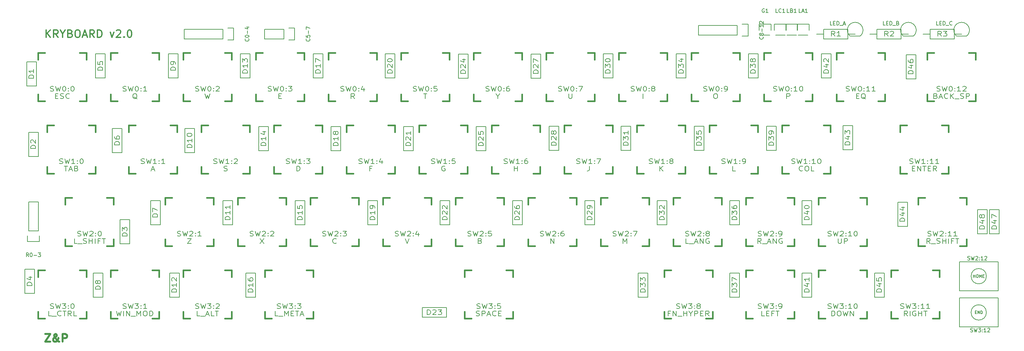
<source format=gto>
G04 #@! TF.FileFunction,Legend,Top*
%FSLAX46Y46*%
G04 Gerber Fmt 4.6, Leading zero omitted, Abs format (unit mm)*
G04 Created by KiCad (PCBNEW 4.0.4-stable) date Wednesday, 23 November 2016 'AMt' 09:19:53 AM*
%MOMM*%
%LPD*%
G01*
G04 APERTURE LIST*
%ADD10C,0.100000*%
%ADD11C,0.500000*%
%ADD12C,0.300000*%
%ADD13C,0.203200*%
%ADD14C,0.381000*%
%ADD15C,0.150000*%
G04 APERTURE END LIST*
D10*
D11*
X24095238Y-131904762D02*
X25428572Y-131904762D01*
X24095238Y-133904762D01*
X25428572Y-133904762D01*
X27809524Y-133904762D02*
X27714286Y-133904762D01*
X27523810Y-133809524D01*
X27238096Y-133523810D01*
X26761905Y-132952381D01*
X26571429Y-132666667D01*
X26476191Y-132380952D01*
X26476191Y-132190476D01*
X26571429Y-132000000D01*
X26761905Y-131904762D01*
X26857143Y-131904762D01*
X27047619Y-132000000D01*
X27142857Y-132190476D01*
X27142857Y-132285714D01*
X27047619Y-132476190D01*
X26952381Y-132571429D01*
X26380953Y-132952381D01*
X26285715Y-133047619D01*
X26190476Y-133238095D01*
X26190476Y-133523810D01*
X26285715Y-133714286D01*
X26380953Y-133809524D01*
X26571429Y-133904762D01*
X26857143Y-133904762D01*
X27047619Y-133809524D01*
X27142857Y-133714286D01*
X27428572Y-133333333D01*
X27523810Y-133047619D01*
X27523810Y-132857143D01*
X28666666Y-133904762D02*
X28666666Y-131904762D01*
X29428571Y-131904762D01*
X29619047Y-132000000D01*
X29714286Y-132095238D01*
X29809524Y-132285714D01*
X29809524Y-132571429D01*
X29714286Y-132761905D01*
X29619047Y-132857143D01*
X29428571Y-132952381D01*
X28666666Y-132952381D01*
D12*
X24309523Y-53904762D02*
X24309523Y-51904762D01*
X25452381Y-53904762D02*
X24595238Y-52761905D01*
X25452381Y-51904762D02*
X24309523Y-53047619D01*
X27452381Y-53904762D02*
X26785714Y-52952381D01*
X26309523Y-53904762D02*
X26309523Y-51904762D01*
X27071428Y-51904762D01*
X27261904Y-52000000D01*
X27357143Y-52095238D01*
X27452381Y-52285714D01*
X27452381Y-52571429D01*
X27357143Y-52761905D01*
X27261904Y-52857143D01*
X27071428Y-52952381D01*
X26309523Y-52952381D01*
X28690476Y-52952381D02*
X28690476Y-53904762D01*
X28023809Y-51904762D02*
X28690476Y-52952381D01*
X29357143Y-51904762D01*
X30690476Y-52857143D02*
X30976190Y-52952381D01*
X31071429Y-53047619D01*
X31166667Y-53238095D01*
X31166667Y-53523810D01*
X31071429Y-53714286D01*
X30976190Y-53809524D01*
X30785714Y-53904762D01*
X30023809Y-53904762D01*
X30023809Y-51904762D01*
X30690476Y-51904762D01*
X30880952Y-52000000D01*
X30976190Y-52095238D01*
X31071429Y-52285714D01*
X31071429Y-52476190D01*
X30976190Y-52666667D01*
X30880952Y-52761905D01*
X30690476Y-52857143D01*
X30023809Y-52857143D01*
X32404762Y-51904762D02*
X32785714Y-51904762D01*
X32976190Y-52000000D01*
X33166667Y-52190476D01*
X33261905Y-52571429D01*
X33261905Y-53238095D01*
X33166667Y-53619048D01*
X32976190Y-53809524D01*
X32785714Y-53904762D01*
X32404762Y-53904762D01*
X32214286Y-53809524D01*
X32023809Y-53619048D01*
X31928571Y-53238095D01*
X31928571Y-52571429D01*
X32023809Y-52190476D01*
X32214286Y-52000000D01*
X32404762Y-51904762D01*
X34023809Y-53333333D02*
X34976190Y-53333333D01*
X33833333Y-53904762D02*
X34500000Y-51904762D01*
X35166667Y-53904762D01*
X36976191Y-53904762D02*
X36309524Y-52952381D01*
X35833333Y-53904762D02*
X35833333Y-51904762D01*
X36595238Y-51904762D01*
X36785714Y-52000000D01*
X36880953Y-52095238D01*
X36976191Y-52285714D01*
X36976191Y-52571429D01*
X36880953Y-52761905D01*
X36785714Y-52857143D01*
X36595238Y-52952381D01*
X35833333Y-52952381D01*
X37833333Y-53904762D02*
X37833333Y-51904762D01*
X38309524Y-51904762D01*
X38595238Y-52000000D01*
X38785714Y-52190476D01*
X38880953Y-52380952D01*
X38976191Y-52761905D01*
X38976191Y-53047619D01*
X38880953Y-53428571D01*
X38785714Y-53619048D01*
X38595238Y-53809524D01*
X38309524Y-53904762D01*
X37833333Y-53904762D01*
X41166667Y-52571429D02*
X41642858Y-53904762D01*
X42119048Y-52571429D01*
X42785715Y-52095238D02*
X42880953Y-52000000D01*
X43071430Y-51904762D01*
X43547620Y-51904762D01*
X43738096Y-52000000D01*
X43833334Y-52095238D01*
X43928573Y-52285714D01*
X43928573Y-52476190D01*
X43833334Y-52761905D01*
X42690477Y-53904762D01*
X43928573Y-53904762D01*
X44785715Y-53714286D02*
X44880954Y-53809524D01*
X44785715Y-53904762D01*
X44690477Y-53809524D01*
X44785715Y-53714286D01*
X44785715Y-53904762D01*
X46119049Y-51904762D02*
X46309525Y-51904762D01*
X46500001Y-52000000D01*
X46595239Y-52095238D01*
X46690477Y-52285714D01*
X46785716Y-52666667D01*
X46785716Y-53142857D01*
X46690477Y-53523810D01*
X46595239Y-53714286D01*
X46500001Y-53809524D01*
X46309525Y-53904762D01*
X46119049Y-53904762D01*
X45928573Y-53809524D01*
X45833335Y-53714286D01*
X45738096Y-53523810D01*
X45642858Y-53142857D01*
X45642858Y-52666667D01*
X45738096Y-52285714D01*
X45833335Y-52095238D01*
X45928573Y-52000000D01*
X46119049Y-51904762D01*
D13*
X19230000Y-66675000D02*
X19230000Y-60325000D01*
X19230000Y-60325000D02*
X21770000Y-60325000D01*
X21770000Y-60325000D02*
X21770000Y-66675000D01*
X21770000Y-66675000D02*
X19230000Y-66675000D01*
X19730000Y-85175000D02*
X19730000Y-78825000D01*
X19730000Y-78825000D02*
X22270000Y-78825000D01*
X22270000Y-78825000D02*
X22270000Y-85175000D01*
X22270000Y-85175000D02*
X19730000Y-85175000D01*
X43730000Y-108175000D02*
X43730000Y-101825000D01*
X43730000Y-101825000D02*
X46270000Y-101825000D01*
X46270000Y-101825000D02*
X46270000Y-108175000D01*
X46270000Y-108175000D02*
X43730000Y-108175000D01*
X21270000Y-114825000D02*
X21270000Y-121175000D01*
X21270000Y-121175000D02*
X18730000Y-121175000D01*
X18730000Y-121175000D02*
X18730000Y-114825000D01*
X18730000Y-114825000D02*
X21270000Y-114825000D01*
X37330000Y-64575000D02*
X37330000Y-58225000D01*
X37330000Y-58225000D02*
X39870000Y-58225000D01*
X39870000Y-58225000D02*
X39870000Y-64575000D01*
X39870000Y-64575000D02*
X37330000Y-64575000D01*
X41730000Y-84175000D02*
X41730000Y-77825000D01*
X41730000Y-77825000D02*
X44270000Y-77825000D01*
X44270000Y-77825000D02*
X44270000Y-84175000D01*
X44270000Y-84175000D02*
X41730000Y-84175000D01*
X51730000Y-103175000D02*
X51730000Y-96825000D01*
X51730000Y-96825000D02*
X54270000Y-96825000D01*
X54270000Y-96825000D02*
X54270000Y-103175000D01*
X54270000Y-103175000D02*
X51730000Y-103175000D01*
X39270000Y-115825000D02*
X39270000Y-122175000D01*
X39270000Y-122175000D02*
X36730000Y-122175000D01*
X36730000Y-122175000D02*
X36730000Y-115825000D01*
X36730000Y-115825000D02*
X39270000Y-115825000D01*
X56430000Y-64575000D02*
X56430000Y-58225000D01*
X56430000Y-58225000D02*
X58970000Y-58225000D01*
X58970000Y-58225000D02*
X58970000Y-64575000D01*
X58970000Y-64575000D02*
X56430000Y-64575000D01*
X60730000Y-84175000D02*
X60730000Y-77825000D01*
X60730000Y-77825000D02*
X63270000Y-77825000D01*
X63270000Y-77825000D02*
X63270000Y-84175000D01*
X63270000Y-84175000D02*
X60730000Y-84175000D01*
X70730000Y-103175000D02*
X70730000Y-96825000D01*
X70730000Y-96825000D02*
X73270000Y-96825000D01*
X73270000Y-96825000D02*
X73270000Y-103175000D01*
X73270000Y-103175000D02*
X70730000Y-103175000D01*
X59270000Y-115825000D02*
X59270000Y-122175000D01*
X59270000Y-122175000D02*
X56730000Y-122175000D01*
X56730000Y-122175000D02*
X56730000Y-115825000D01*
X56730000Y-115825000D02*
X59270000Y-115825000D01*
X75330000Y-64575000D02*
X75330000Y-58225000D01*
X75330000Y-58225000D02*
X77870000Y-58225000D01*
X77870000Y-58225000D02*
X77870000Y-64575000D01*
X77870000Y-64575000D02*
X75330000Y-64575000D01*
X80130000Y-83675000D02*
X80130000Y-77325000D01*
X80130000Y-77325000D02*
X82670000Y-77325000D01*
X82670000Y-77325000D02*
X82670000Y-83675000D01*
X82670000Y-83675000D02*
X80130000Y-83675000D01*
X89730000Y-103175000D02*
X89730000Y-96825000D01*
X89730000Y-96825000D02*
X92270000Y-96825000D01*
X92270000Y-96825000D02*
X92270000Y-103175000D01*
X92270000Y-103175000D02*
X89730000Y-103175000D01*
X79270000Y-115825000D02*
X79270000Y-122175000D01*
X79270000Y-122175000D02*
X76730000Y-122175000D01*
X76730000Y-122175000D02*
X76730000Y-115825000D01*
X76730000Y-115825000D02*
X79270000Y-115825000D01*
X94430000Y-64575000D02*
X94430000Y-58225000D01*
X94430000Y-58225000D02*
X96970000Y-58225000D01*
X96970000Y-58225000D02*
X96970000Y-64575000D01*
X96970000Y-64575000D02*
X94430000Y-64575000D01*
X99130000Y-83675000D02*
X99130000Y-77325000D01*
X99130000Y-77325000D02*
X101670000Y-77325000D01*
X101670000Y-77325000D02*
X101670000Y-83675000D01*
X101670000Y-83675000D02*
X99130000Y-83675000D01*
X108730000Y-103175000D02*
X108730000Y-96825000D01*
X108730000Y-96825000D02*
X111270000Y-96825000D01*
X111270000Y-96825000D02*
X111270000Y-103175000D01*
X111270000Y-103175000D02*
X108730000Y-103175000D01*
X113330000Y-64575000D02*
X113330000Y-58225000D01*
X113330000Y-58225000D02*
X115870000Y-58225000D01*
X115870000Y-58225000D02*
X115870000Y-64575000D01*
X115870000Y-64575000D02*
X113330000Y-64575000D01*
X118130000Y-83675000D02*
X118130000Y-77325000D01*
X118130000Y-77325000D02*
X120670000Y-77325000D01*
X120670000Y-77325000D02*
X120670000Y-83675000D01*
X120670000Y-83675000D02*
X118130000Y-83675000D01*
X127730000Y-103175000D02*
X127730000Y-96825000D01*
X127730000Y-96825000D02*
X130270000Y-96825000D01*
X130270000Y-96825000D02*
X130270000Y-103175000D01*
X130270000Y-103175000D02*
X127730000Y-103175000D01*
X123031250Y-124936250D02*
X129381250Y-124936250D01*
X129381250Y-124936250D02*
X129381250Y-127476250D01*
X129381250Y-127476250D02*
X123031250Y-127476250D01*
X123031250Y-127476250D02*
X123031250Y-124936250D01*
X132530000Y-64675000D02*
X132530000Y-58325000D01*
X132530000Y-58325000D02*
X135070000Y-58325000D01*
X135070000Y-58325000D02*
X135070000Y-64675000D01*
X135070000Y-64675000D02*
X132530000Y-64675000D01*
X137230000Y-83675000D02*
X137230000Y-77325000D01*
X137230000Y-77325000D02*
X139770000Y-77325000D01*
X139770000Y-77325000D02*
X139770000Y-83675000D01*
X139770000Y-83675000D02*
X137230000Y-83675000D01*
X146730000Y-103175000D02*
X146730000Y-96825000D01*
X146730000Y-96825000D02*
X149270000Y-96825000D01*
X149270000Y-96825000D02*
X149270000Y-103175000D01*
X149270000Y-103175000D02*
X146730000Y-103175000D01*
X151630000Y-64675000D02*
X151630000Y-58325000D01*
X151630000Y-58325000D02*
X154170000Y-58325000D01*
X154170000Y-58325000D02*
X154170000Y-64675000D01*
X154170000Y-64675000D02*
X151630000Y-64675000D01*
X156330000Y-83575000D02*
X156330000Y-77225000D01*
X156330000Y-77225000D02*
X158870000Y-77225000D01*
X158870000Y-77225000D02*
X158870000Y-83575000D01*
X158870000Y-83575000D02*
X156330000Y-83575000D01*
X165730000Y-103175000D02*
X165730000Y-96825000D01*
X165730000Y-96825000D02*
X168270000Y-96825000D01*
X168270000Y-96825000D02*
X168270000Y-103175000D01*
X168270000Y-103175000D02*
X165730000Y-103175000D01*
X170530000Y-64575000D02*
X170530000Y-58225000D01*
X170530000Y-58225000D02*
X173070000Y-58225000D01*
X173070000Y-58225000D02*
X173070000Y-64575000D01*
X173070000Y-64575000D02*
X170530000Y-64575000D01*
X175230000Y-83575000D02*
X175230000Y-77225000D01*
X175230000Y-77225000D02*
X177770000Y-77225000D01*
X177770000Y-77225000D02*
X177770000Y-83575000D01*
X177770000Y-83575000D02*
X175230000Y-83575000D01*
X184730000Y-103175000D02*
X184730000Y-96825000D01*
X184730000Y-96825000D02*
X187270000Y-96825000D01*
X187270000Y-96825000D02*
X187270000Y-103175000D01*
X187270000Y-103175000D02*
X184730000Y-103175000D01*
X182270000Y-115825000D02*
X182270000Y-122175000D01*
X182270000Y-122175000D02*
X179730000Y-122175000D01*
X179730000Y-122175000D02*
X179730000Y-115825000D01*
X179730000Y-115825000D02*
X182270000Y-115825000D01*
X189730000Y-64575000D02*
X189730000Y-58225000D01*
X189730000Y-58225000D02*
X192270000Y-58225000D01*
X192270000Y-58225000D02*
X192270000Y-64575000D01*
X192270000Y-64575000D02*
X189730000Y-64575000D01*
X194430000Y-83575000D02*
X194430000Y-77225000D01*
X194430000Y-77225000D02*
X196970000Y-77225000D01*
X196970000Y-77225000D02*
X196970000Y-83575000D01*
X196970000Y-83575000D02*
X194430000Y-83575000D01*
X203730000Y-103175000D02*
X203730000Y-96825000D01*
X203730000Y-96825000D02*
X206270000Y-96825000D01*
X206270000Y-96825000D02*
X206270000Y-103175000D01*
X206270000Y-103175000D02*
X203730000Y-103175000D01*
X206270000Y-115825000D02*
X206270000Y-122175000D01*
X206270000Y-122175000D02*
X203730000Y-122175000D01*
X203730000Y-122175000D02*
X203730000Y-115825000D01*
X203730000Y-115825000D02*
X206270000Y-115825000D01*
X208630000Y-64575000D02*
X208630000Y-58225000D01*
X208630000Y-58225000D02*
X211170000Y-58225000D01*
X211170000Y-58225000D02*
X211170000Y-64575000D01*
X211170000Y-64575000D02*
X208630000Y-64575000D01*
X213430000Y-83575000D02*
X213430000Y-77225000D01*
X213430000Y-77225000D02*
X215970000Y-77225000D01*
X215970000Y-77225000D02*
X215970000Y-83575000D01*
X215970000Y-83575000D02*
X213430000Y-83575000D01*
X222730000Y-103175000D02*
X222730000Y-96825000D01*
X222730000Y-96825000D02*
X225270000Y-96825000D01*
X225270000Y-96825000D02*
X225270000Y-103175000D01*
X225270000Y-103175000D02*
X222730000Y-103175000D01*
X225270000Y-115825000D02*
X225270000Y-122175000D01*
X225270000Y-122175000D02*
X222730000Y-122175000D01*
X222730000Y-122175000D02*
X222730000Y-115825000D01*
X222730000Y-115825000D02*
X225270000Y-115825000D01*
X227830000Y-64575000D02*
X227830000Y-58225000D01*
X227830000Y-58225000D02*
X230370000Y-58225000D01*
X230370000Y-58225000D02*
X230370000Y-64575000D01*
X230370000Y-64575000D02*
X227830000Y-64575000D01*
X233430000Y-83475000D02*
X233430000Y-77125000D01*
X233430000Y-77125000D02*
X235970000Y-77125000D01*
X235970000Y-77125000D02*
X235970000Y-83475000D01*
X235970000Y-83475000D02*
X233430000Y-83475000D01*
X247830000Y-103575000D02*
X247830000Y-97225000D01*
X247830000Y-97225000D02*
X250370000Y-97225000D01*
X250370000Y-97225000D02*
X250370000Y-103575000D01*
X250370000Y-103575000D02*
X247830000Y-103575000D01*
X244270000Y-115825000D02*
X244270000Y-122175000D01*
X244270000Y-122175000D02*
X241730000Y-122175000D01*
X241730000Y-122175000D02*
X241730000Y-115825000D01*
X241730000Y-115825000D02*
X244270000Y-115825000D01*
X250030000Y-64775000D02*
X250030000Y-58425000D01*
X250030000Y-58425000D02*
X252570000Y-58425000D01*
X252570000Y-58425000D02*
X252570000Y-64775000D01*
X252570000Y-64775000D02*
X250030000Y-64775000D01*
X274470000Y-99225000D02*
X274470000Y-105575000D01*
X274470000Y-105575000D02*
X271930000Y-105575000D01*
X271930000Y-105575000D02*
X271930000Y-99225000D01*
X271930000Y-99225000D02*
X274470000Y-99225000D01*
X271270000Y-99225000D02*
X271270000Y-105575000D01*
X271270000Y-105575000D02*
X268730000Y-105575000D01*
X268730000Y-105575000D02*
X268730000Y-99225000D01*
X268730000Y-99225000D02*
X271270000Y-99225000D01*
X235378750Y-53563800D02*
X237918750Y-53563800D01*
X235327229Y-53563195D02*
G75*
G02X237969550Y-53563800I1321521J1574195D01*
G01*
X249348750Y-53563800D02*
X251888750Y-53563800D01*
X249297229Y-53563195D02*
G75*
G02X251939550Y-53563800I1321521J1574195D01*
G01*
X263318750Y-53563800D02*
X265858750Y-53563800D01*
X263267229Y-53563195D02*
G75*
G02X265909550Y-53563800I1321521J1574195D01*
G01*
X228393750Y-51735000D02*
X234743750Y-51735000D01*
X234743750Y-51735000D02*
X234743750Y-54275000D01*
X234743750Y-54275000D02*
X228393750Y-54275000D01*
X228393750Y-54275000D02*
X228393750Y-51735000D01*
X236648750Y-53005000D02*
X234743750Y-53005000D01*
X226488750Y-53005000D02*
X228393750Y-53005000D01*
X242363750Y-51735000D02*
X248713750Y-51735000D01*
X248713750Y-51735000D02*
X248713750Y-54275000D01*
X248713750Y-54275000D02*
X242363750Y-54275000D01*
X242363750Y-54275000D02*
X242363750Y-51735000D01*
X250618750Y-53005000D02*
X248713750Y-53005000D01*
X240458750Y-53005000D02*
X242363750Y-53005000D01*
X256333750Y-51735000D02*
X262683750Y-51735000D01*
X262683750Y-51735000D02*
X262683750Y-54275000D01*
X262683750Y-54275000D02*
X256333750Y-54275000D01*
X256333750Y-54275000D02*
X256333750Y-51735000D01*
X264588750Y-53005000D02*
X262683750Y-53005000D01*
X254428750Y-53005000D02*
X256333750Y-53005000D01*
D14*
X22225000Y-57943750D02*
X24003000Y-57943750D01*
X33147000Y-57943750D02*
X34925000Y-57943750D01*
X34925000Y-57943750D02*
X34925000Y-59721750D01*
X34925000Y-68865750D02*
X34925000Y-70643750D01*
X34925000Y-70643750D02*
X33147000Y-70643750D01*
X24003000Y-70643750D02*
X22225000Y-70643750D01*
X22225000Y-70643750D02*
X22225000Y-68865750D01*
X22225000Y-59721750D02*
X22225000Y-57943750D01*
X41275000Y-57943750D02*
X43053000Y-57943750D01*
X52197000Y-57943750D02*
X53975000Y-57943750D01*
X53975000Y-57943750D02*
X53975000Y-59721750D01*
X53975000Y-68865750D02*
X53975000Y-70643750D01*
X53975000Y-70643750D02*
X52197000Y-70643750D01*
X43053000Y-70643750D02*
X41275000Y-70643750D01*
X41275000Y-70643750D02*
X41275000Y-68865750D01*
X41275000Y-59721750D02*
X41275000Y-57943750D01*
X60325000Y-57943750D02*
X62103000Y-57943750D01*
X71247000Y-57943750D02*
X73025000Y-57943750D01*
X73025000Y-57943750D02*
X73025000Y-59721750D01*
X73025000Y-68865750D02*
X73025000Y-70643750D01*
X73025000Y-70643750D02*
X71247000Y-70643750D01*
X62103000Y-70643750D02*
X60325000Y-70643750D01*
X60325000Y-70643750D02*
X60325000Y-68865750D01*
X60325000Y-59721750D02*
X60325000Y-57943750D01*
X79375000Y-57943750D02*
X81153000Y-57943750D01*
X90297000Y-57943750D02*
X92075000Y-57943750D01*
X92075000Y-57943750D02*
X92075000Y-59721750D01*
X92075000Y-68865750D02*
X92075000Y-70643750D01*
X92075000Y-70643750D02*
X90297000Y-70643750D01*
X81153000Y-70643750D02*
X79375000Y-70643750D01*
X79375000Y-70643750D02*
X79375000Y-68865750D01*
X79375000Y-59721750D02*
X79375000Y-57943750D01*
X98425000Y-57943750D02*
X100203000Y-57943750D01*
X109347000Y-57943750D02*
X111125000Y-57943750D01*
X111125000Y-57943750D02*
X111125000Y-59721750D01*
X111125000Y-68865750D02*
X111125000Y-70643750D01*
X111125000Y-70643750D02*
X109347000Y-70643750D01*
X100203000Y-70643750D02*
X98425000Y-70643750D01*
X98425000Y-70643750D02*
X98425000Y-68865750D01*
X98425000Y-59721750D02*
X98425000Y-57943750D01*
X117475000Y-57943750D02*
X119253000Y-57943750D01*
X128397000Y-57943750D02*
X130175000Y-57943750D01*
X130175000Y-57943750D02*
X130175000Y-59721750D01*
X130175000Y-68865750D02*
X130175000Y-70643750D01*
X130175000Y-70643750D02*
X128397000Y-70643750D01*
X119253000Y-70643750D02*
X117475000Y-70643750D01*
X117475000Y-70643750D02*
X117475000Y-68865750D01*
X117475000Y-59721750D02*
X117475000Y-57943750D01*
X136525000Y-57943750D02*
X138303000Y-57943750D01*
X147447000Y-57943750D02*
X149225000Y-57943750D01*
X149225000Y-57943750D02*
X149225000Y-59721750D01*
X149225000Y-68865750D02*
X149225000Y-70643750D01*
X149225000Y-70643750D02*
X147447000Y-70643750D01*
X138303000Y-70643750D02*
X136525000Y-70643750D01*
X136525000Y-70643750D02*
X136525000Y-68865750D01*
X136525000Y-59721750D02*
X136525000Y-57943750D01*
X155575000Y-57943750D02*
X157353000Y-57943750D01*
X166497000Y-57943750D02*
X168275000Y-57943750D01*
X168275000Y-57943750D02*
X168275000Y-59721750D01*
X168275000Y-68865750D02*
X168275000Y-70643750D01*
X168275000Y-70643750D02*
X166497000Y-70643750D01*
X157353000Y-70643750D02*
X155575000Y-70643750D01*
X155575000Y-70643750D02*
X155575000Y-68865750D01*
X155575000Y-59721750D02*
X155575000Y-57943750D01*
X174625000Y-57943750D02*
X176403000Y-57943750D01*
X185547000Y-57943750D02*
X187325000Y-57943750D01*
X187325000Y-57943750D02*
X187325000Y-59721750D01*
X187325000Y-68865750D02*
X187325000Y-70643750D01*
X187325000Y-70643750D02*
X185547000Y-70643750D01*
X176403000Y-70643750D02*
X174625000Y-70643750D01*
X174625000Y-70643750D02*
X174625000Y-68865750D01*
X174625000Y-59721750D02*
X174625000Y-57943750D01*
X193675000Y-57943750D02*
X195453000Y-57943750D01*
X204597000Y-57943750D02*
X206375000Y-57943750D01*
X206375000Y-57943750D02*
X206375000Y-59721750D01*
X206375000Y-68865750D02*
X206375000Y-70643750D01*
X206375000Y-70643750D02*
X204597000Y-70643750D01*
X195453000Y-70643750D02*
X193675000Y-70643750D01*
X193675000Y-70643750D02*
X193675000Y-68865750D01*
X193675000Y-59721750D02*
X193675000Y-57943750D01*
X212725000Y-57943750D02*
X214503000Y-57943750D01*
X223647000Y-57943750D02*
X225425000Y-57943750D01*
X225425000Y-57943750D02*
X225425000Y-59721750D01*
X225425000Y-68865750D02*
X225425000Y-70643750D01*
X225425000Y-70643750D02*
X223647000Y-70643750D01*
X214503000Y-70643750D02*
X212725000Y-70643750D01*
X212725000Y-70643750D02*
X212725000Y-68865750D01*
X212725000Y-59721750D02*
X212725000Y-57943750D01*
X231775000Y-57943750D02*
X233553000Y-57943750D01*
X242697000Y-57943750D02*
X244475000Y-57943750D01*
X244475000Y-57943750D02*
X244475000Y-59721750D01*
X244475000Y-68865750D02*
X244475000Y-70643750D01*
X244475000Y-70643750D02*
X242697000Y-70643750D01*
X233553000Y-70643750D02*
X231775000Y-70643750D01*
X231775000Y-70643750D02*
X231775000Y-68865750D01*
X231775000Y-59721750D02*
X231775000Y-57943750D01*
X255587500Y-57943750D02*
X257365500Y-57943750D01*
X266509500Y-57943750D02*
X268287500Y-57943750D01*
X268287500Y-57943750D02*
X268287500Y-59721750D01*
X268287500Y-68865750D02*
X268287500Y-70643750D01*
X268287500Y-70643750D02*
X266509500Y-70643750D01*
X257365500Y-70643750D02*
X255587500Y-70643750D01*
X255587500Y-70643750D02*
X255587500Y-68865750D01*
X255587500Y-59721750D02*
X255587500Y-57943750D01*
X24606250Y-76993750D02*
X26384250Y-76993750D01*
X35528250Y-76993750D02*
X37306250Y-76993750D01*
X37306250Y-76993750D02*
X37306250Y-78771750D01*
X37306250Y-87915750D02*
X37306250Y-89693750D01*
X37306250Y-89693750D02*
X35528250Y-89693750D01*
X26384250Y-89693750D02*
X24606250Y-89693750D01*
X24606250Y-89693750D02*
X24606250Y-87915750D01*
X24606250Y-78771750D02*
X24606250Y-76993750D01*
X46037500Y-76993750D02*
X47815500Y-76993750D01*
X56959500Y-76993750D02*
X58737500Y-76993750D01*
X58737500Y-76993750D02*
X58737500Y-78771750D01*
X58737500Y-87915750D02*
X58737500Y-89693750D01*
X58737500Y-89693750D02*
X56959500Y-89693750D01*
X47815500Y-89693750D02*
X46037500Y-89693750D01*
X46037500Y-89693750D02*
X46037500Y-87915750D01*
X46037500Y-78771750D02*
X46037500Y-76993750D01*
X65087500Y-76993750D02*
X66865500Y-76993750D01*
X76009500Y-76993750D02*
X77787500Y-76993750D01*
X77787500Y-76993750D02*
X77787500Y-78771750D01*
X77787500Y-87915750D02*
X77787500Y-89693750D01*
X77787500Y-89693750D02*
X76009500Y-89693750D01*
X66865500Y-89693750D02*
X65087500Y-89693750D01*
X65087500Y-89693750D02*
X65087500Y-87915750D01*
X65087500Y-78771750D02*
X65087500Y-76993750D01*
X84137500Y-76993750D02*
X85915500Y-76993750D01*
X95059500Y-76993750D02*
X96837500Y-76993750D01*
X96837500Y-76993750D02*
X96837500Y-78771750D01*
X96837500Y-87915750D02*
X96837500Y-89693750D01*
X96837500Y-89693750D02*
X95059500Y-89693750D01*
X85915500Y-89693750D02*
X84137500Y-89693750D01*
X84137500Y-89693750D02*
X84137500Y-87915750D01*
X84137500Y-78771750D02*
X84137500Y-76993750D01*
X103187500Y-76993750D02*
X104965500Y-76993750D01*
X114109500Y-76993750D02*
X115887500Y-76993750D01*
X115887500Y-76993750D02*
X115887500Y-78771750D01*
X115887500Y-87915750D02*
X115887500Y-89693750D01*
X115887500Y-89693750D02*
X114109500Y-89693750D01*
X104965500Y-89693750D02*
X103187500Y-89693750D01*
X103187500Y-89693750D02*
X103187500Y-87915750D01*
X103187500Y-78771750D02*
X103187500Y-76993750D01*
X122237500Y-76993750D02*
X124015500Y-76993750D01*
X133159500Y-76993750D02*
X134937500Y-76993750D01*
X134937500Y-76993750D02*
X134937500Y-78771750D01*
X134937500Y-87915750D02*
X134937500Y-89693750D01*
X134937500Y-89693750D02*
X133159500Y-89693750D01*
X124015500Y-89693750D02*
X122237500Y-89693750D01*
X122237500Y-89693750D02*
X122237500Y-87915750D01*
X122237500Y-78771750D02*
X122237500Y-76993750D01*
X141287500Y-76993750D02*
X143065500Y-76993750D01*
X152209500Y-76993750D02*
X153987500Y-76993750D01*
X153987500Y-76993750D02*
X153987500Y-78771750D01*
X153987500Y-87915750D02*
X153987500Y-89693750D01*
X153987500Y-89693750D02*
X152209500Y-89693750D01*
X143065500Y-89693750D02*
X141287500Y-89693750D01*
X141287500Y-89693750D02*
X141287500Y-87915750D01*
X141287500Y-78771750D02*
X141287500Y-76993750D01*
X160337500Y-76993750D02*
X162115500Y-76993750D01*
X171259500Y-76993750D02*
X173037500Y-76993750D01*
X173037500Y-76993750D02*
X173037500Y-78771750D01*
X173037500Y-87915750D02*
X173037500Y-89693750D01*
X173037500Y-89693750D02*
X171259500Y-89693750D01*
X162115500Y-89693750D02*
X160337500Y-89693750D01*
X160337500Y-89693750D02*
X160337500Y-87915750D01*
X160337500Y-78771750D02*
X160337500Y-76993750D01*
X179387500Y-76993750D02*
X181165500Y-76993750D01*
X190309500Y-76993750D02*
X192087500Y-76993750D01*
X192087500Y-76993750D02*
X192087500Y-78771750D01*
X192087500Y-87915750D02*
X192087500Y-89693750D01*
X192087500Y-89693750D02*
X190309500Y-89693750D01*
X181165500Y-89693750D02*
X179387500Y-89693750D01*
X179387500Y-89693750D02*
X179387500Y-87915750D01*
X179387500Y-78771750D02*
X179387500Y-76993750D01*
X198437500Y-76993750D02*
X200215500Y-76993750D01*
X209359500Y-76993750D02*
X211137500Y-76993750D01*
X211137500Y-76993750D02*
X211137500Y-78771750D01*
X211137500Y-87915750D02*
X211137500Y-89693750D01*
X211137500Y-89693750D02*
X209359500Y-89693750D01*
X200215500Y-89693750D02*
X198437500Y-89693750D01*
X198437500Y-89693750D02*
X198437500Y-87915750D01*
X198437500Y-78771750D02*
X198437500Y-76993750D01*
X217487500Y-76993750D02*
X219265500Y-76993750D01*
X228409500Y-76993750D02*
X230187500Y-76993750D01*
X230187500Y-76993750D02*
X230187500Y-78771750D01*
X230187500Y-87915750D02*
X230187500Y-89693750D01*
X230187500Y-89693750D02*
X228409500Y-89693750D01*
X219265500Y-89693750D02*
X217487500Y-89693750D01*
X217487500Y-89693750D02*
X217487500Y-87915750D01*
X217487500Y-78771750D02*
X217487500Y-76993750D01*
X248443750Y-76993750D02*
X250221750Y-76993750D01*
X259365750Y-76993750D02*
X261143750Y-76993750D01*
X261143750Y-76993750D02*
X261143750Y-78771750D01*
X261143750Y-87915750D02*
X261143750Y-89693750D01*
X261143750Y-89693750D02*
X259365750Y-89693750D01*
X250221750Y-89693750D02*
X248443750Y-89693750D01*
X248443750Y-89693750D02*
X248443750Y-87915750D01*
X248443750Y-78771750D02*
X248443750Y-76993750D01*
X29368750Y-96043750D02*
X31146750Y-96043750D01*
X40290750Y-96043750D02*
X42068750Y-96043750D01*
X42068750Y-96043750D02*
X42068750Y-97821750D01*
X42068750Y-106965750D02*
X42068750Y-108743750D01*
X42068750Y-108743750D02*
X40290750Y-108743750D01*
X31146750Y-108743750D02*
X29368750Y-108743750D01*
X29368750Y-108743750D02*
X29368750Y-106965750D01*
X29368750Y-97821750D02*
X29368750Y-96043750D01*
X55562500Y-96043750D02*
X57340500Y-96043750D01*
X66484500Y-96043750D02*
X68262500Y-96043750D01*
X68262500Y-96043750D02*
X68262500Y-97821750D01*
X68262500Y-106965750D02*
X68262500Y-108743750D01*
X68262500Y-108743750D02*
X66484500Y-108743750D01*
X57340500Y-108743750D02*
X55562500Y-108743750D01*
X55562500Y-108743750D02*
X55562500Y-106965750D01*
X55562500Y-97821750D02*
X55562500Y-96043750D01*
X74612500Y-96043750D02*
X76390500Y-96043750D01*
X85534500Y-96043750D02*
X87312500Y-96043750D01*
X87312500Y-96043750D02*
X87312500Y-97821750D01*
X87312500Y-106965750D02*
X87312500Y-108743750D01*
X87312500Y-108743750D02*
X85534500Y-108743750D01*
X76390500Y-108743750D02*
X74612500Y-108743750D01*
X74612500Y-108743750D02*
X74612500Y-106965750D01*
X74612500Y-97821750D02*
X74612500Y-96043750D01*
X93662500Y-96043750D02*
X95440500Y-96043750D01*
X104584500Y-96043750D02*
X106362500Y-96043750D01*
X106362500Y-96043750D02*
X106362500Y-97821750D01*
X106362500Y-106965750D02*
X106362500Y-108743750D01*
X106362500Y-108743750D02*
X104584500Y-108743750D01*
X95440500Y-108743750D02*
X93662500Y-108743750D01*
X93662500Y-108743750D02*
X93662500Y-106965750D01*
X93662500Y-97821750D02*
X93662500Y-96043750D01*
X112712500Y-96043750D02*
X114490500Y-96043750D01*
X123634500Y-96043750D02*
X125412500Y-96043750D01*
X125412500Y-96043750D02*
X125412500Y-97821750D01*
X125412500Y-106965750D02*
X125412500Y-108743750D01*
X125412500Y-108743750D02*
X123634500Y-108743750D01*
X114490500Y-108743750D02*
X112712500Y-108743750D01*
X112712500Y-108743750D02*
X112712500Y-106965750D01*
X112712500Y-97821750D02*
X112712500Y-96043750D01*
X131762500Y-96043750D02*
X133540500Y-96043750D01*
X142684500Y-96043750D02*
X144462500Y-96043750D01*
X144462500Y-96043750D02*
X144462500Y-97821750D01*
X144462500Y-106965750D02*
X144462500Y-108743750D01*
X144462500Y-108743750D02*
X142684500Y-108743750D01*
X133540500Y-108743750D02*
X131762500Y-108743750D01*
X131762500Y-108743750D02*
X131762500Y-106965750D01*
X131762500Y-97821750D02*
X131762500Y-96043750D01*
X150812500Y-96043750D02*
X152590500Y-96043750D01*
X161734500Y-96043750D02*
X163512500Y-96043750D01*
X163512500Y-96043750D02*
X163512500Y-97821750D01*
X163512500Y-106965750D02*
X163512500Y-108743750D01*
X163512500Y-108743750D02*
X161734500Y-108743750D01*
X152590500Y-108743750D02*
X150812500Y-108743750D01*
X150812500Y-108743750D02*
X150812500Y-106965750D01*
X150812500Y-97821750D02*
X150812500Y-96043750D01*
X169862500Y-96043750D02*
X171640500Y-96043750D01*
X180784500Y-96043750D02*
X182562500Y-96043750D01*
X182562500Y-96043750D02*
X182562500Y-97821750D01*
X182562500Y-106965750D02*
X182562500Y-108743750D01*
X182562500Y-108743750D02*
X180784500Y-108743750D01*
X171640500Y-108743750D02*
X169862500Y-108743750D01*
X169862500Y-108743750D02*
X169862500Y-106965750D01*
X169862500Y-97821750D02*
X169862500Y-96043750D01*
X188912500Y-96043750D02*
X190690500Y-96043750D01*
X199834500Y-96043750D02*
X201612500Y-96043750D01*
X201612500Y-96043750D02*
X201612500Y-97821750D01*
X201612500Y-106965750D02*
X201612500Y-108743750D01*
X201612500Y-108743750D02*
X199834500Y-108743750D01*
X190690500Y-108743750D02*
X188912500Y-108743750D01*
X188912500Y-108743750D02*
X188912500Y-106965750D01*
X188912500Y-97821750D02*
X188912500Y-96043750D01*
X207962500Y-96043750D02*
X209740500Y-96043750D01*
X218884500Y-96043750D02*
X220662500Y-96043750D01*
X220662500Y-96043750D02*
X220662500Y-97821750D01*
X220662500Y-106965750D02*
X220662500Y-108743750D01*
X220662500Y-108743750D02*
X218884500Y-108743750D01*
X209740500Y-108743750D02*
X207962500Y-108743750D01*
X207962500Y-108743750D02*
X207962500Y-106965750D01*
X207962500Y-97821750D02*
X207962500Y-96043750D01*
X227012500Y-96043750D02*
X228790500Y-96043750D01*
X237934500Y-96043750D02*
X239712500Y-96043750D01*
X239712500Y-96043750D02*
X239712500Y-97821750D01*
X239712500Y-106965750D02*
X239712500Y-108743750D01*
X239712500Y-108743750D02*
X237934500Y-108743750D01*
X228790500Y-108743750D02*
X227012500Y-108743750D01*
X227012500Y-108743750D02*
X227012500Y-106965750D01*
X227012500Y-97821750D02*
X227012500Y-96043750D01*
X253206250Y-96043750D02*
X254984250Y-96043750D01*
X264128250Y-96043750D02*
X265906250Y-96043750D01*
X265906250Y-96043750D02*
X265906250Y-97821750D01*
X265906250Y-106965750D02*
X265906250Y-108743750D01*
X265906250Y-108743750D02*
X264128250Y-108743750D01*
X254984250Y-108743750D02*
X253206250Y-108743750D01*
X253206250Y-108743750D02*
X253206250Y-106965750D01*
X253206250Y-97821750D02*
X253206250Y-96043750D01*
D15*
X265271250Y-120491250D02*
X274161250Y-120491250D01*
X274161250Y-120491250D02*
X274161250Y-112871250D01*
X274161250Y-112871250D02*
X264001250Y-112871250D01*
X264001250Y-112871250D02*
X264001250Y-120491250D01*
X264001250Y-120491250D02*
X265271250Y-120491250D01*
X271089296Y-116681250D02*
G75*
G03X271089296Y-116681250I-2008046J0D01*
G01*
D14*
X22225000Y-115093750D02*
X24003000Y-115093750D01*
X33147000Y-115093750D02*
X34925000Y-115093750D01*
X34925000Y-115093750D02*
X34925000Y-116871750D01*
X34925000Y-126015750D02*
X34925000Y-127793750D01*
X34925000Y-127793750D02*
X33147000Y-127793750D01*
X24003000Y-127793750D02*
X22225000Y-127793750D01*
X22225000Y-127793750D02*
X22225000Y-126015750D01*
X22225000Y-116871750D02*
X22225000Y-115093750D01*
X41275000Y-115093750D02*
X43053000Y-115093750D01*
X52197000Y-115093750D02*
X53975000Y-115093750D01*
X53975000Y-115093750D02*
X53975000Y-116871750D01*
X53975000Y-126015750D02*
X53975000Y-127793750D01*
X53975000Y-127793750D02*
X52197000Y-127793750D01*
X43053000Y-127793750D02*
X41275000Y-127793750D01*
X41275000Y-127793750D02*
X41275000Y-126015750D01*
X41275000Y-116871750D02*
X41275000Y-115093750D01*
X60325000Y-115093750D02*
X62103000Y-115093750D01*
X71247000Y-115093750D02*
X73025000Y-115093750D01*
X73025000Y-115093750D02*
X73025000Y-116871750D01*
X73025000Y-126015750D02*
X73025000Y-127793750D01*
X73025000Y-127793750D02*
X71247000Y-127793750D01*
X62103000Y-127793750D02*
X60325000Y-127793750D01*
X60325000Y-127793750D02*
X60325000Y-126015750D01*
X60325000Y-116871750D02*
X60325000Y-115093750D01*
X81756250Y-115093750D02*
X83534250Y-115093750D01*
X92678250Y-115093750D02*
X94456250Y-115093750D01*
X94456250Y-115093750D02*
X94456250Y-116871750D01*
X94456250Y-126015750D02*
X94456250Y-127793750D01*
X94456250Y-127793750D02*
X92678250Y-127793750D01*
X83534250Y-127793750D02*
X81756250Y-127793750D01*
X81756250Y-127793750D02*
X81756250Y-126015750D01*
X81756250Y-116871750D02*
X81756250Y-115093750D01*
X134143750Y-115093750D02*
X135921750Y-115093750D01*
X145065750Y-115093750D02*
X146843750Y-115093750D01*
X146843750Y-115093750D02*
X146843750Y-116871750D01*
X146843750Y-126015750D02*
X146843750Y-127793750D01*
X146843750Y-127793750D02*
X145065750Y-127793750D01*
X135921750Y-127793750D02*
X134143750Y-127793750D01*
X134143750Y-127793750D02*
X134143750Y-126015750D01*
X134143750Y-116871750D02*
X134143750Y-115093750D01*
X186531250Y-115093750D02*
X188309250Y-115093750D01*
X197453250Y-115093750D02*
X199231250Y-115093750D01*
X199231250Y-115093750D02*
X199231250Y-116871750D01*
X199231250Y-126015750D02*
X199231250Y-127793750D01*
X199231250Y-127793750D02*
X197453250Y-127793750D01*
X188309250Y-127793750D02*
X186531250Y-127793750D01*
X186531250Y-127793750D02*
X186531250Y-126015750D01*
X186531250Y-116871750D02*
X186531250Y-115093750D01*
X207962500Y-115093750D02*
X209740500Y-115093750D01*
X218884500Y-115093750D02*
X220662500Y-115093750D01*
X220662500Y-115093750D02*
X220662500Y-116871750D01*
X220662500Y-126015750D02*
X220662500Y-127793750D01*
X220662500Y-127793750D02*
X218884500Y-127793750D01*
X209740500Y-127793750D02*
X207962500Y-127793750D01*
X207962500Y-127793750D02*
X207962500Y-126015750D01*
X207962500Y-116871750D02*
X207962500Y-115093750D01*
X227012500Y-115093750D02*
X228790500Y-115093750D01*
X237934500Y-115093750D02*
X239712500Y-115093750D01*
X239712500Y-115093750D02*
X239712500Y-116871750D01*
X239712500Y-126015750D02*
X239712500Y-127793750D01*
X239712500Y-127793750D02*
X237934500Y-127793750D01*
X228790500Y-127793750D02*
X227012500Y-127793750D01*
X227012500Y-127793750D02*
X227012500Y-126015750D01*
X227012500Y-116871750D02*
X227012500Y-115093750D01*
X246062500Y-115093750D02*
X247840500Y-115093750D01*
X256984500Y-115093750D02*
X258762500Y-115093750D01*
X258762500Y-115093750D02*
X258762500Y-116871750D01*
X258762500Y-126015750D02*
X258762500Y-127793750D01*
X258762500Y-127793750D02*
X256984500Y-127793750D01*
X247840500Y-127793750D02*
X246062500Y-127793750D01*
X246062500Y-127793750D02*
X246062500Y-126015750D01*
X246062500Y-116871750D02*
X246062500Y-115093750D01*
D15*
X272891250Y-122396250D02*
X264001250Y-122396250D01*
X264001250Y-122396250D02*
X264001250Y-130016250D01*
X264001250Y-130016250D02*
X274161250Y-130016250D01*
X274161250Y-130016250D02*
X274161250Y-122396250D01*
X274161250Y-122396250D02*
X272891250Y-122396250D01*
X271089296Y-126206250D02*
G75*
G03X271089296Y-126206250I-2008046J0D01*
G01*
X72000000Y-51450000D02*
X73550000Y-51450000D01*
X73550000Y-51450000D02*
X73550000Y-54550000D01*
X73550000Y-54550000D02*
X72000000Y-54550000D01*
X70730000Y-54270000D02*
X60570000Y-54270000D01*
X60570000Y-54270000D02*
X60570000Y-51730000D01*
X60570000Y-51730000D02*
X70730000Y-51730000D01*
X70730000Y-54270000D02*
X70730000Y-51730000D01*
X86730000Y-51730000D02*
X81650000Y-51730000D01*
X81650000Y-51730000D02*
X81650000Y-54270000D01*
X81650000Y-54270000D02*
X86730000Y-54270000D01*
X89550000Y-54550000D02*
X88000000Y-54550000D01*
X86730000Y-54270000D02*
X86730000Y-51730000D01*
X88000000Y-51450000D02*
X89550000Y-51450000D01*
X89550000Y-51450000D02*
X89550000Y-54550000D01*
X207000000Y-50450000D02*
X208550000Y-50450000D01*
X208550000Y-50450000D02*
X208550000Y-53550000D01*
X208550000Y-53550000D02*
X207000000Y-53550000D01*
X205730000Y-53270000D02*
X195570000Y-53270000D01*
X195570000Y-53270000D02*
X195570000Y-50730000D01*
X195570000Y-50730000D02*
X205730000Y-50730000D01*
X205730000Y-53270000D02*
X205730000Y-50730000D01*
X214550000Y-50450000D02*
X214550000Y-52000000D01*
X211450000Y-52000000D02*
X211450000Y-50450000D01*
X211450000Y-50450000D02*
X214550000Y-50450000D01*
X211730000Y-53270000D02*
X214270000Y-53270000D01*
X224550000Y-50450000D02*
X224550000Y-52000000D01*
X221450000Y-52000000D02*
X221450000Y-50450000D01*
X221450000Y-50450000D02*
X224550000Y-50450000D01*
X221730000Y-53270000D02*
X224270000Y-53270000D01*
X221550000Y-50450000D02*
X221550000Y-52000000D01*
X218450000Y-52000000D02*
X218450000Y-50450000D01*
X218450000Y-50450000D02*
X221550000Y-50450000D01*
X218730000Y-53270000D02*
X221270000Y-53270000D01*
X218550000Y-50450000D02*
X218550000Y-52000000D01*
X215450000Y-52000000D02*
X215450000Y-50450000D01*
X215450000Y-50450000D02*
X218550000Y-50450000D01*
X215730000Y-53270000D02*
X218270000Y-53270000D01*
X22270000Y-104730000D02*
X22270000Y-97110000D01*
X19730000Y-104730000D02*
X19730000Y-97110000D01*
X19450000Y-107550000D02*
X19450000Y-106000000D01*
X22270000Y-97110000D02*
X19730000Y-97110000D01*
X19730000Y-104730000D02*
X22270000Y-104730000D01*
X22550000Y-106000000D02*
X22550000Y-107550000D01*
X22550000Y-107550000D02*
X19450000Y-107550000D01*
D13*
X21074524Y-64624857D02*
X19804524Y-64624857D01*
X19804524Y-64262000D01*
X19865000Y-64044285D01*
X19985952Y-63899143D01*
X20106905Y-63826571D01*
X20348810Y-63754000D01*
X20530238Y-63754000D01*
X20772143Y-63826571D01*
X20893095Y-63899143D01*
X21014048Y-64044285D01*
X21074524Y-64262000D01*
X21074524Y-64624857D01*
X21074524Y-62302571D02*
X21074524Y-63173428D01*
X21074524Y-62738000D02*
X19804524Y-62738000D01*
X19985952Y-62883143D01*
X20106905Y-63028285D01*
X20167381Y-63173428D01*
X21574524Y-83124857D02*
X20304524Y-83124857D01*
X20304524Y-82762000D01*
X20365000Y-82544285D01*
X20485952Y-82399143D01*
X20606905Y-82326571D01*
X20848810Y-82254000D01*
X21030238Y-82254000D01*
X21272143Y-82326571D01*
X21393095Y-82399143D01*
X21514048Y-82544285D01*
X21574524Y-82762000D01*
X21574524Y-83124857D01*
X20425476Y-81673428D02*
X20365000Y-81600857D01*
X20304524Y-81455714D01*
X20304524Y-81092857D01*
X20365000Y-80947714D01*
X20425476Y-80875143D01*
X20546429Y-80802571D01*
X20667381Y-80802571D01*
X20848810Y-80875143D01*
X21574524Y-81746000D01*
X21574524Y-80802571D01*
X45574524Y-106124857D02*
X44304524Y-106124857D01*
X44304524Y-105762000D01*
X44365000Y-105544285D01*
X44485952Y-105399143D01*
X44606905Y-105326571D01*
X44848810Y-105254000D01*
X45030238Y-105254000D01*
X45272143Y-105326571D01*
X45393095Y-105399143D01*
X45514048Y-105544285D01*
X45574524Y-105762000D01*
X45574524Y-106124857D01*
X44304524Y-104746000D02*
X44304524Y-103802571D01*
X44788333Y-104310571D01*
X44788333Y-104092857D01*
X44848810Y-103947714D01*
X44909286Y-103875143D01*
X45030238Y-103802571D01*
X45332619Y-103802571D01*
X45453571Y-103875143D01*
X45514048Y-103947714D01*
X45574524Y-104092857D01*
X45574524Y-104528285D01*
X45514048Y-104673428D01*
X45453571Y-104746000D01*
X20574524Y-119124857D02*
X19304524Y-119124857D01*
X19304524Y-118762000D01*
X19365000Y-118544285D01*
X19485952Y-118399143D01*
X19606905Y-118326571D01*
X19848810Y-118254000D01*
X20030238Y-118254000D01*
X20272143Y-118326571D01*
X20393095Y-118399143D01*
X20514048Y-118544285D01*
X20574524Y-118762000D01*
X20574524Y-119124857D01*
X19727857Y-116947714D02*
X20574524Y-116947714D01*
X19244048Y-117310571D02*
X20151190Y-117673428D01*
X20151190Y-116730000D01*
X39174524Y-62524857D02*
X37904524Y-62524857D01*
X37904524Y-62162000D01*
X37965000Y-61944285D01*
X38085952Y-61799143D01*
X38206905Y-61726571D01*
X38448810Y-61654000D01*
X38630238Y-61654000D01*
X38872143Y-61726571D01*
X38993095Y-61799143D01*
X39114048Y-61944285D01*
X39174524Y-62162000D01*
X39174524Y-62524857D01*
X37904524Y-60275143D02*
X37904524Y-61000857D01*
X38509286Y-61073428D01*
X38448810Y-61000857D01*
X38388333Y-60855714D01*
X38388333Y-60492857D01*
X38448810Y-60347714D01*
X38509286Y-60275143D01*
X38630238Y-60202571D01*
X38932619Y-60202571D01*
X39053571Y-60275143D01*
X39114048Y-60347714D01*
X39174524Y-60492857D01*
X39174524Y-60855714D01*
X39114048Y-61000857D01*
X39053571Y-61073428D01*
X43574524Y-82124857D02*
X42304524Y-82124857D01*
X42304524Y-81762000D01*
X42365000Y-81544285D01*
X42485952Y-81399143D01*
X42606905Y-81326571D01*
X42848810Y-81254000D01*
X43030238Y-81254000D01*
X43272143Y-81326571D01*
X43393095Y-81399143D01*
X43514048Y-81544285D01*
X43574524Y-81762000D01*
X43574524Y-82124857D01*
X42304524Y-79947714D02*
X42304524Y-80238000D01*
X42365000Y-80383143D01*
X42425476Y-80455714D01*
X42606905Y-80600857D01*
X42848810Y-80673428D01*
X43332619Y-80673428D01*
X43453571Y-80600857D01*
X43514048Y-80528285D01*
X43574524Y-80383143D01*
X43574524Y-80092857D01*
X43514048Y-79947714D01*
X43453571Y-79875143D01*
X43332619Y-79802571D01*
X43030238Y-79802571D01*
X42909286Y-79875143D01*
X42848810Y-79947714D01*
X42788333Y-80092857D01*
X42788333Y-80383143D01*
X42848810Y-80528285D01*
X42909286Y-80600857D01*
X43030238Y-80673428D01*
X53574524Y-101124857D02*
X52304524Y-101124857D01*
X52304524Y-100762000D01*
X52365000Y-100544285D01*
X52485952Y-100399143D01*
X52606905Y-100326571D01*
X52848810Y-100254000D01*
X53030238Y-100254000D01*
X53272143Y-100326571D01*
X53393095Y-100399143D01*
X53514048Y-100544285D01*
X53574524Y-100762000D01*
X53574524Y-101124857D01*
X52304524Y-99746000D02*
X52304524Y-98730000D01*
X53574524Y-99383143D01*
X38574524Y-120124857D02*
X37304524Y-120124857D01*
X37304524Y-119762000D01*
X37365000Y-119544285D01*
X37485952Y-119399143D01*
X37606905Y-119326571D01*
X37848810Y-119254000D01*
X38030238Y-119254000D01*
X38272143Y-119326571D01*
X38393095Y-119399143D01*
X38514048Y-119544285D01*
X38574524Y-119762000D01*
X38574524Y-120124857D01*
X37848810Y-118383143D02*
X37788333Y-118528285D01*
X37727857Y-118600857D01*
X37606905Y-118673428D01*
X37546429Y-118673428D01*
X37425476Y-118600857D01*
X37365000Y-118528285D01*
X37304524Y-118383143D01*
X37304524Y-118092857D01*
X37365000Y-117947714D01*
X37425476Y-117875143D01*
X37546429Y-117802571D01*
X37606905Y-117802571D01*
X37727857Y-117875143D01*
X37788333Y-117947714D01*
X37848810Y-118092857D01*
X37848810Y-118383143D01*
X37909286Y-118528285D01*
X37969762Y-118600857D01*
X38090714Y-118673428D01*
X38332619Y-118673428D01*
X38453571Y-118600857D01*
X38514048Y-118528285D01*
X38574524Y-118383143D01*
X38574524Y-118092857D01*
X38514048Y-117947714D01*
X38453571Y-117875143D01*
X38332619Y-117802571D01*
X38090714Y-117802571D01*
X37969762Y-117875143D01*
X37909286Y-117947714D01*
X37848810Y-118092857D01*
X58274524Y-62524857D02*
X57004524Y-62524857D01*
X57004524Y-62162000D01*
X57065000Y-61944285D01*
X57185952Y-61799143D01*
X57306905Y-61726571D01*
X57548810Y-61654000D01*
X57730238Y-61654000D01*
X57972143Y-61726571D01*
X58093095Y-61799143D01*
X58214048Y-61944285D01*
X58274524Y-62162000D01*
X58274524Y-62524857D01*
X58274524Y-60928285D02*
X58274524Y-60638000D01*
X58214048Y-60492857D01*
X58153571Y-60420285D01*
X57972143Y-60275143D01*
X57730238Y-60202571D01*
X57246429Y-60202571D01*
X57125476Y-60275143D01*
X57065000Y-60347714D01*
X57004524Y-60492857D01*
X57004524Y-60783143D01*
X57065000Y-60928285D01*
X57125476Y-61000857D01*
X57246429Y-61073428D01*
X57548810Y-61073428D01*
X57669762Y-61000857D01*
X57730238Y-60928285D01*
X57790714Y-60783143D01*
X57790714Y-60492857D01*
X57730238Y-60347714D01*
X57669762Y-60275143D01*
X57548810Y-60202571D01*
X62574524Y-82850572D02*
X61304524Y-82850572D01*
X61304524Y-82487715D01*
X61365000Y-82270000D01*
X61485952Y-82124858D01*
X61606905Y-82052286D01*
X61848810Y-81979715D01*
X62030238Y-81979715D01*
X62272143Y-82052286D01*
X62393095Y-82124858D01*
X62514048Y-82270000D01*
X62574524Y-82487715D01*
X62574524Y-82850572D01*
X62574524Y-80528286D02*
X62574524Y-81399143D01*
X62574524Y-80963715D02*
X61304524Y-80963715D01*
X61485952Y-81108858D01*
X61606905Y-81254000D01*
X61667381Y-81399143D01*
X61304524Y-79584857D02*
X61304524Y-79439714D01*
X61365000Y-79294571D01*
X61425476Y-79222000D01*
X61546429Y-79149429D01*
X61788333Y-79076857D01*
X62090714Y-79076857D01*
X62332619Y-79149429D01*
X62453571Y-79222000D01*
X62514048Y-79294571D01*
X62574524Y-79439714D01*
X62574524Y-79584857D01*
X62514048Y-79730000D01*
X62453571Y-79802571D01*
X62332619Y-79875143D01*
X62090714Y-79947714D01*
X61788333Y-79947714D01*
X61546429Y-79875143D01*
X61425476Y-79802571D01*
X61365000Y-79730000D01*
X61304524Y-79584857D01*
X72574524Y-101850572D02*
X71304524Y-101850572D01*
X71304524Y-101487715D01*
X71365000Y-101270000D01*
X71485952Y-101124858D01*
X71606905Y-101052286D01*
X71848810Y-100979715D01*
X72030238Y-100979715D01*
X72272143Y-101052286D01*
X72393095Y-101124858D01*
X72514048Y-101270000D01*
X72574524Y-101487715D01*
X72574524Y-101850572D01*
X72574524Y-99528286D02*
X72574524Y-100399143D01*
X72574524Y-99963715D02*
X71304524Y-99963715D01*
X71485952Y-100108858D01*
X71606905Y-100254000D01*
X71667381Y-100399143D01*
X72574524Y-98076857D02*
X72574524Y-98947714D01*
X72574524Y-98512286D02*
X71304524Y-98512286D01*
X71485952Y-98657429D01*
X71606905Y-98802571D01*
X71667381Y-98947714D01*
X58574524Y-120850572D02*
X57304524Y-120850572D01*
X57304524Y-120487715D01*
X57365000Y-120270000D01*
X57485952Y-120124858D01*
X57606905Y-120052286D01*
X57848810Y-119979715D01*
X58030238Y-119979715D01*
X58272143Y-120052286D01*
X58393095Y-120124858D01*
X58514048Y-120270000D01*
X58574524Y-120487715D01*
X58574524Y-120850572D01*
X58574524Y-118528286D02*
X58574524Y-119399143D01*
X58574524Y-118963715D02*
X57304524Y-118963715D01*
X57485952Y-119108858D01*
X57606905Y-119254000D01*
X57667381Y-119399143D01*
X57425476Y-117947714D02*
X57365000Y-117875143D01*
X57304524Y-117730000D01*
X57304524Y-117367143D01*
X57365000Y-117222000D01*
X57425476Y-117149429D01*
X57546429Y-117076857D01*
X57667381Y-117076857D01*
X57848810Y-117149429D01*
X58574524Y-118020286D01*
X58574524Y-117076857D01*
X77174524Y-63250572D02*
X75904524Y-63250572D01*
X75904524Y-62887715D01*
X75965000Y-62670000D01*
X76085952Y-62524858D01*
X76206905Y-62452286D01*
X76448810Y-62379715D01*
X76630238Y-62379715D01*
X76872143Y-62452286D01*
X76993095Y-62524858D01*
X77114048Y-62670000D01*
X77174524Y-62887715D01*
X77174524Y-63250572D01*
X77174524Y-60928286D02*
X77174524Y-61799143D01*
X77174524Y-61363715D02*
X75904524Y-61363715D01*
X76085952Y-61508858D01*
X76206905Y-61654000D01*
X76267381Y-61799143D01*
X75904524Y-60420286D02*
X75904524Y-59476857D01*
X76388333Y-59984857D01*
X76388333Y-59767143D01*
X76448810Y-59622000D01*
X76509286Y-59549429D01*
X76630238Y-59476857D01*
X76932619Y-59476857D01*
X77053571Y-59549429D01*
X77114048Y-59622000D01*
X77174524Y-59767143D01*
X77174524Y-60202571D01*
X77114048Y-60347714D01*
X77053571Y-60420286D01*
X81974524Y-82350572D02*
X80704524Y-82350572D01*
X80704524Y-81987715D01*
X80765000Y-81770000D01*
X80885952Y-81624858D01*
X81006905Y-81552286D01*
X81248810Y-81479715D01*
X81430238Y-81479715D01*
X81672143Y-81552286D01*
X81793095Y-81624858D01*
X81914048Y-81770000D01*
X81974524Y-81987715D01*
X81974524Y-82350572D01*
X81974524Y-80028286D02*
X81974524Y-80899143D01*
X81974524Y-80463715D02*
X80704524Y-80463715D01*
X80885952Y-80608858D01*
X81006905Y-80754000D01*
X81067381Y-80899143D01*
X81127857Y-78722000D02*
X81974524Y-78722000D01*
X80644048Y-79084857D02*
X81551190Y-79447714D01*
X81551190Y-78504286D01*
X91574524Y-101850572D02*
X90304524Y-101850572D01*
X90304524Y-101487715D01*
X90365000Y-101270000D01*
X90485952Y-101124858D01*
X90606905Y-101052286D01*
X90848810Y-100979715D01*
X91030238Y-100979715D01*
X91272143Y-101052286D01*
X91393095Y-101124858D01*
X91514048Y-101270000D01*
X91574524Y-101487715D01*
X91574524Y-101850572D01*
X91574524Y-99528286D02*
X91574524Y-100399143D01*
X91574524Y-99963715D02*
X90304524Y-99963715D01*
X90485952Y-100108858D01*
X90606905Y-100254000D01*
X90667381Y-100399143D01*
X90304524Y-98149429D02*
X90304524Y-98875143D01*
X90909286Y-98947714D01*
X90848810Y-98875143D01*
X90788333Y-98730000D01*
X90788333Y-98367143D01*
X90848810Y-98222000D01*
X90909286Y-98149429D01*
X91030238Y-98076857D01*
X91332619Y-98076857D01*
X91453571Y-98149429D01*
X91514048Y-98222000D01*
X91574524Y-98367143D01*
X91574524Y-98730000D01*
X91514048Y-98875143D01*
X91453571Y-98947714D01*
X78574524Y-120850572D02*
X77304524Y-120850572D01*
X77304524Y-120487715D01*
X77365000Y-120270000D01*
X77485952Y-120124858D01*
X77606905Y-120052286D01*
X77848810Y-119979715D01*
X78030238Y-119979715D01*
X78272143Y-120052286D01*
X78393095Y-120124858D01*
X78514048Y-120270000D01*
X78574524Y-120487715D01*
X78574524Y-120850572D01*
X78574524Y-118528286D02*
X78574524Y-119399143D01*
X78574524Y-118963715D02*
X77304524Y-118963715D01*
X77485952Y-119108858D01*
X77606905Y-119254000D01*
X77667381Y-119399143D01*
X77304524Y-117222000D02*
X77304524Y-117512286D01*
X77365000Y-117657429D01*
X77425476Y-117730000D01*
X77606905Y-117875143D01*
X77848810Y-117947714D01*
X78332619Y-117947714D01*
X78453571Y-117875143D01*
X78514048Y-117802571D01*
X78574524Y-117657429D01*
X78574524Y-117367143D01*
X78514048Y-117222000D01*
X78453571Y-117149429D01*
X78332619Y-117076857D01*
X78030238Y-117076857D01*
X77909286Y-117149429D01*
X77848810Y-117222000D01*
X77788333Y-117367143D01*
X77788333Y-117657429D01*
X77848810Y-117802571D01*
X77909286Y-117875143D01*
X78030238Y-117947714D01*
X96274524Y-63250572D02*
X95004524Y-63250572D01*
X95004524Y-62887715D01*
X95065000Y-62670000D01*
X95185952Y-62524858D01*
X95306905Y-62452286D01*
X95548810Y-62379715D01*
X95730238Y-62379715D01*
X95972143Y-62452286D01*
X96093095Y-62524858D01*
X96214048Y-62670000D01*
X96274524Y-62887715D01*
X96274524Y-63250572D01*
X96274524Y-60928286D02*
X96274524Y-61799143D01*
X96274524Y-61363715D02*
X95004524Y-61363715D01*
X95185952Y-61508858D01*
X95306905Y-61654000D01*
X95367381Y-61799143D01*
X95004524Y-60420286D02*
X95004524Y-59404286D01*
X96274524Y-60057429D01*
X100974524Y-82350572D02*
X99704524Y-82350572D01*
X99704524Y-81987715D01*
X99765000Y-81770000D01*
X99885952Y-81624858D01*
X100006905Y-81552286D01*
X100248810Y-81479715D01*
X100430238Y-81479715D01*
X100672143Y-81552286D01*
X100793095Y-81624858D01*
X100914048Y-81770000D01*
X100974524Y-81987715D01*
X100974524Y-82350572D01*
X100974524Y-80028286D02*
X100974524Y-80899143D01*
X100974524Y-80463715D02*
X99704524Y-80463715D01*
X99885952Y-80608858D01*
X100006905Y-80754000D01*
X100067381Y-80899143D01*
X100248810Y-79157429D02*
X100188333Y-79302571D01*
X100127857Y-79375143D01*
X100006905Y-79447714D01*
X99946429Y-79447714D01*
X99825476Y-79375143D01*
X99765000Y-79302571D01*
X99704524Y-79157429D01*
X99704524Y-78867143D01*
X99765000Y-78722000D01*
X99825476Y-78649429D01*
X99946429Y-78576857D01*
X100006905Y-78576857D01*
X100127857Y-78649429D01*
X100188333Y-78722000D01*
X100248810Y-78867143D01*
X100248810Y-79157429D01*
X100309286Y-79302571D01*
X100369762Y-79375143D01*
X100490714Y-79447714D01*
X100732619Y-79447714D01*
X100853571Y-79375143D01*
X100914048Y-79302571D01*
X100974524Y-79157429D01*
X100974524Y-78867143D01*
X100914048Y-78722000D01*
X100853571Y-78649429D01*
X100732619Y-78576857D01*
X100490714Y-78576857D01*
X100369762Y-78649429D01*
X100309286Y-78722000D01*
X100248810Y-78867143D01*
X110574524Y-101850572D02*
X109304524Y-101850572D01*
X109304524Y-101487715D01*
X109365000Y-101270000D01*
X109485952Y-101124858D01*
X109606905Y-101052286D01*
X109848810Y-100979715D01*
X110030238Y-100979715D01*
X110272143Y-101052286D01*
X110393095Y-101124858D01*
X110514048Y-101270000D01*
X110574524Y-101487715D01*
X110574524Y-101850572D01*
X110574524Y-99528286D02*
X110574524Y-100399143D01*
X110574524Y-99963715D02*
X109304524Y-99963715D01*
X109485952Y-100108858D01*
X109606905Y-100254000D01*
X109667381Y-100399143D01*
X110574524Y-98802571D02*
X110574524Y-98512286D01*
X110514048Y-98367143D01*
X110453571Y-98294571D01*
X110272143Y-98149429D01*
X110030238Y-98076857D01*
X109546429Y-98076857D01*
X109425476Y-98149429D01*
X109365000Y-98222000D01*
X109304524Y-98367143D01*
X109304524Y-98657429D01*
X109365000Y-98802571D01*
X109425476Y-98875143D01*
X109546429Y-98947714D01*
X109848810Y-98947714D01*
X109969762Y-98875143D01*
X110030238Y-98802571D01*
X110090714Y-98657429D01*
X110090714Y-98367143D01*
X110030238Y-98222000D01*
X109969762Y-98149429D01*
X109848810Y-98076857D01*
X115174524Y-63250572D02*
X113904524Y-63250572D01*
X113904524Y-62887715D01*
X113965000Y-62670000D01*
X114085952Y-62524858D01*
X114206905Y-62452286D01*
X114448810Y-62379715D01*
X114630238Y-62379715D01*
X114872143Y-62452286D01*
X114993095Y-62524858D01*
X115114048Y-62670000D01*
X115174524Y-62887715D01*
X115174524Y-63250572D01*
X114025476Y-61799143D02*
X113965000Y-61726572D01*
X113904524Y-61581429D01*
X113904524Y-61218572D01*
X113965000Y-61073429D01*
X114025476Y-61000858D01*
X114146429Y-60928286D01*
X114267381Y-60928286D01*
X114448810Y-61000858D01*
X115174524Y-61871715D01*
X115174524Y-60928286D01*
X113904524Y-59984857D02*
X113904524Y-59839714D01*
X113965000Y-59694571D01*
X114025476Y-59622000D01*
X114146429Y-59549429D01*
X114388333Y-59476857D01*
X114690714Y-59476857D01*
X114932619Y-59549429D01*
X115053571Y-59622000D01*
X115114048Y-59694571D01*
X115174524Y-59839714D01*
X115174524Y-59984857D01*
X115114048Y-60130000D01*
X115053571Y-60202571D01*
X114932619Y-60275143D01*
X114690714Y-60347714D01*
X114388333Y-60347714D01*
X114146429Y-60275143D01*
X114025476Y-60202571D01*
X113965000Y-60130000D01*
X113904524Y-59984857D01*
X119974524Y-82350572D02*
X118704524Y-82350572D01*
X118704524Y-81987715D01*
X118765000Y-81770000D01*
X118885952Y-81624858D01*
X119006905Y-81552286D01*
X119248810Y-81479715D01*
X119430238Y-81479715D01*
X119672143Y-81552286D01*
X119793095Y-81624858D01*
X119914048Y-81770000D01*
X119974524Y-81987715D01*
X119974524Y-82350572D01*
X118825476Y-80899143D02*
X118765000Y-80826572D01*
X118704524Y-80681429D01*
X118704524Y-80318572D01*
X118765000Y-80173429D01*
X118825476Y-80100858D01*
X118946429Y-80028286D01*
X119067381Y-80028286D01*
X119248810Y-80100858D01*
X119974524Y-80971715D01*
X119974524Y-80028286D01*
X119974524Y-78576857D02*
X119974524Y-79447714D01*
X119974524Y-79012286D02*
X118704524Y-79012286D01*
X118885952Y-79157429D01*
X119006905Y-79302571D01*
X119067381Y-79447714D01*
X129574524Y-101850572D02*
X128304524Y-101850572D01*
X128304524Y-101487715D01*
X128365000Y-101270000D01*
X128485952Y-101124858D01*
X128606905Y-101052286D01*
X128848810Y-100979715D01*
X129030238Y-100979715D01*
X129272143Y-101052286D01*
X129393095Y-101124858D01*
X129514048Y-101270000D01*
X129574524Y-101487715D01*
X129574524Y-101850572D01*
X128425476Y-100399143D02*
X128365000Y-100326572D01*
X128304524Y-100181429D01*
X128304524Y-99818572D01*
X128365000Y-99673429D01*
X128425476Y-99600858D01*
X128546429Y-99528286D01*
X128667381Y-99528286D01*
X128848810Y-99600858D01*
X129574524Y-100471715D01*
X129574524Y-99528286D01*
X128425476Y-98947714D02*
X128365000Y-98875143D01*
X128304524Y-98730000D01*
X128304524Y-98367143D01*
X128365000Y-98222000D01*
X128425476Y-98149429D01*
X128546429Y-98076857D01*
X128667381Y-98076857D01*
X128848810Y-98149429D01*
X129574524Y-99020286D01*
X129574524Y-98076857D01*
X124355678Y-126780774D02*
X124355678Y-125510774D01*
X124718535Y-125510774D01*
X124936250Y-125571250D01*
X125081392Y-125692202D01*
X125153964Y-125813155D01*
X125226535Y-126055060D01*
X125226535Y-126236488D01*
X125153964Y-126478393D01*
X125081392Y-126599345D01*
X124936250Y-126720298D01*
X124718535Y-126780774D01*
X124355678Y-126780774D01*
X125807107Y-125631726D02*
X125879678Y-125571250D01*
X126024821Y-125510774D01*
X126387678Y-125510774D01*
X126532821Y-125571250D01*
X126605392Y-125631726D01*
X126677964Y-125752679D01*
X126677964Y-125873631D01*
X126605392Y-126055060D01*
X125734535Y-126780774D01*
X126677964Y-126780774D01*
X127185964Y-125510774D02*
X128129393Y-125510774D01*
X127621393Y-125994583D01*
X127839107Y-125994583D01*
X127984250Y-126055060D01*
X128056821Y-126115536D01*
X128129393Y-126236488D01*
X128129393Y-126538869D01*
X128056821Y-126659821D01*
X127984250Y-126720298D01*
X127839107Y-126780774D01*
X127403679Y-126780774D01*
X127258536Y-126720298D01*
X127185964Y-126659821D01*
X134374524Y-63350572D02*
X133104524Y-63350572D01*
X133104524Y-62987715D01*
X133165000Y-62770000D01*
X133285952Y-62624858D01*
X133406905Y-62552286D01*
X133648810Y-62479715D01*
X133830238Y-62479715D01*
X134072143Y-62552286D01*
X134193095Y-62624858D01*
X134314048Y-62770000D01*
X134374524Y-62987715D01*
X134374524Y-63350572D01*
X133225476Y-61899143D02*
X133165000Y-61826572D01*
X133104524Y-61681429D01*
X133104524Y-61318572D01*
X133165000Y-61173429D01*
X133225476Y-61100858D01*
X133346429Y-61028286D01*
X133467381Y-61028286D01*
X133648810Y-61100858D01*
X134374524Y-61971715D01*
X134374524Y-61028286D01*
X133527857Y-59722000D02*
X134374524Y-59722000D01*
X133044048Y-60084857D02*
X133951190Y-60447714D01*
X133951190Y-59504286D01*
X139074524Y-82350572D02*
X137804524Y-82350572D01*
X137804524Y-81987715D01*
X137865000Y-81770000D01*
X137985952Y-81624858D01*
X138106905Y-81552286D01*
X138348810Y-81479715D01*
X138530238Y-81479715D01*
X138772143Y-81552286D01*
X138893095Y-81624858D01*
X139014048Y-81770000D01*
X139074524Y-81987715D01*
X139074524Y-82350572D01*
X137925476Y-80899143D02*
X137865000Y-80826572D01*
X137804524Y-80681429D01*
X137804524Y-80318572D01*
X137865000Y-80173429D01*
X137925476Y-80100858D01*
X138046429Y-80028286D01*
X138167381Y-80028286D01*
X138348810Y-80100858D01*
X139074524Y-80971715D01*
X139074524Y-80028286D01*
X137804524Y-78649429D02*
X137804524Y-79375143D01*
X138409286Y-79447714D01*
X138348810Y-79375143D01*
X138288333Y-79230000D01*
X138288333Y-78867143D01*
X138348810Y-78722000D01*
X138409286Y-78649429D01*
X138530238Y-78576857D01*
X138832619Y-78576857D01*
X138953571Y-78649429D01*
X139014048Y-78722000D01*
X139074524Y-78867143D01*
X139074524Y-79230000D01*
X139014048Y-79375143D01*
X138953571Y-79447714D01*
X148574524Y-101850572D02*
X147304524Y-101850572D01*
X147304524Y-101487715D01*
X147365000Y-101270000D01*
X147485952Y-101124858D01*
X147606905Y-101052286D01*
X147848810Y-100979715D01*
X148030238Y-100979715D01*
X148272143Y-101052286D01*
X148393095Y-101124858D01*
X148514048Y-101270000D01*
X148574524Y-101487715D01*
X148574524Y-101850572D01*
X147425476Y-100399143D02*
X147365000Y-100326572D01*
X147304524Y-100181429D01*
X147304524Y-99818572D01*
X147365000Y-99673429D01*
X147425476Y-99600858D01*
X147546429Y-99528286D01*
X147667381Y-99528286D01*
X147848810Y-99600858D01*
X148574524Y-100471715D01*
X148574524Y-99528286D01*
X147304524Y-98222000D02*
X147304524Y-98512286D01*
X147365000Y-98657429D01*
X147425476Y-98730000D01*
X147606905Y-98875143D01*
X147848810Y-98947714D01*
X148332619Y-98947714D01*
X148453571Y-98875143D01*
X148514048Y-98802571D01*
X148574524Y-98657429D01*
X148574524Y-98367143D01*
X148514048Y-98222000D01*
X148453571Y-98149429D01*
X148332619Y-98076857D01*
X148030238Y-98076857D01*
X147909286Y-98149429D01*
X147848810Y-98222000D01*
X147788333Y-98367143D01*
X147788333Y-98657429D01*
X147848810Y-98802571D01*
X147909286Y-98875143D01*
X148030238Y-98947714D01*
X153474524Y-63350572D02*
X152204524Y-63350572D01*
X152204524Y-62987715D01*
X152265000Y-62770000D01*
X152385952Y-62624858D01*
X152506905Y-62552286D01*
X152748810Y-62479715D01*
X152930238Y-62479715D01*
X153172143Y-62552286D01*
X153293095Y-62624858D01*
X153414048Y-62770000D01*
X153474524Y-62987715D01*
X153474524Y-63350572D01*
X152325476Y-61899143D02*
X152265000Y-61826572D01*
X152204524Y-61681429D01*
X152204524Y-61318572D01*
X152265000Y-61173429D01*
X152325476Y-61100858D01*
X152446429Y-61028286D01*
X152567381Y-61028286D01*
X152748810Y-61100858D01*
X153474524Y-61971715D01*
X153474524Y-61028286D01*
X152204524Y-60520286D02*
X152204524Y-59504286D01*
X153474524Y-60157429D01*
X158174524Y-82250572D02*
X156904524Y-82250572D01*
X156904524Y-81887715D01*
X156965000Y-81670000D01*
X157085952Y-81524858D01*
X157206905Y-81452286D01*
X157448810Y-81379715D01*
X157630238Y-81379715D01*
X157872143Y-81452286D01*
X157993095Y-81524858D01*
X158114048Y-81670000D01*
X158174524Y-81887715D01*
X158174524Y-82250572D01*
X157025476Y-80799143D02*
X156965000Y-80726572D01*
X156904524Y-80581429D01*
X156904524Y-80218572D01*
X156965000Y-80073429D01*
X157025476Y-80000858D01*
X157146429Y-79928286D01*
X157267381Y-79928286D01*
X157448810Y-80000858D01*
X158174524Y-80871715D01*
X158174524Y-79928286D01*
X157448810Y-79057429D02*
X157388333Y-79202571D01*
X157327857Y-79275143D01*
X157206905Y-79347714D01*
X157146429Y-79347714D01*
X157025476Y-79275143D01*
X156965000Y-79202571D01*
X156904524Y-79057429D01*
X156904524Y-78767143D01*
X156965000Y-78622000D01*
X157025476Y-78549429D01*
X157146429Y-78476857D01*
X157206905Y-78476857D01*
X157327857Y-78549429D01*
X157388333Y-78622000D01*
X157448810Y-78767143D01*
X157448810Y-79057429D01*
X157509286Y-79202571D01*
X157569762Y-79275143D01*
X157690714Y-79347714D01*
X157932619Y-79347714D01*
X158053571Y-79275143D01*
X158114048Y-79202571D01*
X158174524Y-79057429D01*
X158174524Y-78767143D01*
X158114048Y-78622000D01*
X158053571Y-78549429D01*
X157932619Y-78476857D01*
X157690714Y-78476857D01*
X157569762Y-78549429D01*
X157509286Y-78622000D01*
X157448810Y-78767143D01*
X167574524Y-101850572D02*
X166304524Y-101850572D01*
X166304524Y-101487715D01*
X166365000Y-101270000D01*
X166485952Y-101124858D01*
X166606905Y-101052286D01*
X166848810Y-100979715D01*
X167030238Y-100979715D01*
X167272143Y-101052286D01*
X167393095Y-101124858D01*
X167514048Y-101270000D01*
X167574524Y-101487715D01*
X167574524Y-101850572D01*
X166425476Y-100399143D02*
X166365000Y-100326572D01*
X166304524Y-100181429D01*
X166304524Y-99818572D01*
X166365000Y-99673429D01*
X166425476Y-99600858D01*
X166546429Y-99528286D01*
X166667381Y-99528286D01*
X166848810Y-99600858D01*
X167574524Y-100471715D01*
X167574524Y-99528286D01*
X167574524Y-98802571D02*
X167574524Y-98512286D01*
X167514048Y-98367143D01*
X167453571Y-98294571D01*
X167272143Y-98149429D01*
X167030238Y-98076857D01*
X166546429Y-98076857D01*
X166425476Y-98149429D01*
X166365000Y-98222000D01*
X166304524Y-98367143D01*
X166304524Y-98657429D01*
X166365000Y-98802571D01*
X166425476Y-98875143D01*
X166546429Y-98947714D01*
X166848810Y-98947714D01*
X166969762Y-98875143D01*
X167030238Y-98802571D01*
X167090714Y-98657429D01*
X167090714Y-98367143D01*
X167030238Y-98222000D01*
X166969762Y-98149429D01*
X166848810Y-98076857D01*
X172374524Y-63250572D02*
X171104524Y-63250572D01*
X171104524Y-62887715D01*
X171165000Y-62670000D01*
X171285952Y-62524858D01*
X171406905Y-62452286D01*
X171648810Y-62379715D01*
X171830238Y-62379715D01*
X172072143Y-62452286D01*
X172193095Y-62524858D01*
X172314048Y-62670000D01*
X172374524Y-62887715D01*
X172374524Y-63250572D01*
X171104524Y-61871715D02*
X171104524Y-60928286D01*
X171588333Y-61436286D01*
X171588333Y-61218572D01*
X171648810Y-61073429D01*
X171709286Y-61000858D01*
X171830238Y-60928286D01*
X172132619Y-60928286D01*
X172253571Y-61000858D01*
X172314048Y-61073429D01*
X172374524Y-61218572D01*
X172374524Y-61654000D01*
X172314048Y-61799143D01*
X172253571Y-61871715D01*
X171104524Y-59984857D02*
X171104524Y-59839714D01*
X171165000Y-59694571D01*
X171225476Y-59622000D01*
X171346429Y-59549429D01*
X171588333Y-59476857D01*
X171890714Y-59476857D01*
X172132619Y-59549429D01*
X172253571Y-59622000D01*
X172314048Y-59694571D01*
X172374524Y-59839714D01*
X172374524Y-59984857D01*
X172314048Y-60130000D01*
X172253571Y-60202571D01*
X172132619Y-60275143D01*
X171890714Y-60347714D01*
X171588333Y-60347714D01*
X171346429Y-60275143D01*
X171225476Y-60202571D01*
X171165000Y-60130000D01*
X171104524Y-59984857D01*
X177074524Y-82250572D02*
X175804524Y-82250572D01*
X175804524Y-81887715D01*
X175865000Y-81670000D01*
X175985952Y-81524858D01*
X176106905Y-81452286D01*
X176348810Y-81379715D01*
X176530238Y-81379715D01*
X176772143Y-81452286D01*
X176893095Y-81524858D01*
X177014048Y-81670000D01*
X177074524Y-81887715D01*
X177074524Y-82250572D01*
X175804524Y-80871715D02*
X175804524Y-79928286D01*
X176288333Y-80436286D01*
X176288333Y-80218572D01*
X176348810Y-80073429D01*
X176409286Y-80000858D01*
X176530238Y-79928286D01*
X176832619Y-79928286D01*
X176953571Y-80000858D01*
X177014048Y-80073429D01*
X177074524Y-80218572D01*
X177074524Y-80654000D01*
X177014048Y-80799143D01*
X176953571Y-80871715D01*
X177074524Y-78476857D02*
X177074524Y-79347714D01*
X177074524Y-78912286D02*
X175804524Y-78912286D01*
X175985952Y-79057429D01*
X176106905Y-79202571D01*
X176167381Y-79347714D01*
X186574524Y-101850572D02*
X185304524Y-101850572D01*
X185304524Y-101487715D01*
X185365000Y-101270000D01*
X185485952Y-101124858D01*
X185606905Y-101052286D01*
X185848810Y-100979715D01*
X186030238Y-100979715D01*
X186272143Y-101052286D01*
X186393095Y-101124858D01*
X186514048Y-101270000D01*
X186574524Y-101487715D01*
X186574524Y-101850572D01*
X185304524Y-100471715D02*
X185304524Y-99528286D01*
X185788333Y-100036286D01*
X185788333Y-99818572D01*
X185848810Y-99673429D01*
X185909286Y-99600858D01*
X186030238Y-99528286D01*
X186332619Y-99528286D01*
X186453571Y-99600858D01*
X186514048Y-99673429D01*
X186574524Y-99818572D01*
X186574524Y-100254000D01*
X186514048Y-100399143D01*
X186453571Y-100471715D01*
X185425476Y-98947714D02*
X185365000Y-98875143D01*
X185304524Y-98730000D01*
X185304524Y-98367143D01*
X185365000Y-98222000D01*
X185425476Y-98149429D01*
X185546429Y-98076857D01*
X185667381Y-98076857D01*
X185848810Y-98149429D01*
X186574524Y-99020286D01*
X186574524Y-98076857D01*
X181574524Y-120850572D02*
X180304524Y-120850572D01*
X180304524Y-120487715D01*
X180365000Y-120270000D01*
X180485952Y-120124858D01*
X180606905Y-120052286D01*
X180848810Y-119979715D01*
X181030238Y-119979715D01*
X181272143Y-120052286D01*
X181393095Y-120124858D01*
X181514048Y-120270000D01*
X181574524Y-120487715D01*
X181574524Y-120850572D01*
X180304524Y-119471715D02*
X180304524Y-118528286D01*
X180788333Y-119036286D01*
X180788333Y-118818572D01*
X180848810Y-118673429D01*
X180909286Y-118600858D01*
X181030238Y-118528286D01*
X181332619Y-118528286D01*
X181453571Y-118600858D01*
X181514048Y-118673429D01*
X181574524Y-118818572D01*
X181574524Y-119254000D01*
X181514048Y-119399143D01*
X181453571Y-119471715D01*
X180304524Y-118020286D02*
X180304524Y-117076857D01*
X180788333Y-117584857D01*
X180788333Y-117367143D01*
X180848810Y-117222000D01*
X180909286Y-117149429D01*
X181030238Y-117076857D01*
X181332619Y-117076857D01*
X181453571Y-117149429D01*
X181514048Y-117222000D01*
X181574524Y-117367143D01*
X181574524Y-117802571D01*
X181514048Y-117947714D01*
X181453571Y-118020286D01*
X191574524Y-63250572D02*
X190304524Y-63250572D01*
X190304524Y-62887715D01*
X190365000Y-62670000D01*
X190485952Y-62524858D01*
X190606905Y-62452286D01*
X190848810Y-62379715D01*
X191030238Y-62379715D01*
X191272143Y-62452286D01*
X191393095Y-62524858D01*
X191514048Y-62670000D01*
X191574524Y-62887715D01*
X191574524Y-63250572D01*
X190304524Y-61871715D02*
X190304524Y-60928286D01*
X190788333Y-61436286D01*
X190788333Y-61218572D01*
X190848810Y-61073429D01*
X190909286Y-61000858D01*
X191030238Y-60928286D01*
X191332619Y-60928286D01*
X191453571Y-61000858D01*
X191514048Y-61073429D01*
X191574524Y-61218572D01*
X191574524Y-61654000D01*
X191514048Y-61799143D01*
X191453571Y-61871715D01*
X190727857Y-59622000D02*
X191574524Y-59622000D01*
X190244048Y-59984857D02*
X191151190Y-60347714D01*
X191151190Y-59404286D01*
X196274524Y-82250572D02*
X195004524Y-82250572D01*
X195004524Y-81887715D01*
X195065000Y-81670000D01*
X195185952Y-81524858D01*
X195306905Y-81452286D01*
X195548810Y-81379715D01*
X195730238Y-81379715D01*
X195972143Y-81452286D01*
X196093095Y-81524858D01*
X196214048Y-81670000D01*
X196274524Y-81887715D01*
X196274524Y-82250572D01*
X195004524Y-80871715D02*
X195004524Y-79928286D01*
X195488333Y-80436286D01*
X195488333Y-80218572D01*
X195548810Y-80073429D01*
X195609286Y-80000858D01*
X195730238Y-79928286D01*
X196032619Y-79928286D01*
X196153571Y-80000858D01*
X196214048Y-80073429D01*
X196274524Y-80218572D01*
X196274524Y-80654000D01*
X196214048Y-80799143D01*
X196153571Y-80871715D01*
X195004524Y-78549429D02*
X195004524Y-79275143D01*
X195609286Y-79347714D01*
X195548810Y-79275143D01*
X195488333Y-79130000D01*
X195488333Y-78767143D01*
X195548810Y-78622000D01*
X195609286Y-78549429D01*
X195730238Y-78476857D01*
X196032619Y-78476857D01*
X196153571Y-78549429D01*
X196214048Y-78622000D01*
X196274524Y-78767143D01*
X196274524Y-79130000D01*
X196214048Y-79275143D01*
X196153571Y-79347714D01*
X205574524Y-101850572D02*
X204304524Y-101850572D01*
X204304524Y-101487715D01*
X204365000Y-101270000D01*
X204485952Y-101124858D01*
X204606905Y-101052286D01*
X204848810Y-100979715D01*
X205030238Y-100979715D01*
X205272143Y-101052286D01*
X205393095Y-101124858D01*
X205514048Y-101270000D01*
X205574524Y-101487715D01*
X205574524Y-101850572D01*
X204304524Y-100471715D02*
X204304524Y-99528286D01*
X204788333Y-100036286D01*
X204788333Y-99818572D01*
X204848810Y-99673429D01*
X204909286Y-99600858D01*
X205030238Y-99528286D01*
X205332619Y-99528286D01*
X205453571Y-99600858D01*
X205514048Y-99673429D01*
X205574524Y-99818572D01*
X205574524Y-100254000D01*
X205514048Y-100399143D01*
X205453571Y-100471715D01*
X204304524Y-98222000D02*
X204304524Y-98512286D01*
X204365000Y-98657429D01*
X204425476Y-98730000D01*
X204606905Y-98875143D01*
X204848810Y-98947714D01*
X205332619Y-98947714D01*
X205453571Y-98875143D01*
X205514048Y-98802571D01*
X205574524Y-98657429D01*
X205574524Y-98367143D01*
X205514048Y-98222000D01*
X205453571Y-98149429D01*
X205332619Y-98076857D01*
X205030238Y-98076857D01*
X204909286Y-98149429D01*
X204848810Y-98222000D01*
X204788333Y-98367143D01*
X204788333Y-98657429D01*
X204848810Y-98802571D01*
X204909286Y-98875143D01*
X205030238Y-98947714D01*
X205574524Y-120850572D02*
X204304524Y-120850572D01*
X204304524Y-120487715D01*
X204365000Y-120270000D01*
X204485952Y-120124858D01*
X204606905Y-120052286D01*
X204848810Y-119979715D01*
X205030238Y-119979715D01*
X205272143Y-120052286D01*
X205393095Y-120124858D01*
X205514048Y-120270000D01*
X205574524Y-120487715D01*
X205574524Y-120850572D01*
X204304524Y-119471715D02*
X204304524Y-118528286D01*
X204788333Y-119036286D01*
X204788333Y-118818572D01*
X204848810Y-118673429D01*
X204909286Y-118600858D01*
X205030238Y-118528286D01*
X205332619Y-118528286D01*
X205453571Y-118600858D01*
X205514048Y-118673429D01*
X205574524Y-118818572D01*
X205574524Y-119254000D01*
X205514048Y-119399143D01*
X205453571Y-119471715D01*
X204304524Y-118020286D02*
X204304524Y-117004286D01*
X205574524Y-117657429D01*
X210474524Y-63250572D02*
X209204524Y-63250572D01*
X209204524Y-62887715D01*
X209265000Y-62670000D01*
X209385952Y-62524858D01*
X209506905Y-62452286D01*
X209748810Y-62379715D01*
X209930238Y-62379715D01*
X210172143Y-62452286D01*
X210293095Y-62524858D01*
X210414048Y-62670000D01*
X210474524Y-62887715D01*
X210474524Y-63250572D01*
X209204524Y-61871715D02*
X209204524Y-60928286D01*
X209688333Y-61436286D01*
X209688333Y-61218572D01*
X209748810Y-61073429D01*
X209809286Y-61000858D01*
X209930238Y-60928286D01*
X210232619Y-60928286D01*
X210353571Y-61000858D01*
X210414048Y-61073429D01*
X210474524Y-61218572D01*
X210474524Y-61654000D01*
X210414048Y-61799143D01*
X210353571Y-61871715D01*
X209748810Y-60057429D02*
X209688333Y-60202571D01*
X209627857Y-60275143D01*
X209506905Y-60347714D01*
X209446429Y-60347714D01*
X209325476Y-60275143D01*
X209265000Y-60202571D01*
X209204524Y-60057429D01*
X209204524Y-59767143D01*
X209265000Y-59622000D01*
X209325476Y-59549429D01*
X209446429Y-59476857D01*
X209506905Y-59476857D01*
X209627857Y-59549429D01*
X209688333Y-59622000D01*
X209748810Y-59767143D01*
X209748810Y-60057429D01*
X209809286Y-60202571D01*
X209869762Y-60275143D01*
X209990714Y-60347714D01*
X210232619Y-60347714D01*
X210353571Y-60275143D01*
X210414048Y-60202571D01*
X210474524Y-60057429D01*
X210474524Y-59767143D01*
X210414048Y-59622000D01*
X210353571Y-59549429D01*
X210232619Y-59476857D01*
X209990714Y-59476857D01*
X209869762Y-59549429D01*
X209809286Y-59622000D01*
X209748810Y-59767143D01*
X215274524Y-82250572D02*
X214004524Y-82250572D01*
X214004524Y-81887715D01*
X214065000Y-81670000D01*
X214185952Y-81524858D01*
X214306905Y-81452286D01*
X214548810Y-81379715D01*
X214730238Y-81379715D01*
X214972143Y-81452286D01*
X215093095Y-81524858D01*
X215214048Y-81670000D01*
X215274524Y-81887715D01*
X215274524Y-82250572D01*
X214004524Y-80871715D02*
X214004524Y-79928286D01*
X214488333Y-80436286D01*
X214488333Y-80218572D01*
X214548810Y-80073429D01*
X214609286Y-80000858D01*
X214730238Y-79928286D01*
X215032619Y-79928286D01*
X215153571Y-80000858D01*
X215214048Y-80073429D01*
X215274524Y-80218572D01*
X215274524Y-80654000D01*
X215214048Y-80799143D01*
X215153571Y-80871715D01*
X215274524Y-79202571D02*
X215274524Y-78912286D01*
X215214048Y-78767143D01*
X215153571Y-78694571D01*
X214972143Y-78549429D01*
X214730238Y-78476857D01*
X214246429Y-78476857D01*
X214125476Y-78549429D01*
X214065000Y-78622000D01*
X214004524Y-78767143D01*
X214004524Y-79057429D01*
X214065000Y-79202571D01*
X214125476Y-79275143D01*
X214246429Y-79347714D01*
X214548810Y-79347714D01*
X214669762Y-79275143D01*
X214730238Y-79202571D01*
X214790714Y-79057429D01*
X214790714Y-78767143D01*
X214730238Y-78622000D01*
X214669762Y-78549429D01*
X214548810Y-78476857D01*
X224574524Y-101850572D02*
X223304524Y-101850572D01*
X223304524Y-101487715D01*
X223365000Y-101270000D01*
X223485952Y-101124858D01*
X223606905Y-101052286D01*
X223848810Y-100979715D01*
X224030238Y-100979715D01*
X224272143Y-101052286D01*
X224393095Y-101124858D01*
X224514048Y-101270000D01*
X224574524Y-101487715D01*
X224574524Y-101850572D01*
X223727857Y-99673429D02*
X224574524Y-99673429D01*
X223244048Y-100036286D02*
X224151190Y-100399143D01*
X224151190Y-99455715D01*
X223304524Y-98584857D02*
X223304524Y-98439714D01*
X223365000Y-98294571D01*
X223425476Y-98222000D01*
X223546429Y-98149429D01*
X223788333Y-98076857D01*
X224090714Y-98076857D01*
X224332619Y-98149429D01*
X224453571Y-98222000D01*
X224514048Y-98294571D01*
X224574524Y-98439714D01*
X224574524Y-98584857D01*
X224514048Y-98730000D01*
X224453571Y-98802571D01*
X224332619Y-98875143D01*
X224090714Y-98947714D01*
X223788333Y-98947714D01*
X223546429Y-98875143D01*
X223425476Y-98802571D01*
X223365000Y-98730000D01*
X223304524Y-98584857D01*
X224574524Y-120850572D02*
X223304524Y-120850572D01*
X223304524Y-120487715D01*
X223365000Y-120270000D01*
X223485952Y-120124858D01*
X223606905Y-120052286D01*
X223848810Y-119979715D01*
X224030238Y-119979715D01*
X224272143Y-120052286D01*
X224393095Y-120124858D01*
X224514048Y-120270000D01*
X224574524Y-120487715D01*
X224574524Y-120850572D01*
X223727857Y-118673429D02*
X224574524Y-118673429D01*
X223244048Y-119036286D02*
X224151190Y-119399143D01*
X224151190Y-118455715D01*
X224574524Y-117076857D02*
X224574524Y-117947714D01*
X224574524Y-117512286D02*
X223304524Y-117512286D01*
X223485952Y-117657429D01*
X223606905Y-117802571D01*
X223667381Y-117947714D01*
X229674524Y-63250572D02*
X228404524Y-63250572D01*
X228404524Y-62887715D01*
X228465000Y-62670000D01*
X228585952Y-62524858D01*
X228706905Y-62452286D01*
X228948810Y-62379715D01*
X229130238Y-62379715D01*
X229372143Y-62452286D01*
X229493095Y-62524858D01*
X229614048Y-62670000D01*
X229674524Y-62887715D01*
X229674524Y-63250572D01*
X228827857Y-61073429D02*
X229674524Y-61073429D01*
X228344048Y-61436286D02*
X229251190Y-61799143D01*
X229251190Y-60855715D01*
X228525476Y-60347714D02*
X228465000Y-60275143D01*
X228404524Y-60130000D01*
X228404524Y-59767143D01*
X228465000Y-59622000D01*
X228525476Y-59549429D01*
X228646429Y-59476857D01*
X228767381Y-59476857D01*
X228948810Y-59549429D01*
X229674524Y-60420286D01*
X229674524Y-59476857D01*
X235274524Y-82150572D02*
X234004524Y-82150572D01*
X234004524Y-81787715D01*
X234065000Y-81570000D01*
X234185952Y-81424858D01*
X234306905Y-81352286D01*
X234548810Y-81279715D01*
X234730238Y-81279715D01*
X234972143Y-81352286D01*
X235093095Y-81424858D01*
X235214048Y-81570000D01*
X235274524Y-81787715D01*
X235274524Y-82150572D01*
X234427857Y-79973429D02*
X235274524Y-79973429D01*
X233944048Y-80336286D02*
X234851190Y-80699143D01*
X234851190Y-79755715D01*
X234004524Y-79320286D02*
X234004524Y-78376857D01*
X234488333Y-78884857D01*
X234488333Y-78667143D01*
X234548810Y-78522000D01*
X234609286Y-78449429D01*
X234730238Y-78376857D01*
X235032619Y-78376857D01*
X235153571Y-78449429D01*
X235214048Y-78522000D01*
X235274524Y-78667143D01*
X235274524Y-79102571D01*
X235214048Y-79247714D01*
X235153571Y-79320286D01*
X249674524Y-102250572D02*
X248404524Y-102250572D01*
X248404524Y-101887715D01*
X248465000Y-101670000D01*
X248585952Y-101524858D01*
X248706905Y-101452286D01*
X248948810Y-101379715D01*
X249130238Y-101379715D01*
X249372143Y-101452286D01*
X249493095Y-101524858D01*
X249614048Y-101670000D01*
X249674524Y-101887715D01*
X249674524Y-102250572D01*
X248827857Y-100073429D02*
X249674524Y-100073429D01*
X248344048Y-100436286D02*
X249251190Y-100799143D01*
X249251190Y-99855715D01*
X248827857Y-98622000D02*
X249674524Y-98622000D01*
X248344048Y-98984857D02*
X249251190Y-99347714D01*
X249251190Y-98404286D01*
X243574524Y-120850572D02*
X242304524Y-120850572D01*
X242304524Y-120487715D01*
X242365000Y-120270000D01*
X242485952Y-120124858D01*
X242606905Y-120052286D01*
X242848810Y-119979715D01*
X243030238Y-119979715D01*
X243272143Y-120052286D01*
X243393095Y-120124858D01*
X243514048Y-120270000D01*
X243574524Y-120487715D01*
X243574524Y-120850572D01*
X242727857Y-118673429D02*
X243574524Y-118673429D01*
X242244048Y-119036286D02*
X243151190Y-119399143D01*
X243151190Y-118455715D01*
X242304524Y-117149429D02*
X242304524Y-117875143D01*
X242909286Y-117947714D01*
X242848810Y-117875143D01*
X242788333Y-117730000D01*
X242788333Y-117367143D01*
X242848810Y-117222000D01*
X242909286Y-117149429D01*
X243030238Y-117076857D01*
X243332619Y-117076857D01*
X243453571Y-117149429D01*
X243514048Y-117222000D01*
X243574524Y-117367143D01*
X243574524Y-117730000D01*
X243514048Y-117875143D01*
X243453571Y-117947714D01*
X251874524Y-63450572D02*
X250604524Y-63450572D01*
X250604524Y-63087715D01*
X250665000Y-62870000D01*
X250785952Y-62724858D01*
X250906905Y-62652286D01*
X251148810Y-62579715D01*
X251330238Y-62579715D01*
X251572143Y-62652286D01*
X251693095Y-62724858D01*
X251814048Y-62870000D01*
X251874524Y-63087715D01*
X251874524Y-63450572D01*
X251027857Y-61273429D02*
X251874524Y-61273429D01*
X250544048Y-61636286D02*
X251451190Y-61999143D01*
X251451190Y-61055715D01*
X250604524Y-59822000D02*
X250604524Y-60112286D01*
X250665000Y-60257429D01*
X250725476Y-60330000D01*
X250906905Y-60475143D01*
X251148810Y-60547714D01*
X251632619Y-60547714D01*
X251753571Y-60475143D01*
X251814048Y-60402571D01*
X251874524Y-60257429D01*
X251874524Y-59967143D01*
X251814048Y-59822000D01*
X251753571Y-59749429D01*
X251632619Y-59676857D01*
X251330238Y-59676857D01*
X251209286Y-59749429D01*
X251148810Y-59822000D01*
X251088333Y-59967143D01*
X251088333Y-60257429D01*
X251148810Y-60402571D01*
X251209286Y-60475143D01*
X251330238Y-60547714D01*
X273774524Y-104250572D02*
X272504524Y-104250572D01*
X272504524Y-103887715D01*
X272565000Y-103670000D01*
X272685952Y-103524858D01*
X272806905Y-103452286D01*
X273048810Y-103379715D01*
X273230238Y-103379715D01*
X273472143Y-103452286D01*
X273593095Y-103524858D01*
X273714048Y-103670000D01*
X273774524Y-103887715D01*
X273774524Y-104250572D01*
X272927857Y-102073429D02*
X273774524Y-102073429D01*
X272444048Y-102436286D02*
X273351190Y-102799143D01*
X273351190Y-101855715D01*
X272504524Y-101420286D02*
X272504524Y-100404286D01*
X273774524Y-101057429D01*
X270574524Y-104250572D02*
X269304524Y-104250572D01*
X269304524Y-103887715D01*
X269365000Y-103670000D01*
X269485952Y-103524858D01*
X269606905Y-103452286D01*
X269848810Y-103379715D01*
X270030238Y-103379715D01*
X270272143Y-103452286D01*
X270393095Y-103524858D01*
X270514048Y-103670000D01*
X270574524Y-103887715D01*
X270574524Y-104250572D01*
X269727857Y-102073429D02*
X270574524Y-102073429D01*
X269244048Y-102436286D02*
X270151190Y-102799143D01*
X270151190Y-101855715D01*
X269848810Y-101057429D02*
X269788333Y-101202571D01*
X269727857Y-101275143D01*
X269606905Y-101347714D01*
X269546429Y-101347714D01*
X269425476Y-101275143D01*
X269365000Y-101202571D01*
X269304524Y-101057429D01*
X269304524Y-100767143D01*
X269365000Y-100622000D01*
X269425476Y-100549429D01*
X269546429Y-100476857D01*
X269606905Y-100476857D01*
X269727857Y-100549429D01*
X269788333Y-100622000D01*
X269848810Y-100767143D01*
X269848810Y-101057429D01*
X269909286Y-101202571D01*
X269969762Y-101275143D01*
X270090714Y-101347714D01*
X270332619Y-101347714D01*
X270453571Y-101275143D01*
X270514048Y-101202571D01*
X270574524Y-101057429D01*
X270574524Y-100767143D01*
X270514048Y-100622000D01*
X270453571Y-100549429D01*
X270332619Y-100476857D01*
X270090714Y-100476857D01*
X269969762Y-100549429D01*
X269909286Y-100622000D01*
X269848810Y-100767143D01*
X230624369Y-50663381D02*
X230148178Y-50663381D01*
X230148178Y-49663381D01*
X230957702Y-50139571D02*
X231291036Y-50139571D01*
X231433893Y-50663381D02*
X230957702Y-50663381D01*
X230957702Y-49663381D01*
X231433893Y-49663381D01*
X231862464Y-50663381D02*
X231862464Y-49663381D01*
X232100559Y-49663381D01*
X232243417Y-49711000D01*
X232338655Y-49806238D01*
X232386274Y-49901476D01*
X232433893Y-50091952D01*
X232433893Y-50234810D01*
X232386274Y-50425286D01*
X232338655Y-50520524D01*
X232243417Y-50615762D01*
X232100559Y-50663381D01*
X231862464Y-50663381D01*
X232624369Y-50758619D02*
X233386274Y-50758619D01*
X233576750Y-50377667D02*
X234052941Y-50377667D01*
X233481512Y-50663381D02*
X233814845Y-49663381D01*
X234148179Y-50663381D01*
X244522941Y-50663381D02*
X244046750Y-50663381D01*
X244046750Y-49663381D01*
X244856274Y-50139571D02*
X245189608Y-50139571D01*
X245332465Y-50663381D02*
X244856274Y-50663381D01*
X244856274Y-49663381D01*
X245332465Y-49663381D01*
X245761036Y-50663381D02*
X245761036Y-49663381D01*
X245999131Y-49663381D01*
X246141989Y-49711000D01*
X246237227Y-49806238D01*
X246284846Y-49901476D01*
X246332465Y-50091952D01*
X246332465Y-50234810D01*
X246284846Y-50425286D01*
X246237227Y-50520524D01*
X246141989Y-50615762D01*
X245999131Y-50663381D01*
X245761036Y-50663381D01*
X246522941Y-50758619D02*
X247284846Y-50758619D01*
X247856275Y-50139571D02*
X247999132Y-50187190D01*
X248046751Y-50234810D01*
X248094370Y-50330048D01*
X248094370Y-50472905D01*
X248046751Y-50568143D01*
X247999132Y-50615762D01*
X247903894Y-50663381D01*
X247522941Y-50663381D01*
X247522941Y-49663381D01*
X247856275Y-49663381D01*
X247951513Y-49711000D01*
X247999132Y-49758619D01*
X248046751Y-49853857D01*
X248046751Y-49949095D01*
X247999132Y-50044333D01*
X247951513Y-50091952D01*
X247856275Y-50139571D01*
X247522941Y-50139571D01*
X258492941Y-50663381D02*
X258016750Y-50663381D01*
X258016750Y-49663381D01*
X258826274Y-50139571D02*
X259159608Y-50139571D01*
X259302465Y-50663381D02*
X258826274Y-50663381D01*
X258826274Y-49663381D01*
X259302465Y-49663381D01*
X259731036Y-50663381D02*
X259731036Y-49663381D01*
X259969131Y-49663381D01*
X260111989Y-49711000D01*
X260207227Y-49806238D01*
X260254846Y-49901476D01*
X260302465Y-50091952D01*
X260302465Y-50234810D01*
X260254846Y-50425286D01*
X260207227Y-50520524D01*
X260111989Y-50615762D01*
X259969131Y-50663381D01*
X259731036Y-50663381D01*
X260492941Y-50758619D02*
X261254846Y-50758619D01*
X262064370Y-50568143D02*
X262016751Y-50615762D01*
X261873894Y-50663381D01*
X261778656Y-50663381D01*
X261635798Y-50615762D01*
X261540560Y-50520524D01*
X261492941Y-50425286D01*
X261445322Y-50234810D01*
X261445322Y-50091952D01*
X261492941Y-49901476D01*
X261540560Y-49806238D01*
X261635798Y-49711000D01*
X261778656Y-49663381D01*
X261873894Y-49663381D01*
X262016751Y-49711000D01*
X262064370Y-49758619D01*
X231314750Y-53579524D02*
X230806750Y-52974762D01*
X230443893Y-53579524D02*
X230443893Y-52309524D01*
X231024465Y-52309524D01*
X231169607Y-52370000D01*
X231242179Y-52430476D01*
X231314750Y-52551429D01*
X231314750Y-52732857D01*
X231242179Y-52853810D01*
X231169607Y-52914286D01*
X231024465Y-52974762D01*
X230443893Y-52974762D01*
X232766179Y-53579524D02*
X231895322Y-53579524D01*
X232330750Y-53579524D02*
X232330750Y-52309524D01*
X232185607Y-52490952D01*
X232040465Y-52611905D01*
X231895322Y-52672381D01*
X245284750Y-53579524D02*
X244776750Y-52974762D01*
X244413893Y-53579524D02*
X244413893Y-52309524D01*
X244994465Y-52309524D01*
X245139607Y-52370000D01*
X245212179Y-52430476D01*
X245284750Y-52551429D01*
X245284750Y-52732857D01*
X245212179Y-52853810D01*
X245139607Y-52914286D01*
X244994465Y-52974762D01*
X244413893Y-52974762D01*
X245865322Y-52430476D02*
X245937893Y-52370000D01*
X246083036Y-52309524D01*
X246445893Y-52309524D01*
X246591036Y-52370000D01*
X246663607Y-52430476D01*
X246736179Y-52551429D01*
X246736179Y-52672381D01*
X246663607Y-52853810D01*
X245792750Y-53579524D01*
X246736179Y-53579524D01*
X259254750Y-53579524D02*
X258746750Y-52974762D01*
X258383893Y-53579524D02*
X258383893Y-52309524D01*
X258964465Y-52309524D01*
X259109607Y-52370000D01*
X259182179Y-52430476D01*
X259254750Y-52551429D01*
X259254750Y-52732857D01*
X259182179Y-52853810D01*
X259109607Y-52914286D01*
X258964465Y-52974762D01*
X258383893Y-52974762D01*
X259762750Y-52309524D02*
X260706179Y-52309524D01*
X260198179Y-52793333D01*
X260415893Y-52793333D01*
X260561036Y-52853810D01*
X260633607Y-52914286D01*
X260706179Y-53035238D01*
X260706179Y-53337619D01*
X260633607Y-53458571D01*
X260561036Y-53519048D01*
X260415893Y-53579524D01*
X259980465Y-53579524D01*
X259835322Y-53519048D01*
X259762750Y-53458571D01*
X25454429Y-67982798D02*
X25672143Y-68043274D01*
X26035000Y-68043274D01*
X26180143Y-67982798D01*
X26252714Y-67922321D01*
X26325286Y-67801369D01*
X26325286Y-67680417D01*
X26252714Y-67559464D01*
X26180143Y-67498988D01*
X26035000Y-67438512D01*
X25744714Y-67378036D01*
X25599572Y-67317560D01*
X25527000Y-67257083D01*
X25454429Y-67136131D01*
X25454429Y-67015179D01*
X25527000Y-66894226D01*
X25599572Y-66833750D01*
X25744714Y-66773274D01*
X26107572Y-66773274D01*
X26325286Y-66833750D01*
X26833286Y-66773274D02*
X27196143Y-68043274D01*
X27486429Y-67136131D01*
X27776715Y-68043274D01*
X28139572Y-66773274D01*
X29010429Y-66773274D02*
X29155572Y-66773274D01*
X29300715Y-66833750D01*
X29373286Y-66894226D01*
X29445857Y-67015179D01*
X29518429Y-67257083D01*
X29518429Y-67559464D01*
X29445857Y-67801369D01*
X29373286Y-67922321D01*
X29300715Y-67982798D01*
X29155572Y-68043274D01*
X29010429Y-68043274D01*
X28865286Y-67982798D01*
X28792715Y-67922321D01*
X28720143Y-67801369D01*
X28647572Y-67559464D01*
X28647572Y-67257083D01*
X28720143Y-67015179D01*
X28792715Y-66894226D01*
X28865286Y-66833750D01*
X29010429Y-66773274D01*
X30171572Y-67922321D02*
X30244144Y-67982798D01*
X30171572Y-68043274D01*
X30099001Y-67982798D01*
X30171572Y-67922321D01*
X30171572Y-68043274D01*
X30171572Y-67257083D02*
X30244144Y-67317560D01*
X30171572Y-67378036D01*
X30099001Y-67317560D01*
X30171572Y-67257083D01*
X30171572Y-67378036D01*
X31187572Y-66773274D02*
X31332715Y-66773274D01*
X31477858Y-66833750D01*
X31550429Y-66894226D01*
X31623000Y-67015179D01*
X31695572Y-67257083D01*
X31695572Y-67559464D01*
X31623000Y-67801369D01*
X31550429Y-67922321D01*
X31477858Y-67982798D01*
X31332715Y-68043274D01*
X31187572Y-68043274D01*
X31042429Y-67982798D01*
X30969858Y-67922321D01*
X30897286Y-67801369D01*
X30824715Y-67559464D01*
X30824715Y-67257083D01*
X30897286Y-67015179D01*
X30969858Y-66894226D01*
X31042429Y-66833750D01*
X31187572Y-66773274D01*
X26760714Y-69283036D02*
X27268714Y-69283036D01*
X27486428Y-69948274D02*
X26760714Y-69948274D01*
X26760714Y-68678274D01*
X27486428Y-68678274D01*
X28067000Y-69887798D02*
X28284714Y-69948274D01*
X28647571Y-69948274D01*
X28792714Y-69887798D01*
X28865285Y-69827321D01*
X28937857Y-69706369D01*
X28937857Y-69585417D01*
X28865285Y-69464464D01*
X28792714Y-69403988D01*
X28647571Y-69343512D01*
X28357285Y-69283036D01*
X28212143Y-69222560D01*
X28139571Y-69162083D01*
X28067000Y-69041131D01*
X28067000Y-68920179D01*
X28139571Y-68799226D01*
X28212143Y-68738750D01*
X28357285Y-68678274D01*
X28720143Y-68678274D01*
X28937857Y-68738750D01*
X30461857Y-69827321D02*
X30389286Y-69887798D01*
X30171572Y-69948274D01*
X30026429Y-69948274D01*
X29808714Y-69887798D01*
X29663572Y-69766845D01*
X29591000Y-69645893D01*
X29518429Y-69403988D01*
X29518429Y-69222560D01*
X29591000Y-68980655D01*
X29663572Y-68859702D01*
X29808714Y-68738750D01*
X30026429Y-68678274D01*
X30171572Y-68678274D01*
X30389286Y-68738750D01*
X30461857Y-68799226D01*
X44504429Y-67982798D02*
X44722143Y-68043274D01*
X45085000Y-68043274D01*
X45230143Y-67982798D01*
X45302714Y-67922321D01*
X45375286Y-67801369D01*
X45375286Y-67680417D01*
X45302714Y-67559464D01*
X45230143Y-67498988D01*
X45085000Y-67438512D01*
X44794714Y-67378036D01*
X44649572Y-67317560D01*
X44577000Y-67257083D01*
X44504429Y-67136131D01*
X44504429Y-67015179D01*
X44577000Y-66894226D01*
X44649572Y-66833750D01*
X44794714Y-66773274D01*
X45157572Y-66773274D01*
X45375286Y-66833750D01*
X45883286Y-66773274D02*
X46246143Y-68043274D01*
X46536429Y-67136131D01*
X46826715Y-68043274D01*
X47189572Y-66773274D01*
X48060429Y-66773274D02*
X48205572Y-66773274D01*
X48350715Y-66833750D01*
X48423286Y-66894226D01*
X48495857Y-67015179D01*
X48568429Y-67257083D01*
X48568429Y-67559464D01*
X48495857Y-67801369D01*
X48423286Y-67922321D01*
X48350715Y-67982798D01*
X48205572Y-68043274D01*
X48060429Y-68043274D01*
X47915286Y-67982798D01*
X47842715Y-67922321D01*
X47770143Y-67801369D01*
X47697572Y-67559464D01*
X47697572Y-67257083D01*
X47770143Y-67015179D01*
X47842715Y-66894226D01*
X47915286Y-66833750D01*
X48060429Y-66773274D01*
X49221572Y-67922321D02*
X49294144Y-67982798D01*
X49221572Y-68043274D01*
X49149001Y-67982798D01*
X49221572Y-67922321D01*
X49221572Y-68043274D01*
X49221572Y-67257083D02*
X49294144Y-67317560D01*
X49221572Y-67378036D01*
X49149001Y-67317560D01*
X49221572Y-67257083D01*
X49221572Y-67378036D01*
X50745572Y-68043274D02*
X49874715Y-68043274D01*
X50310143Y-68043274D02*
X50310143Y-66773274D01*
X50165000Y-66954702D01*
X50019858Y-67075655D01*
X49874715Y-67136131D01*
X48205572Y-70069226D02*
X48060429Y-70008750D01*
X47915286Y-69887798D01*
X47697572Y-69706369D01*
X47552429Y-69645893D01*
X47407286Y-69645893D01*
X47479858Y-69948274D02*
X47334715Y-69887798D01*
X47189572Y-69766845D01*
X47117001Y-69524940D01*
X47117001Y-69101607D01*
X47189572Y-68859702D01*
X47334715Y-68738750D01*
X47479858Y-68678274D01*
X47770144Y-68678274D01*
X47915286Y-68738750D01*
X48060429Y-68859702D01*
X48133001Y-69101607D01*
X48133001Y-69524940D01*
X48060429Y-69766845D01*
X47915286Y-69887798D01*
X47770144Y-69948274D01*
X47479858Y-69948274D01*
X63554429Y-67982798D02*
X63772143Y-68043274D01*
X64135000Y-68043274D01*
X64280143Y-67982798D01*
X64352714Y-67922321D01*
X64425286Y-67801369D01*
X64425286Y-67680417D01*
X64352714Y-67559464D01*
X64280143Y-67498988D01*
X64135000Y-67438512D01*
X63844714Y-67378036D01*
X63699572Y-67317560D01*
X63627000Y-67257083D01*
X63554429Y-67136131D01*
X63554429Y-67015179D01*
X63627000Y-66894226D01*
X63699572Y-66833750D01*
X63844714Y-66773274D01*
X64207572Y-66773274D01*
X64425286Y-66833750D01*
X64933286Y-66773274D02*
X65296143Y-68043274D01*
X65586429Y-67136131D01*
X65876715Y-68043274D01*
X66239572Y-66773274D01*
X67110429Y-66773274D02*
X67255572Y-66773274D01*
X67400715Y-66833750D01*
X67473286Y-66894226D01*
X67545857Y-67015179D01*
X67618429Y-67257083D01*
X67618429Y-67559464D01*
X67545857Y-67801369D01*
X67473286Y-67922321D01*
X67400715Y-67982798D01*
X67255572Y-68043274D01*
X67110429Y-68043274D01*
X66965286Y-67982798D01*
X66892715Y-67922321D01*
X66820143Y-67801369D01*
X66747572Y-67559464D01*
X66747572Y-67257083D01*
X66820143Y-67015179D01*
X66892715Y-66894226D01*
X66965286Y-66833750D01*
X67110429Y-66773274D01*
X68271572Y-67922321D02*
X68344144Y-67982798D01*
X68271572Y-68043274D01*
X68199001Y-67982798D01*
X68271572Y-67922321D01*
X68271572Y-68043274D01*
X68271572Y-67257083D02*
X68344144Y-67317560D01*
X68271572Y-67378036D01*
X68199001Y-67317560D01*
X68271572Y-67257083D01*
X68271572Y-67378036D01*
X68924715Y-66894226D02*
X68997286Y-66833750D01*
X69142429Y-66773274D01*
X69505286Y-66773274D01*
X69650429Y-66833750D01*
X69723000Y-66894226D01*
X69795572Y-67015179D01*
X69795572Y-67136131D01*
X69723000Y-67317560D01*
X68852143Y-68043274D01*
X69795572Y-68043274D01*
X66021857Y-68678274D02*
X66384714Y-69948274D01*
X66675000Y-69041131D01*
X66965286Y-69948274D01*
X67328143Y-68678274D01*
X82604429Y-67982798D02*
X82822143Y-68043274D01*
X83185000Y-68043274D01*
X83330143Y-67982798D01*
X83402714Y-67922321D01*
X83475286Y-67801369D01*
X83475286Y-67680417D01*
X83402714Y-67559464D01*
X83330143Y-67498988D01*
X83185000Y-67438512D01*
X82894714Y-67378036D01*
X82749572Y-67317560D01*
X82677000Y-67257083D01*
X82604429Y-67136131D01*
X82604429Y-67015179D01*
X82677000Y-66894226D01*
X82749572Y-66833750D01*
X82894714Y-66773274D01*
X83257572Y-66773274D01*
X83475286Y-66833750D01*
X83983286Y-66773274D02*
X84346143Y-68043274D01*
X84636429Y-67136131D01*
X84926715Y-68043274D01*
X85289572Y-66773274D01*
X86160429Y-66773274D02*
X86305572Y-66773274D01*
X86450715Y-66833750D01*
X86523286Y-66894226D01*
X86595857Y-67015179D01*
X86668429Y-67257083D01*
X86668429Y-67559464D01*
X86595857Y-67801369D01*
X86523286Y-67922321D01*
X86450715Y-67982798D01*
X86305572Y-68043274D01*
X86160429Y-68043274D01*
X86015286Y-67982798D01*
X85942715Y-67922321D01*
X85870143Y-67801369D01*
X85797572Y-67559464D01*
X85797572Y-67257083D01*
X85870143Y-67015179D01*
X85942715Y-66894226D01*
X86015286Y-66833750D01*
X86160429Y-66773274D01*
X87321572Y-67922321D02*
X87394144Y-67982798D01*
X87321572Y-68043274D01*
X87249001Y-67982798D01*
X87321572Y-67922321D01*
X87321572Y-68043274D01*
X87321572Y-67257083D02*
X87394144Y-67317560D01*
X87321572Y-67378036D01*
X87249001Y-67317560D01*
X87321572Y-67257083D01*
X87321572Y-67378036D01*
X87902143Y-66773274D02*
X88845572Y-66773274D01*
X88337572Y-67257083D01*
X88555286Y-67257083D01*
X88700429Y-67317560D01*
X88773000Y-67378036D01*
X88845572Y-67498988D01*
X88845572Y-67801369D01*
X88773000Y-67922321D01*
X88700429Y-67982798D01*
X88555286Y-68043274D01*
X88119858Y-68043274D01*
X87974715Y-67982798D01*
X87902143Y-67922321D01*
X85398429Y-69283036D02*
X85906429Y-69283036D01*
X86124143Y-69948274D02*
X85398429Y-69948274D01*
X85398429Y-68678274D01*
X86124143Y-68678274D01*
X101654429Y-67982798D02*
X101872143Y-68043274D01*
X102235000Y-68043274D01*
X102380143Y-67982798D01*
X102452714Y-67922321D01*
X102525286Y-67801369D01*
X102525286Y-67680417D01*
X102452714Y-67559464D01*
X102380143Y-67498988D01*
X102235000Y-67438512D01*
X101944714Y-67378036D01*
X101799572Y-67317560D01*
X101727000Y-67257083D01*
X101654429Y-67136131D01*
X101654429Y-67015179D01*
X101727000Y-66894226D01*
X101799572Y-66833750D01*
X101944714Y-66773274D01*
X102307572Y-66773274D01*
X102525286Y-66833750D01*
X103033286Y-66773274D02*
X103396143Y-68043274D01*
X103686429Y-67136131D01*
X103976715Y-68043274D01*
X104339572Y-66773274D01*
X105210429Y-66773274D02*
X105355572Y-66773274D01*
X105500715Y-66833750D01*
X105573286Y-66894226D01*
X105645857Y-67015179D01*
X105718429Y-67257083D01*
X105718429Y-67559464D01*
X105645857Y-67801369D01*
X105573286Y-67922321D01*
X105500715Y-67982798D01*
X105355572Y-68043274D01*
X105210429Y-68043274D01*
X105065286Y-67982798D01*
X104992715Y-67922321D01*
X104920143Y-67801369D01*
X104847572Y-67559464D01*
X104847572Y-67257083D01*
X104920143Y-67015179D01*
X104992715Y-66894226D01*
X105065286Y-66833750D01*
X105210429Y-66773274D01*
X106371572Y-67922321D02*
X106444144Y-67982798D01*
X106371572Y-68043274D01*
X106299001Y-67982798D01*
X106371572Y-67922321D01*
X106371572Y-68043274D01*
X106371572Y-67257083D02*
X106444144Y-67317560D01*
X106371572Y-67378036D01*
X106299001Y-67317560D01*
X106371572Y-67257083D01*
X106371572Y-67378036D01*
X107750429Y-67196607D02*
X107750429Y-68043274D01*
X107387572Y-66712798D02*
X107024715Y-67619940D01*
X107968143Y-67619940D01*
X105246714Y-69948274D02*
X104738714Y-69343512D01*
X104375857Y-69948274D02*
X104375857Y-68678274D01*
X104956429Y-68678274D01*
X105101571Y-68738750D01*
X105174143Y-68799226D01*
X105246714Y-68920179D01*
X105246714Y-69101607D01*
X105174143Y-69222560D01*
X105101571Y-69283036D01*
X104956429Y-69343512D01*
X104375857Y-69343512D01*
X120704429Y-67982798D02*
X120922143Y-68043274D01*
X121285000Y-68043274D01*
X121430143Y-67982798D01*
X121502714Y-67922321D01*
X121575286Y-67801369D01*
X121575286Y-67680417D01*
X121502714Y-67559464D01*
X121430143Y-67498988D01*
X121285000Y-67438512D01*
X120994714Y-67378036D01*
X120849572Y-67317560D01*
X120777000Y-67257083D01*
X120704429Y-67136131D01*
X120704429Y-67015179D01*
X120777000Y-66894226D01*
X120849572Y-66833750D01*
X120994714Y-66773274D01*
X121357572Y-66773274D01*
X121575286Y-66833750D01*
X122083286Y-66773274D02*
X122446143Y-68043274D01*
X122736429Y-67136131D01*
X123026715Y-68043274D01*
X123389572Y-66773274D01*
X124260429Y-66773274D02*
X124405572Y-66773274D01*
X124550715Y-66833750D01*
X124623286Y-66894226D01*
X124695857Y-67015179D01*
X124768429Y-67257083D01*
X124768429Y-67559464D01*
X124695857Y-67801369D01*
X124623286Y-67922321D01*
X124550715Y-67982798D01*
X124405572Y-68043274D01*
X124260429Y-68043274D01*
X124115286Y-67982798D01*
X124042715Y-67922321D01*
X123970143Y-67801369D01*
X123897572Y-67559464D01*
X123897572Y-67257083D01*
X123970143Y-67015179D01*
X124042715Y-66894226D01*
X124115286Y-66833750D01*
X124260429Y-66773274D01*
X125421572Y-67922321D02*
X125494144Y-67982798D01*
X125421572Y-68043274D01*
X125349001Y-67982798D01*
X125421572Y-67922321D01*
X125421572Y-68043274D01*
X125421572Y-67257083D02*
X125494144Y-67317560D01*
X125421572Y-67378036D01*
X125349001Y-67317560D01*
X125421572Y-67257083D01*
X125421572Y-67378036D01*
X126873000Y-66773274D02*
X126147286Y-66773274D01*
X126074715Y-67378036D01*
X126147286Y-67317560D01*
X126292429Y-67257083D01*
X126655286Y-67257083D01*
X126800429Y-67317560D01*
X126873000Y-67378036D01*
X126945572Y-67498988D01*
X126945572Y-67801369D01*
X126873000Y-67922321D01*
X126800429Y-67982798D01*
X126655286Y-68043274D01*
X126292429Y-68043274D01*
X126147286Y-67982798D01*
X126074715Y-67922321D01*
X123389572Y-68678274D02*
X124260429Y-68678274D01*
X123825000Y-69948274D02*
X123825000Y-68678274D01*
X139754429Y-67982798D02*
X139972143Y-68043274D01*
X140335000Y-68043274D01*
X140480143Y-67982798D01*
X140552714Y-67922321D01*
X140625286Y-67801369D01*
X140625286Y-67680417D01*
X140552714Y-67559464D01*
X140480143Y-67498988D01*
X140335000Y-67438512D01*
X140044714Y-67378036D01*
X139899572Y-67317560D01*
X139827000Y-67257083D01*
X139754429Y-67136131D01*
X139754429Y-67015179D01*
X139827000Y-66894226D01*
X139899572Y-66833750D01*
X140044714Y-66773274D01*
X140407572Y-66773274D01*
X140625286Y-66833750D01*
X141133286Y-66773274D02*
X141496143Y-68043274D01*
X141786429Y-67136131D01*
X142076715Y-68043274D01*
X142439572Y-66773274D01*
X143310429Y-66773274D02*
X143455572Y-66773274D01*
X143600715Y-66833750D01*
X143673286Y-66894226D01*
X143745857Y-67015179D01*
X143818429Y-67257083D01*
X143818429Y-67559464D01*
X143745857Y-67801369D01*
X143673286Y-67922321D01*
X143600715Y-67982798D01*
X143455572Y-68043274D01*
X143310429Y-68043274D01*
X143165286Y-67982798D01*
X143092715Y-67922321D01*
X143020143Y-67801369D01*
X142947572Y-67559464D01*
X142947572Y-67257083D01*
X143020143Y-67015179D01*
X143092715Y-66894226D01*
X143165286Y-66833750D01*
X143310429Y-66773274D01*
X144471572Y-67922321D02*
X144544144Y-67982798D01*
X144471572Y-68043274D01*
X144399001Y-67982798D01*
X144471572Y-67922321D01*
X144471572Y-68043274D01*
X144471572Y-67257083D02*
X144544144Y-67317560D01*
X144471572Y-67378036D01*
X144399001Y-67317560D01*
X144471572Y-67257083D01*
X144471572Y-67378036D01*
X145850429Y-66773274D02*
X145560143Y-66773274D01*
X145415000Y-66833750D01*
X145342429Y-66894226D01*
X145197286Y-67075655D01*
X145124715Y-67317560D01*
X145124715Y-67801369D01*
X145197286Y-67922321D01*
X145269858Y-67982798D01*
X145415000Y-68043274D01*
X145705286Y-68043274D01*
X145850429Y-67982798D01*
X145923000Y-67922321D01*
X145995572Y-67801369D01*
X145995572Y-67498988D01*
X145923000Y-67378036D01*
X145850429Y-67317560D01*
X145705286Y-67257083D01*
X145415000Y-67257083D01*
X145269858Y-67317560D01*
X145197286Y-67378036D01*
X145124715Y-67498988D01*
X142875000Y-69343512D02*
X142875000Y-69948274D01*
X142367000Y-68678274D02*
X142875000Y-69343512D01*
X143383000Y-68678274D01*
X158804429Y-67982798D02*
X159022143Y-68043274D01*
X159385000Y-68043274D01*
X159530143Y-67982798D01*
X159602714Y-67922321D01*
X159675286Y-67801369D01*
X159675286Y-67680417D01*
X159602714Y-67559464D01*
X159530143Y-67498988D01*
X159385000Y-67438512D01*
X159094714Y-67378036D01*
X158949572Y-67317560D01*
X158877000Y-67257083D01*
X158804429Y-67136131D01*
X158804429Y-67015179D01*
X158877000Y-66894226D01*
X158949572Y-66833750D01*
X159094714Y-66773274D01*
X159457572Y-66773274D01*
X159675286Y-66833750D01*
X160183286Y-66773274D02*
X160546143Y-68043274D01*
X160836429Y-67136131D01*
X161126715Y-68043274D01*
X161489572Y-66773274D01*
X162360429Y-66773274D02*
X162505572Y-66773274D01*
X162650715Y-66833750D01*
X162723286Y-66894226D01*
X162795857Y-67015179D01*
X162868429Y-67257083D01*
X162868429Y-67559464D01*
X162795857Y-67801369D01*
X162723286Y-67922321D01*
X162650715Y-67982798D01*
X162505572Y-68043274D01*
X162360429Y-68043274D01*
X162215286Y-67982798D01*
X162142715Y-67922321D01*
X162070143Y-67801369D01*
X161997572Y-67559464D01*
X161997572Y-67257083D01*
X162070143Y-67015179D01*
X162142715Y-66894226D01*
X162215286Y-66833750D01*
X162360429Y-66773274D01*
X163521572Y-67922321D02*
X163594144Y-67982798D01*
X163521572Y-68043274D01*
X163449001Y-67982798D01*
X163521572Y-67922321D01*
X163521572Y-68043274D01*
X163521572Y-67257083D02*
X163594144Y-67317560D01*
X163521572Y-67378036D01*
X163449001Y-67317560D01*
X163521572Y-67257083D01*
X163521572Y-67378036D01*
X164102143Y-66773274D02*
X165118143Y-66773274D01*
X164465000Y-68043274D01*
X161489572Y-68678274D02*
X161489572Y-69706369D01*
X161562144Y-69827321D01*
X161634715Y-69887798D01*
X161779858Y-69948274D01*
X162070144Y-69948274D01*
X162215286Y-69887798D01*
X162287858Y-69827321D01*
X162360429Y-69706369D01*
X162360429Y-68678274D01*
X177854429Y-67982798D02*
X178072143Y-68043274D01*
X178435000Y-68043274D01*
X178580143Y-67982798D01*
X178652714Y-67922321D01*
X178725286Y-67801369D01*
X178725286Y-67680417D01*
X178652714Y-67559464D01*
X178580143Y-67498988D01*
X178435000Y-67438512D01*
X178144714Y-67378036D01*
X177999572Y-67317560D01*
X177927000Y-67257083D01*
X177854429Y-67136131D01*
X177854429Y-67015179D01*
X177927000Y-66894226D01*
X177999572Y-66833750D01*
X178144714Y-66773274D01*
X178507572Y-66773274D01*
X178725286Y-66833750D01*
X179233286Y-66773274D02*
X179596143Y-68043274D01*
X179886429Y-67136131D01*
X180176715Y-68043274D01*
X180539572Y-66773274D01*
X181410429Y-66773274D02*
X181555572Y-66773274D01*
X181700715Y-66833750D01*
X181773286Y-66894226D01*
X181845857Y-67015179D01*
X181918429Y-67257083D01*
X181918429Y-67559464D01*
X181845857Y-67801369D01*
X181773286Y-67922321D01*
X181700715Y-67982798D01*
X181555572Y-68043274D01*
X181410429Y-68043274D01*
X181265286Y-67982798D01*
X181192715Y-67922321D01*
X181120143Y-67801369D01*
X181047572Y-67559464D01*
X181047572Y-67257083D01*
X181120143Y-67015179D01*
X181192715Y-66894226D01*
X181265286Y-66833750D01*
X181410429Y-66773274D01*
X182571572Y-67922321D02*
X182644144Y-67982798D01*
X182571572Y-68043274D01*
X182499001Y-67982798D01*
X182571572Y-67922321D01*
X182571572Y-68043274D01*
X182571572Y-67257083D02*
X182644144Y-67317560D01*
X182571572Y-67378036D01*
X182499001Y-67317560D01*
X182571572Y-67257083D01*
X182571572Y-67378036D01*
X183515000Y-67317560D02*
X183369858Y-67257083D01*
X183297286Y-67196607D01*
X183224715Y-67075655D01*
X183224715Y-67015179D01*
X183297286Y-66894226D01*
X183369858Y-66833750D01*
X183515000Y-66773274D01*
X183805286Y-66773274D01*
X183950429Y-66833750D01*
X184023000Y-66894226D01*
X184095572Y-67015179D01*
X184095572Y-67075655D01*
X184023000Y-67196607D01*
X183950429Y-67257083D01*
X183805286Y-67317560D01*
X183515000Y-67317560D01*
X183369858Y-67378036D01*
X183297286Y-67438512D01*
X183224715Y-67559464D01*
X183224715Y-67801369D01*
X183297286Y-67922321D01*
X183369858Y-67982798D01*
X183515000Y-68043274D01*
X183805286Y-68043274D01*
X183950429Y-67982798D01*
X184023000Y-67922321D01*
X184095572Y-67801369D01*
X184095572Y-67559464D01*
X184023000Y-67438512D01*
X183950429Y-67378036D01*
X183805286Y-67317560D01*
X180975000Y-69948274D02*
X180975000Y-68678274D01*
X196904429Y-67982798D02*
X197122143Y-68043274D01*
X197485000Y-68043274D01*
X197630143Y-67982798D01*
X197702714Y-67922321D01*
X197775286Y-67801369D01*
X197775286Y-67680417D01*
X197702714Y-67559464D01*
X197630143Y-67498988D01*
X197485000Y-67438512D01*
X197194714Y-67378036D01*
X197049572Y-67317560D01*
X196977000Y-67257083D01*
X196904429Y-67136131D01*
X196904429Y-67015179D01*
X196977000Y-66894226D01*
X197049572Y-66833750D01*
X197194714Y-66773274D01*
X197557572Y-66773274D01*
X197775286Y-66833750D01*
X198283286Y-66773274D02*
X198646143Y-68043274D01*
X198936429Y-67136131D01*
X199226715Y-68043274D01*
X199589572Y-66773274D01*
X200460429Y-66773274D02*
X200605572Y-66773274D01*
X200750715Y-66833750D01*
X200823286Y-66894226D01*
X200895857Y-67015179D01*
X200968429Y-67257083D01*
X200968429Y-67559464D01*
X200895857Y-67801369D01*
X200823286Y-67922321D01*
X200750715Y-67982798D01*
X200605572Y-68043274D01*
X200460429Y-68043274D01*
X200315286Y-67982798D01*
X200242715Y-67922321D01*
X200170143Y-67801369D01*
X200097572Y-67559464D01*
X200097572Y-67257083D01*
X200170143Y-67015179D01*
X200242715Y-66894226D01*
X200315286Y-66833750D01*
X200460429Y-66773274D01*
X201621572Y-67922321D02*
X201694144Y-67982798D01*
X201621572Y-68043274D01*
X201549001Y-67982798D01*
X201621572Y-67922321D01*
X201621572Y-68043274D01*
X201621572Y-67257083D02*
X201694144Y-67317560D01*
X201621572Y-67378036D01*
X201549001Y-67317560D01*
X201621572Y-67257083D01*
X201621572Y-67378036D01*
X202419858Y-68043274D02*
X202710143Y-68043274D01*
X202855286Y-67982798D01*
X202927858Y-67922321D01*
X203073000Y-67740893D01*
X203145572Y-67498988D01*
X203145572Y-67015179D01*
X203073000Y-66894226D01*
X203000429Y-66833750D01*
X202855286Y-66773274D01*
X202565000Y-66773274D01*
X202419858Y-66833750D01*
X202347286Y-66894226D01*
X202274715Y-67015179D01*
X202274715Y-67317560D01*
X202347286Y-67438512D01*
X202419858Y-67498988D01*
X202565000Y-67559464D01*
X202855286Y-67559464D01*
X203000429Y-67498988D01*
X203073000Y-67438512D01*
X203145572Y-67317560D01*
X199879858Y-68678274D02*
X200170144Y-68678274D01*
X200315286Y-68738750D01*
X200460429Y-68859702D01*
X200533001Y-69101607D01*
X200533001Y-69524940D01*
X200460429Y-69766845D01*
X200315286Y-69887798D01*
X200170144Y-69948274D01*
X199879858Y-69948274D01*
X199734715Y-69887798D01*
X199589572Y-69766845D01*
X199517001Y-69524940D01*
X199517001Y-69101607D01*
X199589572Y-68859702D01*
X199734715Y-68738750D01*
X199879858Y-68678274D01*
X215228714Y-67982798D02*
X215446428Y-68043274D01*
X215809285Y-68043274D01*
X215954428Y-67982798D01*
X216026999Y-67922321D01*
X216099571Y-67801369D01*
X216099571Y-67680417D01*
X216026999Y-67559464D01*
X215954428Y-67498988D01*
X215809285Y-67438512D01*
X215518999Y-67378036D01*
X215373857Y-67317560D01*
X215301285Y-67257083D01*
X215228714Y-67136131D01*
X215228714Y-67015179D01*
X215301285Y-66894226D01*
X215373857Y-66833750D01*
X215518999Y-66773274D01*
X215881857Y-66773274D01*
X216099571Y-66833750D01*
X216607571Y-66773274D02*
X216970428Y-68043274D01*
X217260714Y-67136131D01*
X217551000Y-68043274D01*
X217913857Y-66773274D01*
X218784714Y-66773274D02*
X218929857Y-66773274D01*
X219075000Y-66833750D01*
X219147571Y-66894226D01*
X219220142Y-67015179D01*
X219292714Y-67257083D01*
X219292714Y-67559464D01*
X219220142Y-67801369D01*
X219147571Y-67922321D01*
X219075000Y-67982798D01*
X218929857Y-68043274D01*
X218784714Y-68043274D01*
X218639571Y-67982798D01*
X218567000Y-67922321D01*
X218494428Y-67801369D01*
X218421857Y-67559464D01*
X218421857Y-67257083D01*
X218494428Y-67015179D01*
X218567000Y-66894226D01*
X218639571Y-66833750D01*
X218784714Y-66773274D01*
X219945857Y-67922321D02*
X220018429Y-67982798D01*
X219945857Y-68043274D01*
X219873286Y-67982798D01*
X219945857Y-67922321D01*
X219945857Y-68043274D01*
X219945857Y-67257083D02*
X220018429Y-67317560D01*
X219945857Y-67378036D01*
X219873286Y-67317560D01*
X219945857Y-67257083D01*
X219945857Y-67378036D01*
X221469857Y-68043274D02*
X220599000Y-68043274D01*
X221034428Y-68043274D02*
X221034428Y-66773274D01*
X220889285Y-66954702D01*
X220744143Y-67075655D01*
X220599000Y-67136131D01*
X222413286Y-66773274D02*
X222558429Y-66773274D01*
X222703572Y-66833750D01*
X222776143Y-66894226D01*
X222848714Y-67015179D01*
X222921286Y-67257083D01*
X222921286Y-67559464D01*
X222848714Y-67801369D01*
X222776143Y-67922321D01*
X222703572Y-67982798D01*
X222558429Y-68043274D01*
X222413286Y-68043274D01*
X222268143Y-67982798D01*
X222195572Y-67922321D01*
X222123000Y-67801369D01*
X222050429Y-67559464D01*
X222050429Y-67257083D01*
X222123000Y-67015179D01*
X222195572Y-66894226D01*
X222268143Y-66833750D01*
X222413286Y-66773274D01*
X218675857Y-69948274D02*
X218675857Y-68678274D01*
X219256429Y-68678274D01*
X219401571Y-68738750D01*
X219474143Y-68799226D01*
X219546714Y-68920179D01*
X219546714Y-69101607D01*
X219474143Y-69222560D01*
X219401571Y-69283036D01*
X219256429Y-69343512D01*
X218675857Y-69343512D01*
X234278714Y-67982798D02*
X234496428Y-68043274D01*
X234859285Y-68043274D01*
X235004428Y-67982798D01*
X235076999Y-67922321D01*
X235149571Y-67801369D01*
X235149571Y-67680417D01*
X235076999Y-67559464D01*
X235004428Y-67498988D01*
X234859285Y-67438512D01*
X234568999Y-67378036D01*
X234423857Y-67317560D01*
X234351285Y-67257083D01*
X234278714Y-67136131D01*
X234278714Y-67015179D01*
X234351285Y-66894226D01*
X234423857Y-66833750D01*
X234568999Y-66773274D01*
X234931857Y-66773274D01*
X235149571Y-66833750D01*
X235657571Y-66773274D02*
X236020428Y-68043274D01*
X236310714Y-67136131D01*
X236601000Y-68043274D01*
X236963857Y-66773274D01*
X237834714Y-66773274D02*
X237979857Y-66773274D01*
X238125000Y-66833750D01*
X238197571Y-66894226D01*
X238270142Y-67015179D01*
X238342714Y-67257083D01*
X238342714Y-67559464D01*
X238270142Y-67801369D01*
X238197571Y-67922321D01*
X238125000Y-67982798D01*
X237979857Y-68043274D01*
X237834714Y-68043274D01*
X237689571Y-67982798D01*
X237617000Y-67922321D01*
X237544428Y-67801369D01*
X237471857Y-67559464D01*
X237471857Y-67257083D01*
X237544428Y-67015179D01*
X237617000Y-66894226D01*
X237689571Y-66833750D01*
X237834714Y-66773274D01*
X238995857Y-67922321D02*
X239068429Y-67982798D01*
X238995857Y-68043274D01*
X238923286Y-67982798D01*
X238995857Y-67922321D01*
X238995857Y-68043274D01*
X238995857Y-67257083D02*
X239068429Y-67317560D01*
X238995857Y-67378036D01*
X238923286Y-67317560D01*
X238995857Y-67257083D01*
X238995857Y-67378036D01*
X240519857Y-68043274D02*
X239649000Y-68043274D01*
X240084428Y-68043274D02*
X240084428Y-66773274D01*
X239939285Y-66954702D01*
X239794143Y-67075655D01*
X239649000Y-67136131D01*
X241971286Y-68043274D02*
X241100429Y-68043274D01*
X241535857Y-68043274D02*
X241535857Y-66773274D01*
X241390714Y-66954702D01*
X241245572Y-67075655D01*
X241100429Y-67136131D01*
X237000143Y-69283036D02*
X237508143Y-69283036D01*
X237725857Y-69948274D02*
X237000143Y-69948274D01*
X237000143Y-68678274D01*
X237725857Y-68678274D01*
X239395000Y-70069226D02*
X239249857Y-70008750D01*
X239104714Y-69887798D01*
X238887000Y-69706369D01*
X238741857Y-69645893D01*
X238596714Y-69645893D01*
X238669286Y-69948274D02*
X238524143Y-69887798D01*
X238379000Y-69766845D01*
X238306429Y-69524940D01*
X238306429Y-69101607D01*
X238379000Y-68859702D01*
X238524143Y-68738750D01*
X238669286Y-68678274D01*
X238959572Y-68678274D01*
X239104714Y-68738750D01*
X239249857Y-68859702D01*
X239322429Y-69101607D01*
X239322429Y-69524940D01*
X239249857Y-69766845D01*
X239104714Y-69887798D01*
X238959572Y-69948274D01*
X238669286Y-69948274D01*
X258091214Y-67982798D02*
X258308928Y-68043274D01*
X258671785Y-68043274D01*
X258816928Y-67982798D01*
X258889499Y-67922321D01*
X258962071Y-67801369D01*
X258962071Y-67680417D01*
X258889499Y-67559464D01*
X258816928Y-67498988D01*
X258671785Y-67438512D01*
X258381499Y-67378036D01*
X258236357Y-67317560D01*
X258163785Y-67257083D01*
X258091214Y-67136131D01*
X258091214Y-67015179D01*
X258163785Y-66894226D01*
X258236357Y-66833750D01*
X258381499Y-66773274D01*
X258744357Y-66773274D01*
X258962071Y-66833750D01*
X259470071Y-66773274D02*
X259832928Y-68043274D01*
X260123214Y-67136131D01*
X260413500Y-68043274D01*
X260776357Y-66773274D01*
X261647214Y-66773274D02*
X261792357Y-66773274D01*
X261937500Y-66833750D01*
X262010071Y-66894226D01*
X262082642Y-67015179D01*
X262155214Y-67257083D01*
X262155214Y-67559464D01*
X262082642Y-67801369D01*
X262010071Y-67922321D01*
X261937500Y-67982798D01*
X261792357Y-68043274D01*
X261647214Y-68043274D01*
X261502071Y-67982798D01*
X261429500Y-67922321D01*
X261356928Y-67801369D01*
X261284357Y-67559464D01*
X261284357Y-67257083D01*
X261356928Y-67015179D01*
X261429500Y-66894226D01*
X261502071Y-66833750D01*
X261647214Y-66773274D01*
X262808357Y-67922321D02*
X262880929Y-67982798D01*
X262808357Y-68043274D01*
X262735786Y-67982798D01*
X262808357Y-67922321D01*
X262808357Y-68043274D01*
X262808357Y-67257083D02*
X262880929Y-67317560D01*
X262808357Y-67378036D01*
X262735786Y-67317560D01*
X262808357Y-67257083D01*
X262808357Y-67378036D01*
X264332357Y-68043274D02*
X263461500Y-68043274D01*
X263896928Y-68043274D02*
X263896928Y-66773274D01*
X263751785Y-66954702D01*
X263606643Y-67075655D01*
X263461500Y-67136131D01*
X264912929Y-66894226D02*
X264985500Y-66833750D01*
X265130643Y-66773274D01*
X265493500Y-66773274D01*
X265638643Y-66833750D01*
X265711214Y-66894226D01*
X265783786Y-67015179D01*
X265783786Y-67136131D01*
X265711214Y-67317560D01*
X264840357Y-68043274D01*
X265783786Y-68043274D01*
X257800928Y-69283036D02*
X258018642Y-69343512D01*
X258091214Y-69403988D01*
X258163785Y-69524940D01*
X258163785Y-69706369D01*
X258091214Y-69827321D01*
X258018642Y-69887798D01*
X257873500Y-69948274D01*
X257292928Y-69948274D01*
X257292928Y-68678274D01*
X257800928Y-68678274D01*
X257946071Y-68738750D01*
X258018642Y-68799226D01*
X258091214Y-68920179D01*
X258091214Y-69041131D01*
X258018642Y-69162083D01*
X257946071Y-69222560D01*
X257800928Y-69283036D01*
X257292928Y-69283036D01*
X258744357Y-69585417D02*
X259470071Y-69585417D01*
X258599214Y-69948274D02*
X259107214Y-68678274D01*
X259615214Y-69948274D01*
X260994071Y-69827321D02*
X260921500Y-69887798D01*
X260703786Y-69948274D01*
X260558643Y-69948274D01*
X260340928Y-69887798D01*
X260195786Y-69766845D01*
X260123214Y-69645893D01*
X260050643Y-69403988D01*
X260050643Y-69222560D01*
X260123214Y-68980655D01*
X260195786Y-68859702D01*
X260340928Y-68738750D01*
X260558643Y-68678274D01*
X260703786Y-68678274D01*
X260921500Y-68738750D01*
X260994071Y-68799226D01*
X261647214Y-69948274D02*
X261647214Y-68678274D01*
X262518071Y-69948274D02*
X261864928Y-69222560D01*
X262518071Y-68678274D02*
X261647214Y-69403988D01*
X262808357Y-70069226D02*
X263969500Y-70069226D01*
X264259786Y-69887798D02*
X264477500Y-69948274D01*
X264840357Y-69948274D01*
X264985500Y-69887798D01*
X265058071Y-69827321D01*
X265130643Y-69706369D01*
X265130643Y-69585417D01*
X265058071Y-69464464D01*
X264985500Y-69403988D01*
X264840357Y-69343512D01*
X264550071Y-69283036D01*
X264404929Y-69222560D01*
X264332357Y-69162083D01*
X264259786Y-69041131D01*
X264259786Y-68920179D01*
X264332357Y-68799226D01*
X264404929Y-68738750D01*
X264550071Y-68678274D01*
X264912929Y-68678274D01*
X265130643Y-68738750D01*
X265783786Y-69948274D02*
X265783786Y-68678274D01*
X266364358Y-68678274D01*
X266509500Y-68738750D01*
X266582072Y-68799226D01*
X266654643Y-68920179D01*
X266654643Y-69101607D01*
X266582072Y-69222560D01*
X266509500Y-69283036D01*
X266364358Y-69343512D01*
X265783786Y-69343512D01*
X27835679Y-87032798D02*
X28053393Y-87093274D01*
X28416250Y-87093274D01*
X28561393Y-87032798D01*
X28633964Y-86972321D01*
X28706536Y-86851369D01*
X28706536Y-86730417D01*
X28633964Y-86609464D01*
X28561393Y-86548988D01*
X28416250Y-86488512D01*
X28125964Y-86428036D01*
X27980822Y-86367560D01*
X27908250Y-86307083D01*
X27835679Y-86186131D01*
X27835679Y-86065179D01*
X27908250Y-85944226D01*
X27980822Y-85883750D01*
X28125964Y-85823274D01*
X28488822Y-85823274D01*
X28706536Y-85883750D01*
X29214536Y-85823274D02*
X29577393Y-87093274D01*
X29867679Y-86186131D01*
X30157965Y-87093274D01*
X30520822Y-85823274D01*
X31899679Y-87093274D02*
X31028822Y-87093274D01*
X31464250Y-87093274D02*
X31464250Y-85823274D01*
X31319107Y-86004702D01*
X31173965Y-86125655D01*
X31028822Y-86186131D01*
X32552822Y-86972321D02*
X32625394Y-87032798D01*
X32552822Y-87093274D01*
X32480251Y-87032798D01*
X32552822Y-86972321D01*
X32552822Y-87093274D01*
X32552822Y-86307083D02*
X32625394Y-86367560D01*
X32552822Y-86428036D01*
X32480251Y-86367560D01*
X32552822Y-86307083D01*
X32552822Y-86428036D01*
X33568822Y-85823274D02*
X33713965Y-85823274D01*
X33859108Y-85883750D01*
X33931679Y-85944226D01*
X34004250Y-86065179D01*
X34076822Y-86307083D01*
X34076822Y-86609464D01*
X34004250Y-86851369D01*
X33931679Y-86972321D01*
X33859108Y-87032798D01*
X33713965Y-87093274D01*
X33568822Y-87093274D01*
X33423679Y-87032798D01*
X33351108Y-86972321D01*
X33278536Y-86851369D01*
X33205965Y-86609464D01*
X33205965Y-86307083D01*
X33278536Y-86065179D01*
X33351108Y-85944226D01*
X33423679Y-85883750D01*
X33568822Y-85823274D01*
X29105679Y-87728274D02*
X29976536Y-87728274D01*
X29541107Y-88998274D02*
X29541107Y-87728274D01*
X30411965Y-88635417D02*
X31137679Y-88635417D01*
X30266822Y-88998274D02*
X30774822Y-87728274D01*
X31282822Y-88998274D01*
X32298822Y-88333036D02*
X32516536Y-88393512D01*
X32589108Y-88453988D01*
X32661679Y-88574940D01*
X32661679Y-88756369D01*
X32589108Y-88877321D01*
X32516536Y-88937798D01*
X32371394Y-88998274D01*
X31790822Y-88998274D01*
X31790822Y-87728274D01*
X32298822Y-87728274D01*
X32443965Y-87788750D01*
X32516536Y-87849226D01*
X32589108Y-87970179D01*
X32589108Y-88091131D01*
X32516536Y-88212083D01*
X32443965Y-88272560D01*
X32298822Y-88333036D01*
X31790822Y-88333036D01*
X49266929Y-87032798D02*
X49484643Y-87093274D01*
X49847500Y-87093274D01*
X49992643Y-87032798D01*
X50065214Y-86972321D01*
X50137786Y-86851369D01*
X50137786Y-86730417D01*
X50065214Y-86609464D01*
X49992643Y-86548988D01*
X49847500Y-86488512D01*
X49557214Y-86428036D01*
X49412072Y-86367560D01*
X49339500Y-86307083D01*
X49266929Y-86186131D01*
X49266929Y-86065179D01*
X49339500Y-85944226D01*
X49412072Y-85883750D01*
X49557214Y-85823274D01*
X49920072Y-85823274D01*
X50137786Y-85883750D01*
X50645786Y-85823274D02*
X51008643Y-87093274D01*
X51298929Y-86186131D01*
X51589215Y-87093274D01*
X51952072Y-85823274D01*
X53330929Y-87093274D02*
X52460072Y-87093274D01*
X52895500Y-87093274D02*
X52895500Y-85823274D01*
X52750357Y-86004702D01*
X52605215Y-86125655D01*
X52460072Y-86186131D01*
X53984072Y-86972321D02*
X54056644Y-87032798D01*
X53984072Y-87093274D01*
X53911501Y-87032798D01*
X53984072Y-86972321D01*
X53984072Y-87093274D01*
X53984072Y-86307083D02*
X54056644Y-86367560D01*
X53984072Y-86428036D01*
X53911501Y-86367560D01*
X53984072Y-86307083D01*
X53984072Y-86428036D01*
X55508072Y-87093274D02*
X54637215Y-87093274D01*
X55072643Y-87093274D02*
X55072643Y-85823274D01*
X54927500Y-86004702D01*
X54782358Y-86125655D01*
X54637215Y-86186131D01*
X52024643Y-88635417D02*
X52750357Y-88635417D01*
X51879500Y-88998274D02*
X52387500Y-87728274D01*
X52895500Y-88998274D01*
X68316929Y-87032798D02*
X68534643Y-87093274D01*
X68897500Y-87093274D01*
X69042643Y-87032798D01*
X69115214Y-86972321D01*
X69187786Y-86851369D01*
X69187786Y-86730417D01*
X69115214Y-86609464D01*
X69042643Y-86548988D01*
X68897500Y-86488512D01*
X68607214Y-86428036D01*
X68462072Y-86367560D01*
X68389500Y-86307083D01*
X68316929Y-86186131D01*
X68316929Y-86065179D01*
X68389500Y-85944226D01*
X68462072Y-85883750D01*
X68607214Y-85823274D01*
X68970072Y-85823274D01*
X69187786Y-85883750D01*
X69695786Y-85823274D02*
X70058643Y-87093274D01*
X70348929Y-86186131D01*
X70639215Y-87093274D01*
X71002072Y-85823274D01*
X72380929Y-87093274D02*
X71510072Y-87093274D01*
X71945500Y-87093274D02*
X71945500Y-85823274D01*
X71800357Y-86004702D01*
X71655215Y-86125655D01*
X71510072Y-86186131D01*
X73034072Y-86972321D02*
X73106644Y-87032798D01*
X73034072Y-87093274D01*
X72961501Y-87032798D01*
X73034072Y-86972321D01*
X73034072Y-87093274D01*
X73034072Y-86307083D02*
X73106644Y-86367560D01*
X73034072Y-86428036D01*
X72961501Y-86367560D01*
X73034072Y-86307083D01*
X73034072Y-86428036D01*
X73687215Y-85944226D02*
X73759786Y-85883750D01*
X73904929Y-85823274D01*
X74267786Y-85823274D01*
X74412929Y-85883750D01*
X74485500Y-85944226D01*
X74558072Y-86065179D01*
X74558072Y-86186131D01*
X74485500Y-86367560D01*
X73614643Y-87093274D01*
X74558072Y-87093274D01*
X71002072Y-88937798D02*
X71219786Y-88998274D01*
X71582643Y-88998274D01*
X71727786Y-88937798D01*
X71800357Y-88877321D01*
X71872929Y-88756369D01*
X71872929Y-88635417D01*
X71800357Y-88514464D01*
X71727786Y-88453988D01*
X71582643Y-88393512D01*
X71292357Y-88333036D01*
X71147215Y-88272560D01*
X71074643Y-88212083D01*
X71002072Y-88091131D01*
X71002072Y-87970179D01*
X71074643Y-87849226D01*
X71147215Y-87788750D01*
X71292357Y-87728274D01*
X71655215Y-87728274D01*
X71872929Y-87788750D01*
X87366929Y-87032798D02*
X87584643Y-87093274D01*
X87947500Y-87093274D01*
X88092643Y-87032798D01*
X88165214Y-86972321D01*
X88237786Y-86851369D01*
X88237786Y-86730417D01*
X88165214Y-86609464D01*
X88092643Y-86548988D01*
X87947500Y-86488512D01*
X87657214Y-86428036D01*
X87512072Y-86367560D01*
X87439500Y-86307083D01*
X87366929Y-86186131D01*
X87366929Y-86065179D01*
X87439500Y-85944226D01*
X87512072Y-85883750D01*
X87657214Y-85823274D01*
X88020072Y-85823274D01*
X88237786Y-85883750D01*
X88745786Y-85823274D02*
X89108643Y-87093274D01*
X89398929Y-86186131D01*
X89689215Y-87093274D01*
X90052072Y-85823274D01*
X91430929Y-87093274D02*
X90560072Y-87093274D01*
X90995500Y-87093274D02*
X90995500Y-85823274D01*
X90850357Y-86004702D01*
X90705215Y-86125655D01*
X90560072Y-86186131D01*
X92084072Y-86972321D02*
X92156644Y-87032798D01*
X92084072Y-87093274D01*
X92011501Y-87032798D01*
X92084072Y-86972321D01*
X92084072Y-87093274D01*
X92084072Y-86307083D02*
X92156644Y-86367560D01*
X92084072Y-86428036D01*
X92011501Y-86367560D01*
X92084072Y-86307083D01*
X92084072Y-86428036D01*
X92664643Y-85823274D02*
X93608072Y-85823274D01*
X93100072Y-86307083D01*
X93317786Y-86307083D01*
X93462929Y-86367560D01*
X93535500Y-86428036D01*
X93608072Y-86548988D01*
X93608072Y-86851369D01*
X93535500Y-86972321D01*
X93462929Y-87032798D01*
X93317786Y-87093274D01*
X92882358Y-87093274D01*
X92737215Y-87032798D01*
X92664643Y-86972321D01*
X90088357Y-88998274D02*
X90088357Y-87728274D01*
X90451214Y-87728274D01*
X90668929Y-87788750D01*
X90814071Y-87909702D01*
X90886643Y-88030655D01*
X90959214Y-88272560D01*
X90959214Y-88453988D01*
X90886643Y-88695893D01*
X90814071Y-88816845D01*
X90668929Y-88937798D01*
X90451214Y-88998274D01*
X90088357Y-88998274D01*
X106416929Y-87032798D02*
X106634643Y-87093274D01*
X106997500Y-87093274D01*
X107142643Y-87032798D01*
X107215214Y-86972321D01*
X107287786Y-86851369D01*
X107287786Y-86730417D01*
X107215214Y-86609464D01*
X107142643Y-86548988D01*
X106997500Y-86488512D01*
X106707214Y-86428036D01*
X106562072Y-86367560D01*
X106489500Y-86307083D01*
X106416929Y-86186131D01*
X106416929Y-86065179D01*
X106489500Y-85944226D01*
X106562072Y-85883750D01*
X106707214Y-85823274D01*
X107070072Y-85823274D01*
X107287786Y-85883750D01*
X107795786Y-85823274D02*
X108158643Y-87093274D01*
X108448929Y-86186131D01*
X108739215Y-87093274D01*
X109102072Y-85823274D01*
X110480929Y-87093274D02*
X109610072Y-87093274D01*
X110045500Y-87093274D02*
X110045500Y-85823274D01*
X109900357Y-86004702D01*
X109755215Y-86125655D01*
X109610072Y-86186131D01*
X111134072Y-86972321D02*
X111206644Y-87032798D01*
X111134072Y-87093274D01*
X111061501Y-87032798D01*
X111134072Y-86972321D01*
X111134072Y-87093274D01*
X111134072Y-86307083D02*
X111206644Y-86367560D01*
X111134072Y-86428036D01*
X111061501Y-86367560D01*
X111134072Y-86307083D01*
X111134072Y-86428036D01*
X112512929Y-86246607D02*
X112512929Y-87093274D01*
X112150072Y-85762798D02*
X111787215Y-86669940D01*
X112730643Y-86669940D01*
X109755214Y-88333036D02*
X109247214Y-88333036D01*
X109247214Y-88998274D02*
X109247214Y-87728274D01*
X109972928Y-87728274D01*
X125466929Y-87032798D02*
X125684643Y-87093274D01*
X126047500Y-87093274D01*
X126192643Y-87032798D01*
X126265214Y-86972321D01*
X126337786Y-86851369D01*
X126337786Y-86730417D01*
X126265214Y-86609464D01*
X126192643Y-86548988D01*
X126047500Y-86488512D01*
X125757214Y-86428036D01*
X125612072Y-86367560D01*
X125539500Y-86307083D01*
X125466929Y-86186131D01*
X125466929Y-86065179D01*
X125539500Y-85944226D01*
X125612072Y-85883750D01*
X125757214Y-85823274D01*
X126120072Y-85823274D01*
X126337786Y-85883750D01*
X126845786Y-85823274D02*
X127208643Y-87093274D01*
X127498929Y-86186131D01*
X127789215Y-87093274D01*
X128152072Y-85823274D01*
X129530929Y-87093274D02*
X128660072Y-87093274D01*
X129095500Y-87093274D02*
X129095500Y-85823274D01*
X128950357Y-86004702D01*
X128805215Y-86125655D01*
X128660072Y-86186131D01*
X130184072Y-86972321D02*
X130256644Y-87032798D01*
X130184072Y-87093274D01*
X130111501Y-87032798D01*
X130184072Y-86972321D01*
X130184072Y-87093274D01*
X130184072Y-86307083D02*
X130256644Y-86367560D01*
X130184072Y-86428036D01*
X130111501Y-86367560D01*
X130184072Y-86307083D01*
X130184072Y-86428036D01*
X131635500Y-85823274D02*
X130909786Y-85823274D01*
X130837215Y-86428036D01*
X130909786Y-86367560D01*
X131054929Y-86307083D01*
X131417786Y-86307083D01*
X131562929Y-86367560D01*
X131635500Y-86428036D01*
X131708072Y-86548988D01*
X131708072Y-86851369D01*
X131635500Y-86972321D01*
X131562929Y-87032798D01*
X131417786Y-87093274D01*
X131054929Y-87093274D01*
X130909786Y-87032798D01*
X130837215Y-86972321D01*
X128986643Y-87788750D02*
X128841500Y-87728274D01*
X128623786Y-87728274D01*
X128406071Y-87788750D01*
X128260929Y-87909702D01*
X128188357Y-88030655D01*
X128115786Y-88272560D01*
X128115786Y-88453988D01*
X128188357Y-88695893D01*
X128260929Y-88816845D01*
X128406071Y-88937798D01*
X128623786Y-88998274D01*
X128768929Y-88998274D01*
X128986643Y-88937798D01*
X129059214Y-88877321D01*
X129059214Y-88453988D01*
X128768929Y-88453988D01*
X144516929Y-87032798D02*
X144734643Y-87093274D01*
X145097500Y-87093274D01*
X145242643Y-87032798D01*
X145315214Y-86972321D01*
X145387786Y-86851369D01*
X145387786Y-86730417D01*
X145315214Y-86609464D01*
X145242643Y-86548988D01*
X145097500Y-86488512D01*
X144807214Y-86428036D01*
X144662072Y-86367560D01*
X144589500Y-86307083D01*
X144516929Y-86186131D01*
X144516929Y-86065179D01*
X144589500Y-85944226D01*
X144662072Y-85883750D01*
X144807214Y-85823274D01*
X145170072Y-85823274D01*
X145387786Y-85883750D01*
X145895786Y-85823274D02*
X146258643Y-87093274D01*
X146548929Y-86186131D01*
X146839215Y-87093274D01*
X147202072Y-85823274D01*
X148580929Y-87093274D02*
X147710072Y-87093274D01*
X148145500Y-87093274D02*
X148145500Y-85823274D01*
X148000357Y-86004702D01*
X147855215Y-86125655D01*
X147710072Y-86186131D01*
X149234072Y-86972321D02*
X149306644Y-87032798D01*
X149234072Y-87093274D01*
X149161501Y-87032798D01*
X149234072Y-86972321D01*
X149234072Y-87093274D01*
X149234072Y-86307083D02*
X149306644Y-86367560D01*
X149234072Y-86428036D01*
X149161501Y-86367560D01*
X149234072Y-86307083D01*
X149234072Y-86428036D01*
X150612929Y-85823274D02*
X150322643Y-85823274D01*
X150177500Y-85883750D01*
X150104929Y-85944226D01*
X149959786Y-86125655D01*
X149887215Y-86367560D01*
X149887215Y-86851369D01*
X149959786Y-86972321D01*
X150032358Y-87032798D01*
X150177500Y-87093274D01*
X150467786Y-87093274D01*
X150612929Y-87032798D01*
X150685500Y-86972321D01*
X150758072Y-86851369D01*
X150758072Y-86548988D01*
X150685500Y-86428036D01*
X150612929Y-86367560D01*
X150467786Y-86307083D01*
X150177500Y-86307083D01*
X150032358Y-86367560D01*
X149959786Y-86428036D01*
X149887215Y-86548988D01*
X147202072Y-88998274D02*
X147202072Y-87728274D01*
X147202072Y-88333036D02*
X148072929Y-88333036D01*
X148072929Y-88998274D02*
X148072929Y-87728274D01*
X163566929Y-87032798D02*
X163784643Y-87093274D01*
X164147500Y-87093274D01*
X164292643Y-87032798D01*
X164365214Y-86972321D01*
X164437786Y-86851369D01*
X164437786Y-86730417D01*
X164365214Y-86609464D01*
X164292643Y-86548988D01*
X164147500Y-86488512D01*
X163857214Y-86428036D01*
X163712072Y-86367560D01*
X163639500Y-86307083D01*
X163566929Y-86186131D01*
X163566929Y-86065179D01*
X163639500Y-85944226D01*
X163712072Y-85883750D01*
X163857214Y-85823274D01*
X164220072Y-85823274D01*
X164437786Y-85883750D01*
X164945786Y-85823274D02*
X165308643Y-87093274D01*
X165598929Y-86186131D01*
X165889215Y-87093274D01*
X166252072Y-85823274D01*
X167630929Y-87093274D02*
X166760072Y-87093274D01*
X167195500Y-87093274D02*
X167195500Y-85823274D01*
X167050357Y-86004702D01*
X166905215Y-86125655D01*
X166760072Y-86186131D01*
X168284072Y-86972321D02*
X168356644Y-87032798D01*
X168284072Y-87093274D01*
X168211501Y-87032798D01*
X168284072Y-86972321D01*
X168284072Y-87093274D01*
X168284072Y-86307083D02*
X168356644Y-86367560D01*
X168284072Y-86428036D01*
X168211501Y-86367560D01*
X168284072Y-86307083D01*
X168284072Y-86428036D01*
X168864643Y-85823274D02*
X169880643Y-85823274D01*
X169227500Y-87093274D01*
X166905215Y-87728274D02*
X166905215Y-88635417D01*
X166832643Y-88816845D01*
X166687500Y-88937798D01*
X166469786Y-88998274D01*
X166324643Y-88998274D01*
X182616929Y-87032798D02*
X182834643Y-87093274D01*
X183197500Y-87093274D01*
X183342643Y-87032798D01*
X183415214Y-86972321D01*
X183487786Y-86851369D01*
X183487786Y-86730417D01*
X183415214Y-86609464D01*
X183342643Y-86548988D01*
X183197500Y-86488512D01*
X182907214Y-86428036D01*
X182762072Y-86367560D01*
X182689500Y-86307083D01*
X182616929Y-86186131D01*
X182616929Y-86065179D01*
X182689500Y-85944226D01*
X182762072Y-85883750D01*
X182907214Y-85823274D01*
X183270072Y-85823274D01*
X183487786Y-85883750D01*
X183995786Y-85823274D02*
X184358643Y-87093274D01*
X184648929Y-86186131D01*
X184939215Y-87093274D01*
X185302072Y-85823274D01*
X186680929Y-87093274D02*
X185810072Y-87093274D01*
X186245500Y-87093274D02*
X186245500Y-85823274D01*
X186100357Y-86004702D01*
X185955215Y-86125655D01*
X185810072Y-86186131D01*
X187334072Y-86972321D02*
X187406644Y-87032798D01*
X187334072Y-87093274D01*
X187261501Y-87032798D01*
X187334072Y-86972321D01*
X187334072Y-87093274D01*
X187334072Y-86307083D02*
X187406644Y-86367560D01*
X187334072Y-86428036D01*
X187261501Y-86367560D01*
X187334072Y-86307083D01*
X187334072Y-86428036D01*
X188277500Y-86367560D02*
X188132358Y-86307083D01*
X188059786Y-86246607D01*
X187987215Y-86125655D01*
X187987215Y-86065179D01*
X188059786Y-85944226D01*
X188132358Y-85883750D01*
X188277500Y-85823274D01*
X188567786Y-85823274D01*
X188712929Y-85883750D01*
X188785500Y-85944226D01*
X188858072Y-86065179D01*
X188858072Y-86125655D01*
X188785500Y-86246607D01*
X188712929Y-86307083D01*
X188567786Y-86367560D01*
X188277500Y-86367560D01*
X188132358Y-86428036D01*
X188059786Y-86488512D01*
X187987215Y-86609464D01*
X187987215Y-86851369D01*
X188059786Y-86972321D01*
X188132358Y-87032798D01*
X188277500Y-87093274D01*
X188567786Y-87093274D01*
X188712929Y-87032798D01*
X188785500Y-86972321D01*
X188858072Y-86851369D01*
X188858072Y-86609464D01*
X188785500Y-86488512D01*
X188712929Y-86428036D01*
X188567786Y-86367560D01*
X185338357Y-88998274D02*
X185338357Y-87728274D01*
X186209214Y-88998274D02*
X185556071Y-88272560D01*
X186209214Y-87728274D02*
X185338357Y-88453988D01*
X201666929Y-87032798D02*
X201884643Y-87093274D01*
X202247500Y-87093274D01*
X202392643Y-87032798D01*
X202465214Y-86972321D01*
X202537786Y-86851369D01*
X202537786Y-86730417D01*
X202465214Y-86609464D01*
X202392643Y-86548988D01*
X202247500Y-86488512D01*
X201957214Y-86428036D01*
X201812072Y-86367560D01*
X201739500Y-86307083D01*
X201666929Y-86186131D01*
X201666929Y-86065179D01*
X201739500Y-85944226D01*
X201812072Y-85883750D01*
X201957214Y-85823274D01*
X202320072Y-85823274D01*
X202537786Y-85883750D01*
X203045786Y-85823274D02*
X203408643Y-87093274D01*
X203698929Y-86186131D01*
X203989215Y-87093274D01*
X204352072Y-85823274D01*
X205730929Y-87093274D02*
X204860072Y-87093274D01*
X205295500Y-87093274D02*
X205295500Y-85823274D01*
X205150357Y-86004702D01*
X205005215Y-86125655D01*
X204860072Y-86186131D01*
X206384072Y-86972321D02*
X206456644Y-87032798D01*
X206384072Y-87093274D01*
X206311501Y-87032798D01*
X206384072Y-86972321D01*
X206384072Y-87093274D01*
X206384072Y-86307083D02*
X206456644Y-86367560D01*
X206384072Y-86428036D01*
X206311501Y-86367560D01*
X206384072Y-86307083D01*
X206384072Y-86428036D01*
X207182358Y-87093274D02*
X207472643Y-87093274D01*
X207617786Y-87032798D01*
X207690358Y-86972321D01*
X207835500Y-86790893D01*
X207908072Y-86548988D01*
X207908072Y-86065179D01*
X207835500Y-85944226D01*
X207762929Y-85883750D01*
X207617786Y-85823274D01*
X207327500Y-85823274D01*
X207182358Y-85883750D01*
X207109786Y-85944226D01*
X207037215Y-86065179D01*
X207037215Y-86367560D01*
X207109786Y-86488512D01*
X207182358Y-86548988D01*
X207327500Y-86609464D01*
X207617786Y-86609464D01*
X207762929Y-86548988D01*
X207835500Y-86488512D01*
X207908072Y-86367560D01*
X205259214Y-88998274D02*
X204533500Y-88998274D01*
X204533500Y-87728274D01*
X219991214Y-87032798D02*
X220208928Y-87093274D01*
X220571785Y-87093274D01*
X220716928Y-87032798D01*
X220789499Y-86972321D01*
X220862071Y-86851369D01*
X220862071Y-86730417D01*
X220789499Y-86609464D01*
X220716928Y-86548988D01*
X220571785Y-86488512D01*
X220281499Y-86428036D01*
X220136357Y-86367560D01*
X220063785Y-86307083D01*
X219991214Y-86186131D01*
X219991214Y-86065179D01*
X220063785Y-85944226D01*
X220136357Y-85883750D01*
X220281499Y-85823274D01*
X220644357Y-85823274D01*
X220862071Y-85883750D01*
X221370071Y-85823274D02*
X221732928Y-87093274D01*
X222023214Y-86186131D01*
X222313500Y-87093274D01*
X222676357Y-85823274D01*
X224055214Y-87093274D02*
X223184357Y-87093274D01*
X223619785Y-87093274D02*
X223619785Y-85823274D01*
X223474642Y-86004702D01*
X223329500Y-86125655D01*
X223184357Y-86186131D01*
X224708357Y-86972321D02*
X224780929Y-87032798D01*
X224708357Y-87093274D01*
X224635786Y-87032798D01*
X224708357Y-86972321D01*
X224708357Y-87093274D01*
X224708357Y-86307083D02*
X224780929Y-86367560D01*
X224708357Y-86428036D01*
X224635786Y-86367560D01*
X224708357Y-86307083D01*
X224708357Y-86428036D01*
X226232357Y-87093274D02*
X225361500Y-87093274D01*
X225796928Y-87093274D02*
X225796928Y-85823274D01*
X225651785Y-86004702D01*
X225506643Y-86125655D01*
X225361500Y-86186131D01*
X227175786Y-85823274D02*
X227320929Y-85823274D01*
X227466072Y-85883750D01*
X227538643Y-85944226D01*
X227611214Y-86065179D01*
X227683786Y-86307083D01*
X227683786Y-86609464D01*
X227611214Y-86851369D01*
X227538643Y-86972321D01*
X227466072Y-87032798D01*
X227320929Y-87093274D01*
X227175786Y-87093274D01*
X227030643Y-87032798D01*
X226958072Y-86972321D01*
X226885500Y-86851369D01*
X226812929Y-86609464D01*
X226812929Y-86307083D01*
X226885500Y-86065179D01*
X226958072Y-85944226D01*
X227030643Y-85883750D01*
X227175786Y-85823274D01*
X222894072Y-88877321D02*
X222821501Y-88937798D01*
X222603787Y-88998274D01*
X222458644Y-88998274D01*
X222240929Y-88937798D01*
X222095787Y-88816845D01*
X222023215Y-88695893D01*
X221950644Y-88453988D01*
X221950644Y-88272560D01*
X222023215Y-88030655D01*
X222095787Y-87909702D01*
X222240929Y-87788750D01*
X222458644Y-87728274D01*
X222603787Y-87728274D01*
X222821501Y-87788750D01*
X222894072Y-87849226D01*
X223837501Y-87728274D02*
X224127787Y-87728274D01*
X224272929Y-87788750D01*
X224418072Y-87909702D01*
X224490644Y-88151607D01*
X224490644Y-88574940D01*
X224418072Y-88816845D01*
X224272929Y-88937798D01*
X224127787Y-88998274D01*
X223837501Y-88998274D01*
X223692358Y-88937798D01*
X223547215Y-88816845D01*
X223474644Y-88574940D01*
X223474644Y-88151607D01*
X223547215Y-87909702D01*
X223692358Y-87788750D01*
X223837501Y-87728274D01*
X225869500Y-88998274D02*
X225143786Y-88998274D01*
X225143786Y-87728274D01*
X250947464Y-87032798D02*
X251165178Y-87093274D01*
X251528035Y-87093274D01*
X251673178Y-87032798D01*
X251745749Y-86972321D01*
X251818321Y-86851369D01*
X251818321Y-86730417D01*
X251745749Y-86609464D01*
X251673178Y-86548988D01*
X251528035Y-86488512D01*
X251237749Y-86428036D01*
X251092607Y-86367560D01*
X251020035Y-86307083D01*
X250947464Y-86186131D01*
X250947464Y-86065179D01*
X251020035Y-85944226D01*
X251092607Y-85883750D01*
X251237749Y-85823274D01*
X251600607Y-85823274D01*
X251818321Y-85883750D01*
X252326321Y-85823274D02*
X252689178Y-87093274D01*
X252979464Y-86186131D01*
X253269750Y-87093274D01*
X253632607Y-85823274D01*
X255011464Y-87093274D02*
X254140607Y-87093274D01*
X254576035Y-87093274D02*
X254576035Y-85823274D01*
X254430892Y-86004702D01*
X254285750Y-86125655D01*
X254140607Y-86186131D01*
X255664607Y-86972321D02*
X255737179Y-87032798D01*
X255664607Y-87093274D01*
X255592036Y-87032798D01*
X255664607Y-86972321D01*
X255664607Y-87093274D01*
X255664607Y-86307083D02*
X255737179Y-86367560D01*
X255664607Y-86428036D01*
X255592036Y-86367560D01*
X255664607Y-86307083D01*
X255664607Y-86428036D01*
X257188607Y-87093274D02*
X256317750Y-87093274D01*
X256753178Y-87093274D02*
X256753178Y-85823274D01*
X256608035Y-86004702D01*
X256462893Y-86125655D01*
X256317750Y-86186131D01*
X258640036Y-87093274D02*
X257769179Y-87093274D01*
X258204607Y-87093274D02*
X258204607Y-85823274D01*
X258059464Y-86004702D01*
X257914322Y-86125655D01*
X257769179Y-86186131D01*
X251636893Y-88333036D02*
X252144893Y-88333036D01*
X252362607Y-88998274D02*
X251636893Y-88998274D01*
X251636893Y-87728274D01*
X252362607Y-87728274D01*
X253015750Y-88998274D02*
X253015750Y-87728274D01*
X253886607Y-88998274D01*
X253886607Y-87728274D01*
X254394607Y-87728274D02*
X255265464Y-87728274D01*
X254830035Y-88998274D02*
X254830035Y-87728274D01*
X255773464Y-88333036D02*
X256281464Y-88333036D01*
X256499178Y-88998274D02*
X255773464Y-88998274D01*
X255773464Y-87728274D01*
X256499178Y-87728274D01*
X258023178Y-88998274D02*
X257515178Y-88393512D01*
X257152321Y-88998274D02*
X257152321Y-87728274D01*
X257732893Y-87728274D01*
X257878035Y-87788750D01*
X257950607Y-87849226D01*
X258023178Y-87970179D01*
X258023178Y-88151607D01*
X257950607Y-88272560D01*
X257878035Y-88333036D01*
X257732893Y-88393512D01*
X257152321Y-88393512D01*
X32598179Y-106082798D02*
X32815893Y-106143274D01*
X33178750Y-106143274D01*
X33323893Y-106082798D01*
X33396464Y-106022321D01*
X33469036Y-105901369D01*
X33469036Y-105780417D01*
X33396464Y-105659464D01*
X33323893Y-105598988D01*
X33178750Y-105538512D01*
X32888464Y-105478036D01*
X32743322Y-105417560D01*
X32670750Y-105357083D01*
X32598179Y-105236131D01*
X32598179Y-105115179D01*
X32670750Y-104994226D01*
X32743322Y-104933750D01*
X32888464Y-104873274D01*
X33251322Y-104873274D01*
X33469036Y-104933750D01*
X33977036Y-104873274D02*
X34339893Y-106143274D01*
X34630179Y-105236131D01*
X34920465Y-106143274D01*
X35283322Y-104873274D01*
X35791322Y-104994226D02*
X35863893Y-104933750D01*
X36009036Y-104873274D01*
X36371893Y-104873274D01*
X36517036Y-104933750D01*
X36589607Y-104994226D01*
X36662179Y-105115179D01*
X36662179Y-105236131D01*
X36589607Y-105417560D01*
X35718750Y-106143274D01*
X36662179Y-106143274D01*
X37315322Y-106022321D02*
X37387894Y-106082798D01*
X37315322Y-106143274D01*
X37242751Y-106082798D01*
X37315322Y-106022321D01*
X37315322Y-106143274D01*
X37315322Y-105357083D02*
X37387894Y-105417560D01*
X37315322Y-105478036D01*
X37242751Y-105417560D01*
X37315322Y-105357083D01*
X37315322Y-105478036D01*
X38331322Y-104873274D02*
X38476465Y-104873274D01*
X38621608Y-104933750D01*
X38694179Y-104994226D01*
X38766750Y-105115179D01*
X38839322Y-105357083D01*
X38839322Y-105659464D01*
X38766750Y-105901369D01*
X38694179Y-106022321D01*
X38621608Y-106082798D01*
X38476465Y-106143274D01*
X38331322Y-106143274D01*
X38186179Y-106082798D01*
X38113608Y-106022321D01*
X38041036Y-105901369D01*
X37968465Y-105659464D01*
X37968465Y-105357083D01*
X38041036Y-105115179D01*
X38113608Y-104994226D01*
X38186179Y-104933750D01*
X38331322Y-104873274D01*
X32489321Y-108048274D02*
X31763607Y-108048274D01*
X31763607Y-106778274D01*
X32634464Y-108169226D02*
X33795607Y-108169226D01*
X34085893Y-107987798D02*
X34303607Y-108048274D01*
X34666464Y-108048274D01*
X34811607Y-107987798D01*
X34884178Y-107927321D01*
X34956750Y-107806369D01*
X34956750Y-107685417D01*
X34884178Y-107564464D01*
X34811607Y-107503988D01*
X34666464Y-107443512D01*
X34376178Y-107383036D01*
X34231036Y-107322560D01*
X34158464Y-107262083D01*
X34085893Y-107141131D01*
X34085893Y-107020179D01*
X34158464Y-106899226D01*
X34231036Y-106838750D01*
X34376178Y-106778274D01*
X34739036Y-106778274D01*
X34956750Y-106838750D01*
X35609893Y-108048274D02*
X35609893Y-106778274D01*
X35609893Y-107383036D02*
X36480750Y-107383036D01*
X36480750Y-108048274D02*
X36480750Y-106778274D01*
X37206464Y-108048274D02*
X37206464Y-106778274D01*
X38440178Y-107383036D02*
X37932178Y-107383036D01*
X37932178Y-108048274D02*
X37932178Y-106778274D01*
X38657892Y-106778274D01*
X39020750Y-106778274D02*
X39891607Y-106778274D01*
X39456178Y-108048274D02*
X39456178Y-106778274D01*
X58791929Y-106082798D02*
X59009643Y-106143274D01*
X59372500Y-106143274D01*
X59517643Y-106082798D01*
X59590214Y-106022321D01*
X59662786Y-105901369D01*
X59662786Y-105780417D01*
X59590214Y-105659464D01*
X59517643Y-105598988D01*
X59372500Y-105538512D01*
X59082214Y-105478036D01*
X58937072Y-105417560D01*
X58864500Y-105357083D01*
X58791929Y-105236131D01*
X58791929Y-105115179D01*
X58864500Y-104994226D01*
X58937072Y-104933750D01*
X59082214Y-104873274D01*
X59445072Y-104873274D01*
X59662786Y-104933750D01*
X60170786Y-104873274D02*
X60533643Y-106143274D01*
X60823929Y-105236131D01*
X61114215Y-106143274D01*
X61477072Y-104873274D01*
X61985072Y-104994226D02*
X62057643Y-104933750D01*
X62202786Y-104873274D01*
X62565643Y-104873274D01*
X62710786Y-104933750D01*
X62783357Y-104994226D01*
X62855929Y-105115179D01*
X62855929Y-105236131D01*
X62783357Y-105417560D01*
X61912500Y-106143274D01*
X62855929Y-106143274D01*
X63509072Y-106022321D02*
X63581644Y-106082798D01*
X63509072Y-106143274D01*
X63436501Y-106082798D01*
X63509072Y-106022321D01*
X63509072Y-106143274D01*
X63509072Y-105357083D02*
X63581644Y-105417560D01*
X63509072Y-105478036D01*
X63436501Y-105417560D01*
X63509072Y-105357083D01*
X63509072Y-105478036D01*
X65033072Y-106143274D02*
X64162215Y-106143274D01*
X64597643Y-106143274D02*
X64597643Y-104873274D01*
X64452500Y-105054702D01*
X64307358Y-105175655D01*
X64162215Y-105236131D01*
X61404500Y-106778274D02*
X62420500Y-106778274D01*
X61404500Y-108048274D01*
X62420500Y-108048274D01*
X77841929Y-106082798D02*
X78059643Y-106143274D01*
X78422500Y-106143274D01*
X78567643Y-106082798D01*
X78640214Y-106022321D01*
X78712786Y-105901369D01*
X78712786Y-105780417D01*
X78640214Y-105659464D01*
X78567643Y-105598988D01*
X78422500Y-105538512D01*
X78132214Y-105478036D01*
X77987072Y-105417560D01*
X77914500Y-105357083D01*
X77841929Y-105236131D01*
X77841929Y-105115179D01*
X77914500Y-104994226D01*
X77987072Y-104933750D01*
X78132214Y-104873274D01*
X78495072Y-104873274D01*
X78712786Y-104933750D01*
X79220786Y-104873274D02*
X79583643Y-106143274D01*
X79873929Y-105236131D01*
X80164215Y-106143274D01*
X80527072Y-104873274D01*
X81035072Y-104994226D02*
X81107643Y-104933750D01*
X81252786Y-104873274D01*
X81615643Y-104873274D01*
X81760786Y-104933750D01*
X81833357Y-104994226D01*
X81905929Y-105115179D01*
X81905929Y-105236131D01*
X81833357Y-105417560D01*
X80962500Y-106143274D01*
X81905929Y-106143274D01*
X82559072Y-106022321D02*
X82631644Y-106082798D01*
X82559072Y-106143274D01*
X82486501Y-106082798D01*
X82559072Y-106022321D01*
X82559072Y-106143274D01*
X82559072Y-105357083D02*
X82631644Y-105417560D01*
X82559072Y-105478036D01*
X82486501Y-105417560D01*
X82559072Y-105357083D01*
X82559072Y-105478036D01*
X83212215Y-104994226D02*
X83284786Y-104933750D01*
X83429929Y-104873274D01*
X83792786Y-104873274D01*
X83937929Y-104933750D01*
X84010500Y-104994226D01*
X84083072Y-105115179D01*
X84083072Y-105236131D01*
X84010500Y-105417560D01*
X83139643Y-106143274D01*
X84083072Y-106143274D01*
X80454500Y-106778274D02*
X81470500Y-108048274D01*
X81470500Y-106778274D02*
X80454500Y-108048274D01*
X96891929Y-106082798D02*
X97109643Y-106143274D01*
X97472500Y-106143274D01*
X97617643Y-106082798D01*
X97690214Y-106022321D01*
X97762786Y-105901369D01*
X97762786Y-105780417D01*
X97690214Y-105659464D01*
X97617643Y-105598988D01*
X97472500Y-105538512D01*
X97182214Y-105478036D01*
X97037072Y-105417560D01*
X96964500Y-105357083D01*
X96891929Y-105236131D01*
X96891929Y-105115179D01*
X96964500Y-104994226D01*
X97037072Y-104933750D01*
X97182214Y-104873274D01*
X97545072Y-104873274D01*
X97762786Y-104933750D01*
X98270786Y-104873274D02*
X98633643Y-106143274D01*
X98923929Y-105236131D01*
X99214215Y-106143274D01*
X99577072Y-104873274D01*
X100085072Y-104994226D02*
X100157643Y-104933750D01*
X100302786Y-104873274D01*
X100665643Y-104873274D01*
X100810786Y-104933750D01*
X100883357Y-104994226D01*
X100955929Y-105115179D01*
X100955929Y-105236131D01*
X100883357Y-105417560D01*
X100012500Y-106143274D01*
X100955929Y-106143274D01*
X101609072Y-106022321D02*
X101681644Y-106082798D01*
X101609072Y-106143274D01*
X101536501Y-106082798D01*
X101609072Y-106022321D01*
X101609072Y-106143274D01*
X101609072Y-105357083D02*
X101681644Y-105417560D01*
X101609072Y-105478036D01*
X101536501Y-105417560D01*
X101609072Y-105357083D01*
X101609072Y-105478036D01*
X102189643Y-104873274D02*
X103133072Y-104873274D01*
X102625072Y-105357083D01*
X102842786Y-105357083D01*
X102987929Y-105417560D01*
X103060500Y-105478036D01*
X103133072Y-105598988D01*
X103133072Y-105901369D01*
X103060500Y-106022321D01*
X102987929Y-106082798D01*
X102842786Y-106143274D01*
X102407358Y-106143274D01*
X102262215Y-106082798D01*
X102189643Y-106022321D01*
X100484214Y-107927321D02*
X100411643Y-107987798D01*
X100193929Y-108048274D01*
X100048786Y-108048274D01*
X99831071Y-107987798D01*
X99685929Y-107866845D01*
X99613357Y-107745893D01*
X99540786Y-107503988D01*
X99540786Y-107322560D01*
X99613357Y-107080655D01*
X99685929Y-106959702D01*
X99831071Y-106838750D01*
X100048786Y-106778274D01*
X100193929Y-106778274D01*
X100411643Y-106838750D01*
X100484214Y-106899226D01*
X115941929Y-106082798D02*
X116159643Y-106143274D01*
X116522500Y-106143274D01*
X116667643Y-106082798D01*
X116740214Y-106022321D01*
X116812786Y-105901369D01*
X116812786Y-105780417D01*
X116740214Y-105659464D01*
X116667643Y-105598988D01*
X116522500Y-105538512D01*
X116232214Y-105478036D01*
X116087072Y-105417560D01*
X116014500Y-105357083D01*
X115941929Y-105236131D01*
X115941929Y-105115179D01*
X116014500Y-104994226D01*
X116087072Y-104933750D01*
X116232214Y-104873274D01*
X116595072Y-104873274D01*
X116812786Y-104933750D01*
X117320786Y-104873274D02*
X117683643Y-106143274D01*
X117973929Y-105236131D01*
X118264215Y-106143274D01*
X118627072Y-104873274D01*
X119135072Y-104994226D02*
X119207643Y-104933750D01*
X119352786Y-104873274D01*
X119715643Y-104873274D01*
X119860786Y-104933750D01*
X119933357Y-104994226D01*
X120005929Y-105115179D01*
X120005929Y-105236131D01*
X119933357Y-105417560D01*
X119062500Y-106143274D01*
X120005929Y-106143274D01*
X120659072Y-106022321D02*
X120731644Y-106082798D01*
X120659072Y-106143274D01*
X120586501Y-106082798D01*
X120659072Y-106022321D01*
X120659072Y-106143274D01*
X120659072Y-105357083D02*
X120731644Y-105417560D01*
X120659072Y-105478036D01*
X120586501Y-105417560D01*
X120659072Y-105357083D01*
X120659072Y-105478036D01*
X122037929Y-105296607D02*
X122037929Y-106143274D01*
X121675072Y-104812798D02*
X121312215Y-105719940D01*
X122255643Y-105719940D01*
X118554500Y-106778274D02*
X119062500Y-108048274D01*
X119570500Y-106778274D01*
X134991929Y-106082798D02*
X135209643Y-106143274D01*
X135572500Y-106143274D01*
X135717643Y-106082798D01*
X135790214Y-106022321D01*
X135862786Y-105901369D01*
X135862786Y-105780417D01*
X135790214Y-105659464D01*
X135717643Y-105598988D01*
X135572500Y-105538512D01*
X135282214Y-105478036D01*
X135137072Y-105417560D01*
X135064500Y-105357083D01*
X134991929Y-105236131D01*
X134991929Y-105115179D01*
X135064500Y-104994226D01*
X135137072Y-104933750D01*
X135282214Y-104873274D01*
X135645072Y-104873274D01*
X135862786Y-104933750D01*
X136370786Y-104873274D02*
X136733643Y-106143274D01*
X137023929Y-105236131D01*
X137314215Y-106143274D01*
X137677072Y-104873274D01*
X138185072Y-104994226D02*
X138257643Y-104933750D01*
X138402786Y-104873274D01*
X138765643Y-104873274D01*
X138910786Y-104933750D01*
X138983357Y-104994226D01*
X139055929Y-105115179D01*
X139055929Y-105236131D01*
X138983357Y-105417560D01*
X138112500Y-106143274D01*
X139055929Y-106143274D01*
X139709072Y-106022321D02*
X139781644Y-106082798D01*
X139709072Y-106143274D01*
X139636501Y-106082798D01*
X139709072Y-106022321D01*
X139709072Y-106143274D01*
X139709072Y-105357083D02*
X139781644Y-105417560D01*
X139709072Y-105478036D01*
X139636501Y-105417560D01*
X139709072Y-105357083D01*
X139709072Y-105478036D01*
X141160500Y-104873274D02*
X140434786Y-104873274D01*
X140362215Y-105478036D01*
X140434786Y-105417560D01*
X140579929Y-105357083D01*
X140942786Y-105357083D01*
X141087929Y-105417560D01*
X141160500Y-105478036D01*
X141233072Y-105598988D01*
X141233072Y-105901369D01*
X141160500Y-106022321D01*
X141087929Y-106082798D01*
X140942786Y-106143274D01*
X140579929Y-106143274D01*
X140434786Y-106082798D01*
X140362215Y-106022321D01*
X138221357Y-107383036D02*
X138439071Y-107443512D01*
X138511643Y-107503988D01*
X138584214Y-107624940D01*
X138584214Y-107806369D01*
X138511643Y-107927321D01*
X138439071Y-107987798D01*
X138293929Y-108048274D01*
X137713357Y-108048274D01*
X137713357Y-106778274D01*
X138221357Y-106778274D01*
X138366500Y-106838750D01*
X138439071Y-106899226D01*
X138511643Y-107020179D01*
X138511643Y-107141131D01*
X138439071Y-107262083D01*
X138366500Y-107322560D01*
X138221357Y-107383036D01*
X137713357Y-107383036D01*
X154041929Y-106082798D02*
X154259643Y-106143274D01*
X154622500Y-106143274D01*
X154767643Y-106082798D01*
X154840214Y-106022321D01*
X154912786Y-105901369D01*
X154912786Y-105780417D01*
X154840214Y-105659464D01*
X154767643Y-105598988D01*
X154622500Y-105538512D01*
X154332214Y-105478036D01*
X154187072Y-105417560D01*
X154114500Y-105357083D01*
X154041929Y-105236131D01*
X154041929Y-105115179D01*
X154114500Y-104994226D01*
X154187072Y-104933750D01*
X154332214Y-104873274D01*
X154695072Y-104873274D01*
X154912786Y-104933750D01*
X155420786Y-104873274D02*
X155783643Y-106143274D01*
X156073929Y-105236131D01*
X156364215Y-106143274D01*
X156727072Y-104873274D01*
X157235072Y-104994226D02*
X157307643Y-104933750D01*
X157452786Y-104873274D01*
X157815643Y-104873274D01*
X157960786Y-104933750D01*
X158033357Y-104994226D01*
X158105929Y-105115179D01*
X158105929Y-105236131D01*
X158033357Y-105417560D01*
X157162500Y-106143274D01*
X158105929Y-106143274D01*
X158759072Y-106022321D02*
X158831644Y-106082798D01*
X158759072Y-106143274D01*
X158686501Y-106082798D01*
X158759072Y-106022321D01*
X158759072Y-106143274D01*
X158759072Y-105357083D02*
X158831644Y-105417560D01*
X158759072Y-105478036D01*
X158686501Y-105417560D01*
X158759072Y-105357083D01*
X158759072Y-105478036D01*
X160137929Y-104873274D02*
X159847643Y-104873274D01*
X159702500Y-104933750D01*
X159629929Y-104994226D01*
X159484786Y-105175655D01*
X159412215Y-105417560D01*
X159412215Y-105901369D01*
X159484786Y-106022321D01*
X159557358Y-106082798D01*
X159702500Y-106143274D01*
X159992786Y-106143274D01*
X160137929Y-106082798D01*
X160210500Y-106022321D01*
X160283072Y-105901369D01*
X160283072Y-105598988D01*
X160210500Y-105478036D01*
X160137929Y-105417560D01*
X159992786Y-105357083D01*
X159702500Y-105357083D01*
X159557358Y-105417560D01*
X159484786Y-105478036D01*
X159412215Y-105598988D01*
X156727072Y-108048274D02*
X156727072Y-106778274D01*
X157597929Y-108048274D01*
X157597929Y-106778274D01*
X173091929Y-106082798D02*
X173309643Y-106143274D01*
X173672500Y-106143274D01*
X173817643Y-106082798D01*
X173890214Y-106022321D01*
X173962786Y-105901369D01*
X173962786Y-105780417D01*
X173890214Y-105659464D01*
X173817643Y-105598988D01*
X173672500Y-105538512D01*
X173382214Y-105478036D01*
X173237072Y-105417560D01*
X173164500Y-105357083D01*
X173091929Y-105236131D01*
X173091929Y-105115179D01*
X173164500Y-104994226D01*
X173237072Y-104933750D01*
X173382214Y-104873274D01*
X173745072Y-104873274D01*
X173962786Y-104933750D01*
X174470786Y-104873274D02*
X174833643Y-106143274D01*
X175123929Y-105236131D01*
X175414215Y-106143274D01*
X175777072Y-104873274D01*
X176285072Y-104994226D02*
X176357643Y-104933750D01*
X176502786Y-104873274D01*
X176865643Y-104873274D01*
X177010786Y-104933750D01*
X177083357Y-104994226D01*
X177155929Y-105115179D01*
X177155929Y-105236131D01*
X177083357Y-105417560D01*
X176212500Y-106143274D01*
X177155929Y-106143274D01*
X177809072Y-106022321D02*
X177881644Y-106082798D01*
X177809072Y-106143274D01*
X177736501Y-106082798D01*
X177809072Y-106022321D01*
X177809072Y-106143274D01*
X177809072Y-105357083D02*
X177881644Y-105417560D01*
X177809072Y-105478036D01*
X177736501Y-105417560D01*
X177809072Y-105357083D01*
X177809072Y-105478036D01*
X178389643Y-104873274D02*
X179405643Y-104873274D01*
X178752500Y-106143274D01*
X175704500Y-108048274D02*
X175704500Y-106778274D01*
X176212500Y-107685417D01*
X176720500Y-106778274D01*
X176720500Y-108048274D01*
X192141929Y-106082798D02*
X192359643Y-106143274D01*
X192722500Y-106143274D01*
X192867643Y-106082798D01*
X192940214Y-106022321D01*
X193012786Y-105901369D01*
X193012786Y-105780417D01*
X192940214Y-105659464D01*
X192867643Y-105598988D01*
X192722500Y-105538512D01*
X192432214Y-105478036D01*
X192287072Y-105417560D01*
X192214500Y-105357083D01*
X192141929Y-105236131D01*
X192141929Y-105115179D01*
X192214500Y-104994226D01*
X192287072Y-104933750D01*
X192432214Y-104873274D01*
X192795072Y-104873274D01*
X193012786Y-104933750D01*
X193520786Y-104873274D02*
X193883643Y-106143274D01*
X194173929Y-105236131D01*
X194464215Y-106143274D01*
X194827072Y-104873274D01*
X195335072Y-104994226D02*
X195407643Y-104933750D01*
X195552786Y-104873274D01*
X195915643Y-104873274D01*
X196060786Y-104933750D01*
X196133357Y-104994226D01*
X196205929Y-105115179D01*
X196205929Y-105236131D01*
X196133357Y-105417560D01*
X195262500Y-106143274D01*
X196205929Y-106143274D01*
X196859072Y-106022321D02*
X196931644Y-106082798D01*
X196859072Y-106143274D01*
X196786501Y-106082798D01*
X196859072Y-106022321D01*
X196859072Y-106143274D01*
X196859072Y-105357083D02*
X196931644Y-105417560D01*
X196859072Y-105478036D01*
X196786501Y-105417560D01*
X196859072Y-105357083D01*
X196859072Y-105478036D01*
X197802500Y-105417560D02*
X197657358Y-105357083D01*
X197584786Y-105296607D01*
X197512215Y-105175655D01*
X197512215Y-105115179D01*
X197584786Y-104994226D01*
X197657358Y-104933750D01*
X197802500Y-104873274D01*
X198092786Y-104873274D01*
X198237929Y-104933750D01*
X198310500Y-104994226D01*
X198383072Y-105115179D01*
X198383072Y-105175655D01*
X198310500Y-105296607D01*
X198237929Y-105357083D01*
X198092786Y-105417560D01*
X197802500Y-105417560D01*
X197657358Y-105478036D01*
X197584786Y-105538512D01*
X197512215Y-105659464D01*
X197512215Y-105901369D01*
X197584786Y-106022321D01*
X197657358Y-106082798D01*
X197802500Y-106143274D01*
X198092786Y-106143274D01*
X198237929Y-106082798D01*
X198310500Y-106022321D01*
X198383072Y-105901369D01*
X198383072Y-105659464D01*
X198310500Y-105538512D01*
X198237929Y-105478036D01*
X198092786Y-105417560D01*
X192940214Y-108048274D02*
X192214500Y-108048274D01*
X192214500Y-106778274D01*
X193085357Y-108169226D02*
X194246500Y-108169226D01*
X194536786Y-107685417D02*
X195262500Y-107685417D01*
X194391643Y-108048274D02*
X194899643Y-106778274D01*
X195407643Y-108048274D01*
X195915643Y-108048274D02*
X195915643Y-106778274D01*
X196786500Y-108048274D01*
X196786500Y-106778274D01*
X198310500Y-106838750D02*
X198165357Y-106778274D01*
X197947643Y-106778274D01*
X197729928Y-106838750D01*
X197584786Y-106959702D01*
X197512214Y-107080655D01*
X197439643Y-107322560D01*
X197439643Y-107503988D01*
X197512214Y-107745893D01*
X197584786Y-107866845D01*
X197729928Y-107987798D01*
X197947643Y-108048274D01*
X198092786Y-108048274D01*
X198310500Y-107987798D01*
X198383071Y-107927321D01*
X198383071Y-107503988D01*
X198092786Y-107503988D01*
X211191929Y-106082798D02*
X211409643Y-106143274D01*
X211772500Y-106143274D01*
X211917643Y-106082798D01*
X211990214Y-106022321D01*
X212062786Y-105901369D01*
X212062786Y-105780417D01*
X211990214Y-105659464D01*
X211917643Y-105598988D01*
X211772500Y-105538512D01*
X211482214Y-105478036D01*
X211337072Y-105417560D01*
X211264500Y-105357083D01*
X211191929Y-105236131D01*
X211191929Y-105115179D01*
X211264500Y-104994226D01*
X211337072Y-104933750D01*
X211482214Y-104873274D01*
X211845072Y-104873274D01*
X212062786Y-104933750D01*
X212570786Y-104873274D02*
X212933643Y-106143274D01*
X213223929Y-105236131D01*
X213514215Y-106143274D01*
X213877072Y-104873274D01*
X214385072Y-104994226D02*
X214457643Y-104933750D01*
X214602786Y-104873274D01*
X214965643Y-104873274D01*
X215110786Y-104933750D01*
X215183357Y-104994226D01*
X215255929Y-105115179D01*
X215255929Y-105236131D01*
X215183357Y-105417560D01*
X214312500Y-106143274D01*
X215255929Y-106143274D01*
X215909072Y-106022321D02*
X215981644Y-106082798D01*
X215909072Y-106143274D01*
X215836501Y-106082798D01*
X215909072Y-106022321D01*
X215909072Y-106143274D01*
X215909072Y-105357083D02*
X215981644Y-105417560D01*
X215909072Y-105478036D01*
X215836501Y-105417560D01*
X215909072Y-105357083D01*
X215909072Y-105478036D01*
X216707358Y-106143274D02*
X216997643Y-106143274D01*
X217142786Y-106082798D01*
X217215358Y-106022321D01*
X217360500Y-105840893D01*
X217433072Y-105598988D01*
X217433072Y-105115179D01*
X217360500Y-104994226D01*
X217287929Y-104933750D01*
X217142786Y-104873274D01*
X216852500Y-104873274D01*
X216707358Y-104933750D01*
X216634786Y-104994226D01*
X216562215Y-105115179D01*
X216562215Y-105417560D01*
X216634786Y-105538512D01*
X216707358Y-105598988D01*
X216852500Y-105659464D01*
X217142786Y-105659464D01*
X217287929Y-105598988D01*
X217360500Y-105538512D01*
X217433072Y-105417560D01*
X211990214Y-108048274D02*
X211482214Y-107443512D01*
X211119357Y-108048274D02*
X211119357Y-106778274D01*
X211699929Y-106778274D01*
X211845071Y-106838750D01*
X211917643Y-106899226D01*
X211990214Y-107020179D01*
X211990214Y-107201607D01*
X211917643Y-107322560D01*
X211845071Y-107383036D01*
X211699929Y-107443512D01*
X211119357Y-107443512D01*
X212280500Y-108169226D02*
X213441643Y-108169226D01*
X213731929Y-107685417D02*
X214457643Y-107685417D01*
X213586786Y-108048274D02*
X214094786Y-106778274D01*
X214602786Y-108048274D01*
X215110786Y-108048274D02*
X215110786Y-106778274D01*
X215981643Y-108048274D01*
X215981643Y-106778274D01*
X217505643Y-106838750D02*
X217360500Y-106778274D01*
X217142786Y-106778274D01*
X216925071Y-106838750D01*
X216779929Y-106959702D01*
X216707357Y-107080655D01*
X216634786Y-107322560D01*
X216634786Y-107503988D01*
X216707357Y-107745893D01*
X216779929Y-107866845D01*
X216925071Y-107987798D01*
X217142786Y-108048274D01*
X217287929Y-108048274D01*
X217505643Y-107987798D01*
X217578214Y-107927321D01*
X217578214Y-107503988D01*
X217287929Y-107503988D01*
X229516214Y-106082798D02*
X229733928Y-106143274D01*
X230096785Y-106143274D01*
X230241928Y-106082798D01*
X230314499Y-106022321D01*
X230387071Y-105901369D01*
X230387071Y-105780417D01*
X230314499Y-105659464D01*
X230241928Y-105598988D01*
X230096785Y-105538512D01*
X229806499Y-105478036D01*
X229661357Y-105417560D01*
X229588785Y-105357083D01*
X229516214Y-105236131D01*
X229516214Y-105115179D01*
X229588785Y-104994226D01*
X229661357Y-104933750D01*
X229806499Y-104873274D01*
X230169357Y-104873274D01*
X230387071Y-104933750D01*
X230895071Y-104873274D02*
X231257928Y-106143274D01*
X231548214Y-105236131D01*
X231838500Y-106143274D01*
X232201357Y-104873274D01*
X232709357Y-104994226D02*
X232781928Y-104933750D01*
X232927071Y-104873274D01*
X233289928Y-104873274D01*
X233435071Y-104933750D01*
X233507642Y-104994226D01*
X233580214Y-105115179D01*
X233580214Y-105236131D01*
X233507642Y-105417560D01*
X232636785Y-106143274D01*
X233580214Y-106143274D01*
X234233357Y-106022321D02*
X234305929Y-106082798D01*
X234233357Y-106143274D01*
X234160786Y-106082798D01*
X234233357Y-106022321D01*
X234233357Y-106143274D01*
X234233357Y-105357083D02*
X234305929Y-105417560D01*
X234233357Y-105478036D01*
X234160786Y-105417560D01*
X234233357Y-105357083D01*
X234233357Y-105478036D01*
X235757357Y-106143274D02*
X234886500Y-106143274D01*
X235321928Y-106143274D02*
X235321928Y-104873274D01*
X235176785Y-105054702D01*
X235031643Y-105175655D01*
X234886500Y-105236131D01*
X236700786Y-104873274D02*
X236845929Y-104873274D01*
X236991072Y-104933750D01*
X237063643Y-104994226D01*
X237136214Y-105115179D01*
X237208786Y-105357083D01*
X237208786Y-105659464D01*
X237136214Y-105901369D01*
X237063643Y-106022321D01*
X236991072Y-106082798D01*
X236845929Y-106143274D01*
X236700786Y-106143274D01*
X236555643Y-106082798D01*
X236483072Y-106022321D01*
X236410500Y-105901369D01*
X236337929Y-105659464D01*
X236337929Y-105357083D01*
X236410500Y-105115179D01*
X236483072Y-104994226D01*
X236555643Y-104933750D01*
X236700786Y-104873274D01*
X232165072Y-106778274D02*
X232165072Y-107806369D01*
X232237644Y-107927321D01*
X232310215Y-107987798D01*
X232455358Y-108048274D01*
X232745644Y-108048274D01*
X232890786Y-107987798D01*
X232963358Y-107927321D01*
X233035929Y-107806369D01*
X233035929Y-106778274D01*
X233761643Y-108048274D02*
X233761643Y-106778274D01*
X234342215Y-106778274D01*
X234487357Y-106838750D01*
X234559929Y-106899226D01*
X234632500Y-107020179D01*
X234632500Y-107201607D01*
X234559929Y-107322560D01*
X234487357Y-107383036D01*
X234342215Y-107443512D01*
X233761643Y-107443512D01*
X255709964Y-106082798D02*
X255927678Y-106143274D01*
X256290535Y-106143274D01*
X256435678Y-106082798D01*
X256508249Y-106022321D01*
X256580821Y-105901369D01*
X256580821Y-105780417D01*
X256508249Y-105659464D01*
X256435678Y-105598988D01*
X256290535Y-105538512D01*
X256000249Y-105478036D01*
X255855107Y-105417560D01*
X255782535Y-105357083D01*
X255709964Y-105236131D01*
X255709964Y-105115179D01*
X255782535Y-104994226D01*
X255855107Y-104933750D01*
X256000249Y-104873274D01*
X256363107Y-104873274D01*
X256580821Y-104933750D01*
X257088821Y-104873274D02*
X257451678Y-106143274D01*
X257741964Y-105236131D01*
X258032250Y-106143274D01*
X258395107Y-104873274D01*
X258903107Y-104994226D02*
X258975678Y-104933750D01*
X259120821Y-104873274D01*
X259483678Y-104873274D01*
X259628821Y-104933750D01*
X259701392Y-104994226D01*
X259773964Y-105115179D01*
X259773964Y-105236131D01*
X259701392Y-105417560D01*
X258830535Y-106143274D01*
X259773964Y-106143274D01*
X260427107Y-106022321D02*
X260499679Y-106082798D01*
X260427107Y-106143274D01*
X260354536Y-106082798D01*
X260427107Y-106022321D01*
X260427107Y-106143274D01*
X260427107Y-105357083D02*
X260499679Y-105417560D01*
X260427107Y-105478036D01*
X260354536Y-105417560D01*
X260427107Y-105357083D01*
X260427107Y-105478036D01*
X261951107Y-106143274D02*
X261080250Y-106143274D01*
X261515678Y-106143274D02*
X261515678Y-104873274D01*
X261370535Y-105054702D01*
X261225393Y-105175655D01*
X261080250Y-105236131D01*
X263402536Y-106143274D02*
X262531679Y-106143274D01*
X262967107Y-106143274D02*
X262967107Y-104873274D01*
X262821964Y-105054702D01*
X262676822Y-105175655D01*
X262531679Y-105236131D01*
X256326821Y-108048274D02*
X255818821Y-107443512D01*
X255455964Y-108048274D02*
X255455964Y-106778274D01*
X256036536Y-106778274D01*
X256181678Y-106838750D01*
X256254250Y-106899226D01*
X256326821Y-107020179D01*
X256326821Y-107201607D01*
X256254250Y-107322560D01*
X256181678Y-107383036D01*
X256036536Y-107443512D01*
X255455964Y-107443512D01*
X256617107Y-108169226D02*
X257778250Y-108169226D01*
X258068536Y-107987798D02*
X258286250Y-108048274D01*
X258649107Y-108048274D01*
X258794250Y-107987798D01*
X258866821Y-107927321D01*
X258939393Y-107806369D01*
X258939393Y-107685417D01*
X258866821Y-107564464D01*
X258794250Y-107503988D01*
X258649107Y-107443512D01*
X258358821Y-107383036D01*
X258213679Y-107322560D01*
X258141107Y-107262083D01*
X258068536Y-107141131D01*
X258068536Y-107020179D01*
X258141107Y-106899226D01*
X258213679Y-106838750D01*
X258358821Y-106778274D01*
X258721679Y-106778274D01*
X258939393Y-106838750D01*
X259592536Y-108048274D02*
X259592536Y-106778274D01*
X259592536Y-107383036D02*
X260463393Y-107383036D01*
X260463393Y-108048274D02*
X260463393Y-106778274D01*
X261189107Y-108048274D02*
X261189107Y-106778274D01*
X262422821Y-107383036D02*
X261914821Y-107383036D01*
X261914821Y-108048274D02*
X261914821Y-106778274D01*
X262640535Y-106778274D01*
X263003393Y-106778274D02*
X263874250Y-106778274D01*
X263438821Y-108048274D02*
X263438821Y-106778274D01*
D15*
X266176441Y-112387012D02*
X266319298Y-112434631D01*
X266557394Y-112434631D01*
X266652632Y-112387012D01*
X266700251Y-112339393D01*
X266747870Y-112244155D01*
X266747870Y-112148917D01*
X266700251Y-112053679D01*
X266652632Y-112006060D01*
X266557394Y-111958440D01*
X266366917Y-111910821D01*
X266271679Y-111863202D01*
X266224060Y-111815583D01*
X266176441Y-111720345D01*
X266176441Y-111625107D01*
X266224060Y-111529869D01*
X266271679Y-111482250D01*
X266366917Y-111434631D01*
X266605013Y-111434631D01*
X266747870Y-111482250D01*
X267081203Y-111434631D02*
X267319298Y-112434631D01*
X267509775Y-111720345D01*
X267700251Y-112434631D01*
X267938346Y-111434631D01*
X268271679Y-111529869D02*
X268319298Y-111482250D01*
X268414536Y-111434631D01*
X268652632Y-111434631D01*
X268747870Y-111482250D01*
X268795489Y-111529869D01*
X268843108Y-111625107D01*
X268843108Y-111720345D01*
X268795489Y-111863202D01*
X268224060Y-112434631D01*
X268843108Y-112434631D01*
X269271679Y-112339393D02*
X269319298Y-112387012D01*
X269271679Y-112434631D01*
X269224060Y-112387012D01*
X269271679Y-112339393D01*
X269271679Y-112434631D01*
X269271679Y-111815583D02*
X269319298Y-111863202D01*
X269271679Y-111910821D01*
X269224060Y-111863202D01*
X269271679Y-111815583D01*
X269271679Y-111910821D01*
X270271679Y-112434631D02*
X269700250Y-112434631D01*
X269985964Y-112434631D02*
X269985964Y-111434631D01*
X269890726Y-111577488D01*
X269795488Y-111672726D01*
X269700250Y-111720345D01*
X270652631Y-111529869D02*
X270700250Y-111482250D01*
X270795488Y-111434631D01*
X271033584Y-111434631D01*
X271128822Y-111482250D01*
X271176441Y-111529869D01*
X271224060Y-111625107D01*
X271224060Y-111720345D01*
X271176441Y-111863202D01*
X270605012Y-112434631D01*
X271224060Y-112434631D01*
X267684250Y-117025964D02*
X267684250Y-116263964D01*
X267684250Y-116626821D02*
X268119678Y-116626821D01*
X268119678Y-117025964D02*
X268119678Y-116263964D01*
X268627678Y-116263964D02*
X268772821Y-116263964D01*
X268845393Y-116300250D01*
X268917964Y-116372821D01*
X268954250Y-116517964D01*
X268954250Y-116771964D01*
X268917964Y-116917107D01*
X268845393Y-116989679D01*
X268772821Y-117025964D01*
X268627678Y-117025964D01*
X268555107Y-116989679D01*
X268482536Y-116917107D01*
X268446250Y-116771964D01*
X268446250Y-116517964D01*
X268482536Y-116372821D01*
X268555107Y-116300250D01*
X268627678Y-116263964D01*
X269280822Y-117025964D02*
X269280822Y-116263964D01*
X269534822Y-116808250D01*
X269788822Y-116263964D01*
X269788822Y-117025964D01*
X270151679Y-116626821D02*
X270405679Y-116626821D01*
X270514536Y-117025964D02*
X270151679Y-117025964D01*
X270151679Y-116263964D01*
X270514536Y-116263964D01*
D13*
X25454429Y-125132798D02*
X25672143Y-125193274D01*
X26035000Y-125193274D01*
X26180143Y-125132798D01*
X26252714Y-125072321D01*
X26325286Y-124951369D01*
X26325286Y-124830417D01*
X26252714Y-124709464D01*
X26180143Y-124648988D01*
X26035000Y-124588512D01*
X25744714Y-124528036D01*
X25599572Y-124467560D01*
X25527000Y-124407083D01*
X25454429Y-124286131D01*
X25454429Y-124165179D01*
X25527000Y-124044226D01*
X25599572Y-123983750D01*
X25744714Y-123923274D01*
X26107572Y-123923274D01*
X26325286Y-123983750D01*
X26833286Y-123923274D02*
X27196143Y-125193274D01*
X27486429Y-124286131D01*
X27776715Y-125193274D01*
X28139572Y-123923274D01*
X28575000Y-123923274D02*
X29518429Y-123923274D01*
X29010429Y-124407083D01*
X29228143Y-124407083D01*
X29373286Y-124467560D01*
X29445857Y-124528036D01*
X29518429Y-124648988D01*
X29518429Y-124951369D01*
X29445857Y-125072321D01*
X29373286Y-125132798D01*
X29228143Y-125193274D01*
X28792715Y-125193274D01*
X28647572Y-125132798D01*
X28575000Y-125072321D01*
X30171572Y-125072321D02*
X30244144Y-125132798D01*
X30171572Y-125193274D01*
X30099001Y-125132798D01*
X30171572Y-125072321D01*
X30171572Y-125193274D01*
X30171572Y-124407083D02*
X30244144Y-124467560D01*
X30171572Y-124528036D01*
X30099001Y-124467560D01*
X30171572Y-124407083D01*
X30171572Y-124528036D01*
X31187572Y-123923274D02*
X31332715Y-123923274D01*
X31477858Y-123983750D01*
X31550429Y-124044226D01*
X31623000Y-124165179D01*
X31695572Y-124407083D01*
X31695572Y-124709464D01*
X31623000Y-124951369D01*
X31550429Y-125072321D01*
X31477858Y-125132798D01*
X31332715Y-125193274D01*
X31187572Y-125193274D01*
X31042429Y-125132798D01*
X30969858Y-125072321D01*
X30897286Y-124951369D01*
X30824715Y-124709464D01*
X30824715Y-124407083D01*
X30897286Y-124165179D01*
X30969858Y-124044226D01*
X31042429Y-123983750D01*
X31187572Y-123923274D01*
X25744714Y-127098274D02*
X25019000Y-127098274D01*
X25019000Y-125828274D01*
X25889857Y-127219226D02*
X27051000Y-127219226D01*
X28284714Y-126977321D02*
X28212143Y-127037798D01*
X27994429Y-127098274D01*
X27849286Y-127098274D01*
X27631571Y-127037798D01*
X27486429Y-126916845D01*
X27413857Y-126795893D01*
X27341286Y-126553988D01*
X27341286Y-126372560D01*
X27413857Y-126130655D01*
X27486429Y-126009702D01*
X27631571Y-125888750D01*
X27849286Y-125828274D01*
X27994429Y-125828274D01*
X28212143Y-125888750D01*
X28284714Y-125949226D01*
X28720143Y-125828274D02*
X29591000Y-125828274D01*
X29155571Y-127098274D02*
X29155571Y-125828274D01*
X30969857Y-127098274D02*
X30461857Y-126493512D01*
X30099000Y-127098274D02*
X30099000Y-125828274D01*
X30679572Y-125828274D01*
X30824714Y-125888750D01*
X30897286Y-125949226D01*
X30969857Y-126070179D01*
X30969857Y-126251607D01*
X30897286Y-126372560D01*
X30824714Y-126433036D01*
X30679572Y-126493512D01*
X30099000Y-126493512D01*
X32348714Y-127098274D02*
X31623000Y-127098274D01*
X31623000Y-125828274D01*
X44504429Y-125132798D02*
X44722143Y-125193274D01*
X45085000Y-125193274D01*
X45230143Y-125132798D01*
X45302714Y-125072321D01*
X45375286Y-124951369D01*
X45375286Y-124830417D01*
X45302714Y-124709464D01*
X45230143Y-124648988D01*
X45085000Y-124588512D01*
X44794714Y-124528036D01*
X44649572Y-124467560D01*
X44577000Y-124407083D01*
X44504429Y-124286131D01*
X44504429Y-124165179D01*
X44577000Y-124044226D01*
X44649572Y-123983750D01*
X44794714Y-123923274D01*
X45157572Y-123923274D01*
X45375286Y-123983750D01*
X45883286Y-123923274D02*
X46246143Y-125193274D01*
X46536429Y-124286131D01*
X46826715Y-125193274D01*
X47189572Y-123923274D01*
X47625000Y-123923274D02*
X48568429Y-123923274D01*
X48060429Y-124407083D01*
X48278143Y-124407083D01*
X48423286Y-124467560D01*
X48495857Y-124528036D01*
X48568429Y-124648988D01*
X48568429Y-124951369D01*
X48495857Y-125072321D01*
X48423286Y-125132798D01*
X48278143Y-125193274D01*
X47842715Y-125193274D01*
X47697572Y-125132798D01*
X47625000Y-125072321D01*
X49221572Y-125072321D02*
X49294144Y-125132798D01*
X49221572Y-125193274D01*
X49149001Y-125132798D01*
X49221572Y-125072321D01*
X49221572Y-125193274D01*
X49221572Y-124407083D02*
X49294144Y-124467560D01*
X49221572Y-124528036D01*
X49149001Y-124467560D01*
X49221572Y-124407083D01*
X49221572Y-124528036D01*
X50745572Y-125193274D02*
X49874715Y-125193274D01*
X50310143Y-125193274D02*
X50310143Y-123923274D01*
X50165000Y-124104702D01*
X50019858Y-124225655D01*
X49874715Y-124286131D01*
X42799001Y-125828274D02*
X43161858Y-127098274D01*
X43452144Y-126191131D01*
X43742430Y-127098274D01*
X44105287Y-125828274D01*
X44685858Y-127098274D02*
X44685858Y-125828274D01*
X45411572Y-127098274D02*
X45411572Y-125828274D01*
X46282429Y-127098274D01*
X46282429Y-125828274D01*
X46645286Y-127219226D02*
X47806429Y-127219226D01*
X48169286Y-127098274D02*
X48169286Y-125828274D01*
X48677286Y-126735417D01*
X49185286Y-125828274D01*
X49185286Y-127098274D01*
X50201286Y-125828274D02*
X50491572Y-125828274D01*
X50636714Y-125888750D01*
X50781857Y-126009702D01*
X50854429Y-126251607D01*
X50854429Y-126674940D01*
X50781857Y-126916845D01*
X50636714Y-127037798D01*
X50491572Y-127098274D01*
X50201286Y-127098274D01*
X50056143Y-127037798D01*
X49911000Y-126916845D01*
X49838429Y-126674940D01*
X49838429Y-126251607D01*
X49911000Y-126009702D01*
X50056143Y-125888750D01*
X50201286Y-125828274D01*
X51507571Y-127098274D02*
X51507571Y-125828274D01*
X51870428Y-125828274D01*
X52088143Y-125888750D01*
X52233285Y-126009702D01*
X52305857Y-126130655D01*
X52378428Y-126372560D01*
X52378428Y-126553988D01*
X52305857Y-126795893D01*
X52233285Y-126916845D01*
X52088143Y-127037798D01*
X51870428Y-127098274D01*
X51507571Y-127098274D01*
X63554429Y-125132798D02*
X63772143Y-125193274D01*
X64135000Y-125193274D01*
X64280143Y-125132798D01*
X64352714Y-125072321D01*
X64425286Y-124951369D01*
X64425286Y-124830417D01*
X64352714Y-124709464D01*
X64280143Y-124648988D01*
X64135000Y-124588512D01*
X63844714Y-124528036D01*
X63699572Y-124467560D01*
X63627000Y-124407083D01*
X63554429Y-124286131D01*
X63554429Y-124165179D01*
X63627000Y-124044226D01*
X63699572Y-123983750D01*
X63844714Y-123923274D01*
X64207572Y-123923274D01*
X64425286Y-123983750D01*
X64933286Y-123923274D02*
X65296143Y-125193274D01*
X65586429Y-124286131D01*
X65876715Y-125193274D01*
X66239572Y-123923274D01*
X66675000Y-123923274D02*
X67618429Y-123923274D01*
X67110429Y-124407083D01*
X67328143Y-124407083D01*
X67473286Y-124467560D01*
X67545857Y-124528036D01*
X67618429Y-124648988D01*
X67618429Y-124951369D01*
X67545857Y-125072321D01*
X67473286Y-125132798D01*
X67328143Y-125193274D01*
X66892715Y-125193274D01*
X66747572Y-125132798D01*
X66675000Y-125072321D01*
X68271572Y-125072321D02*
X68344144Y-125132798D01*
X68271572Y-125193274D01*
X68199001Y-125132798D01*
X68271572Y-125072321D01*
X68271572Y-125193274D01*
X68271572Y-124407083D02*
X68344144Y-124467560D01*
X68271572Y-124528036D01*
X68199001Y-124467560D01*
X68271572Y-124407083D01*
X68271572Y-124528036D01*
X68924715Y-124044226D02*
X68997286Y-123983750D01*
X69142429Y-123923274D01*
X69505286Y-123923274D01*
X69650429Y-123983750D01*
X69723000Y-124044226D01*
X69795572Y-124165179D01*
X69795572Y-124286131D01*
X69723000Y-124467560D01*
X68852143Y-125193274D01*
X69795572Y-125193274D01*
X64715571Y-127098274D02*
X63989857Y-127098274D01*
X63989857Y-125828274D01*
X64860714Y-127219226D02*
X66021857Y-127219226D01*
X66312143Y-126735417D02*
X67037857Y-126735417D01*
X66167000Y-127098274D02*
X66675000Y-125828274D01*
X67183000Y-127098274D01*
X68416714Y-127098274D02*
X67691000Y-127098274D01*
X67691000Y-125828274D01*
X68707000Y-125828274D02*
X69577857Y-125828274D01*
X69142428Y-127098274D02*
X69142428Y-125828274D01*
X84985679Y-125132798D02*
X85203393Y-125193274D01*
X85566250Y-125193274D01*
X85711393Y-125132798D01*
X85783964Y-125072321D01*
X85856536Y-124951369D01*
X85856536Y-124830417D01*
X85783964Y-124709464D01*
X85711393Y-124648988D01*
X85566250Y-124588512D01*
X85275964Y-124528036D01*
X85130822Y-124467560D01*
X85058250Y-124407083D01*
X84985679Y-124286131D01*
X84985679Y-124165179D01*
X85058250Y-124044226D01*
X85130822Y-123983750D01*
X85275964Y-123923274D01*
X85638822Y-123923274D01*
X85856536Y-123983750D01*
X86364536Y-123923274D02*
X86727393Y-125193274D01*
X87017679Y-124286131D01*
X87307965Y-125193274D01*
X87670822Y-123923274D01*
X88106250Y-123923274D02*
X89049679Y-123923274D01*
X88541679Y-124407083D01*
X88759393Y-124407083D01*
X88904536Y-124467560D01*
X88977107Y-124528036D01*
X89049679Y-124648988D01*
X89049679Y-124951369D01*
X88977107Y-125072321D01*
X88904536Y-125132798D01*
X88759393Y-125193274D01*
X88323965Y-125193274D01*
X88178822Y-125132798D01*
X88106250Y-125072321D01*
X89702822Y-125072321D02*
X89775394Y-125132798D01*
X89702822Y-125193274D01*
X89630251Y-125132798D01*
X89702822Y-125072321D01*
X89702822Y-125193274D01*
X89702822Y-124407083D02*
X89775394Y-124467560D01*
X89702822Y-124528036D01*
X89630251Y-124467560D01*
X89702822Y-124407083D01*
X89702822Y-124528036D01*
X90283393Y-123923274D02*
X91226822Y-123923274D01*
X90718822Y-124407083D01*
X90936536Y-124407083D01*
X91081679Y-124467560D01*
X91154250Y-124528036D01*
X91226822Y-124648988D01*
X91226822Y-124951369D01*
X91154250Y-125072321D01*
X91081679Y-125132798D01*
X90936536Y-125193274D01*
X90501108Y-125193274D01*
X90355965Y-125132798D01*
X90283393Y-125072321D01*
X85203393Y-127098274D02*
X84477679Y-127098274D01*
X84477679Y-125828274D01*
X85348536Y-127219226D02*
X86509679Y-127219226D01*
X86872536Y-127098274D02*
X86872536Y-125828274D01*
X87380536Y-126735417D01*
X87888536Y-125828274D01*
X87888536Y-127098274D01*
X88614250Y-126433036D02*
X89122250Y-126433036D01*
X89339964Y-127098274D02*
X88614250Y-127098274D01*
X88614250Y-125828274D01*
X89339964Y-125828274D01*
X89775393Y-125828274D02*
X90646250Y-125828274D01*
X90210821Y-127098274D02*
X90210821Y-125828274D01*
X91081679Y-126735417D02*
X91807393Y-126735417D01*
X90936536Y-127098274D02*
X91444536Y-125828274D01*
X91952536Y-127098274D01*
X137373179Y-125132798D02*
X137590893Y-125193274D01*
X137953750Y-125193274D01*
X138098893Y-125132798D01*
X138171464Y-125072321D01*
X138244036Y-124951369D01*
X138244036Y-124830417D01*
X138171464Y-124709464D01*
X138098893Y-124648988D01*
X137953750Y-124588512D01*
X137663464Y-124528036D01*
X137518322Y-124467560D01*
X137445750Y-124407083D01*
X137373179Y-124286131D01*
X137373179Y-124165179D01*
X137445750Y-124044226D01*
X137518322Y-123983750D01*
X137663464Y-123923274D01*
X138026322Y-123923274D01*
X138244036Y-123983750D01*
X138752036Y-123923274D02*
X139114893Y-125193274D01*
X139405179Y-124286131D01*
X139695465Y-125193274D01*
X140058322Y-123923274D01*
X140493750Y-123923274D02*
X141437179Y-123923274D01*
X140929179Y-124407083D01*
X141146893Y-124407083D01*
X141292036Y-124467560D01*
X141364607Y-124528036D01*
X141437179Y-124648988D01*
X141437179Y-124951369D01*
X141364607Y-125072321D01*
X141292036Y-125132798D01*
X141146893Y-125193274D01*
X140711465Y-125193274D01*
X140566322Y-125132798D01*
X140493750Y-125072321D01*
X142090322Y-125072321D02*
X142162894Y-125132798D01*
X142090322Y-125193274D01*
X142017751Y-125132798D01*
X142090322Y-125072321D01*
X142090322Y-125193274D01*
X142090322Y-124407083D02*
X142162894Y-124467560D01*
X142090322Y-124528036D01*
X142017751Y-124467560D01*
X142090322Y-124407083D01*
X142090322Y-124528036D01*
X143541750Y-123923274D02*
X142816036Y-123923274D01*
X142743465Y-124528036D01*
X142816036Y-124467560D01*
X142961179Y-124407083D01*
X143324036Y-124407083D01*
X143469179Y-124467560D01*
X143541750Y-124528036D01*
X143614322Y-124648988D01*
X143614322Y-124951369D01*
X143541750Y-125072321D01*
X143469179Y-125132798D01*
X143324036Y-125193274D01*
X142961179Y-125193274D01*
X142816036Y-125132798D01*
X142743465Y-125072321D01*
X137191750Y-127037798D02*
X137409464Y-127098274D01*
X137772321Y-127098274D01*
X137917464Y-127037798D01*
X137990035Y-126977321D01*
X138062607Y-126856369D01*
X138062607Y-126735417D01*
X137990035Y-126614464D01*
X137917464Y-126553988D01*
X137772321Y-126493512D01*
X137482035Y-126433036D01*
X137336893Y-126372560D01*
X137264321Y-126312083D01*
X137191750Y-126191131D01*
X137191750Y-126070179D01*
X137264321Y-125949226D01*
X137336893Y-125888750D01*
X137482035Y-125828274D01*
X137844893Y-125828274D01*
X138062607Y-125888750D01*
X138715750Y-127098274D02*
X138715750Y-125828274D01*
X139296322Y-125828274D01*
X139441464Y-125888750D01*
X139514036Y-125949226D01*
X139586607Y-126070179D01*
X139586607Y-126251607D01*
X139514036Y-126372560D01*
X139441464Y-126433036D01*
X139296322Y-126493512D01*
X138715750Y-126493512D01*
X140167179Y-126735417D02*
X140892893Y-126735417D01*
X140022036Y-127098274D02*
X140530036Y-125828274D01*
X141038036Y-127098274D01*
X142416893Y-126977321D02*
X142344322Y-127037798D01*
X142126608Y-127098274D01*
X141981465Y-127098274D01*
X141763750Y-127037798D01*
X141618608Y-126916845D01*
X141546036Y-126795893D01*
X141473465Y-126553988D01*
X141473465Y-126372560D01*
X141546036Y-126130655D01*
X141618608Y-126009702D01*
X141763750Y-125888750D01*
X141981465Y-125828274D01*
X142126608Y-125828274D01*
X142344322Y-125888750D01*
X142416893Y-125949226D01*
X143070036Y-126433036D02*
X143578036Y-126433036D01*
X143795750Y-127098274D02*
X143070036Y-127098274D01*
X143070036Y-125828274D01*
X143795750Y-125828274D01*
X189760679Y-125132798D02*
X189978393Y-125193274D01*
X190341250Y-125193274D01*
X190486393Y-125132798D01*
X190558964Y-125072321D01*
X190631536Y-124951369D01*
X190631536Y-124830417D01*
X190558964Y-124709464D01*
X190486393Y-124648988D01*
X190341250Y-124588512D01*
X190050964Y-124528036D01*
X189905822Y-124467560D01*
X189833250Y-124407083D01*
X189760679Y-124286131D01*
X189760679Y-124165179D01*
X189833250Y-124044226D01*
X189905822Y-123983750D01*
X190050964Y-123923274D01*
X190413822Y-123923274D01*
X190631536Y-123983750D01*
X191139536Y-123923274D02*
X191502393Y-125193274D01*
X191792679Y-124286131D01*
X192082965Y-125193274D01*
X192445822Y-123923274D01*
X192881250Y-123923274D02*
X193824679Y-123923274D01*
X193316679Y-124407083D01*
X193534393Y-124407083D01*
X193679536Y-124467560D01*
X193752107Y-124528036D01*
X193824679Y-124648988D01*
X193824679Y-124951369D01*
X193752107Y-125072321D01*
X193679536Y-125132798D01*
X193534393Y-125193274D01*
X193098965Y-125193274D01*
X192953822Y-125132798D01*
X192881250Y-125072321D01*
X194477822Y-125072321D02*
X194550394Y-125132798D01*
X194477822Y-125193274D01*
X194405251Y-125132798D01*
X194477822Y-125072321D01*
X194477822Y-125193274D01*
X194477822Y-124407083D02*
X194550394Y-124467560D01*
X194477822Y-124528036D01*
X194405251Y-124467560D01*
X194477822Y-124407083D01*
X194477822Y-124528036D01*
X195421250Y-124467560D02*
X195276108Y-124407083D01*
X195203536Y-124346607D01*
X195130965Y-124225655D01*
X195130965Y-124165179D01*
X195203536Y-124044226D01*
X195276108Y-123983750D01*
X195421250Y-123923274D01*
X195711536Y-123923274D01*
X195856679Y-123983750D01*
X195929250Y-124044226D01*
X196001822Y-124165179D01*
X196001822Y-124225655D01*
X195929250Y-124346607D01*
X195856679Y-124407083D01*
X195711536Y-124467560D01*
X195421250Y-124467560D01*
X195276108Y-124528036D01*
X195203536Y-124588512D01*
X195130965Y-124709464D01*
X195130965Y-124951369D01*
X195203536Y-125072321D01*
X195276108Y-125132798D01*
X195421250Y-125193274D01*
X195711536Y-125193274D01*
X195856679Y-125132798D01*
X195929250Y-125072321D01*
X196001822Y-124951369D01*
X196001822Y-124709464D01*
X195929250Y-124588512D01*
X195856679Y-124528036D01*
X195711536Y-124467560D01*
X188055250Y-126433036D02*
X187547250Y-126433036D01*
X187547250Y-127098274D02*
X187547250Y-125828274D01*
X188272964Y-125828274D01*
X188853536Y-127098274D02*
X188853536Y-125828274D01*
X189724393Y-127098274D01*
X189724393Y-125828274D01*
X190087250Y-127219226D02*
X191248393Y-127219226D01*
X191611250Y-127098274D02*
X191611250Y-125828274D01*
X191611250Y-126433036D02*
X192482107Y-126433036D01*
X192482107Y-127098274D02*
X192482107Y-125828274D01*
X193498107Y-126493512D02*
X193498107Y-127098274D01*
X192990107Y-125828274D02*
X193498107Y-126493512D01*
X194006107Y-125828274D01*
X194514107Y-127098274D02*
X194514107Y-125828274D01*
X195094679Y-125828274D01*
X195239821Y-125888750D01*
X195312393Y-125949226D01*
X195384964Y-126070179D01*
X195384964Y-126251607D01*
X195312393Y-126372560D01*
X195239821Y-126433036D01*
X195094679Y-126493512D01*
X194514107Y-126493512D01*
X196038107Y-126433036D02*
X196546107Y-126433036D01*
X196763821Y-127098274D02*
X196038107Y-127098274D01*
X196038107Y-125828274D01*
X196763821Y-125828274D01*
X198287821Y-127098274D02*
X197779821Y-126493512D01*
X197416964Y-127098274D02*
X197416964Y-125828274D01*
X197997536Y-125828274D01*
X198142678Y-125888750D01*
X198215250Y-125949226D01*
X198287821Y-126070179D01*
X198287821Y-126251607D01*
X198215250Y-126372560D01*
X198142678Y-126433036D01*
X197997536Y-126493512D01*
X197416964Y-126493512D01*
X211191929Y-125132798D02*
X211409643Y-125193274D01*
X211772500Y-125193274D01*
X211917643Y-125132798D01*
X211990214Y-125072321D01*
X212062786Y-124951369D01*
X212062786Y-124830417D01*
X211990214Y-124709464D01*
X211917643Y-124648988D01*
X211772500Y-124588512D01*
X211482214Y-124528036D01*
X211337072Y-124467560D01*
X211264500Y-124407083D01*
X211191929Y-124286131D01*
X211191929Y-124165179D01*
X211264500Y-124044226D01*
X211337072Y-123983750D01*
X211482214Y-123923274D01*
X211845072Y-123923274D01*
X212062786Y-123983750D01*
X212570786Y-123923274D02*
X212933643Y-125193274D01*
X213223929Y-124286131D01*
X213514215Y-125193274D01*
X213877072Y-123923274D01*
X214312500Y-123923274D02*
X215255929Y-123923274D01*
X214747929Y-124407083D01*
X214965643Y-124407083D01*
X215110786Y-124467560D01*
X215183357Y-124528036D01*
X215255929Y-124648988D01*
X215255929Y-124951369D01*
X215183357Y-125072321D01*
X215110786Y-125132798D01*
X214965643Y-125193274D01*
X214530215Y-125193274D01*
X214385072Y-125132798D01*
X214312500Y-125072321D01*
X215909072Y-125072321D02*
X215981644Y-125132798D01*
X215909072Y-125193274D01*
X215836501Y-125132798D01*
X215909072Y-125072321D01*
X215909072Y-125193274D01*
X215909072Y-124407083D02*
X215981644Y-124467560D01*
X215909072Y-124528036D01*
X215836501Y-124467560D01*
X215909072Y-124407083D01*
X215909072Y-124528036D01*
X216707358Y-125193274D02*
X216997643Y-125193274D01*
X217142786Y-125132798D01*
X217215358Y-125072321D01*
X217360500Y-124890893D01*
X217433072Y-124648988D01*
X217433072Y-124165179D01*
X217360500Y-124044226D01*
X217287929Y-123983750D01*
X217142786Y-123923274D01*
X216852500Y-123923274D01*
X216707358Y-123983750D01*
X216634786Y-124044226D01*
X216562215Y-124165179D01*
X216562215Y-124467560D01*
X216634786Y-124588512D01*
X216707358Y-124648988D01*
X216852500Y-124709464D01*
X217142786Y-124709464D01*
X217287929Y-124648988D01*
X217360500Y-124588512D01*
X217433072Y-124467560D01*
X212861071Y-127098274D02*
X212135357Y-127098274D01*
X212135357Y-125828274D01*
X213369071Y-126433036D02*
X213877071Y-126433036D01*
X214094785Y-127098274D02*
X213369071Y-127098274D01*
X213369071Y-125828274D01*
X214094785Y-125828274D01*
X215255928Y-126433036D02*
X214747928Y-126433036D01*
X214747928Y-127098274D02*
X214747928Y-125828274D01*
X215473642Y-125828274D01*
X215836500Y-125828274D02*
X216707357Y-125828274D01*
X216271928Y-127098274D02*
X216271928Y-125828274D01*
X229516214Y-125132798D02*
X229733928Y-125193274D01*
X230096785Y-125193274D01*
X230241928Y-125132798D01*
X230314499Y-125072321D01*
X230387071Y-124951369D01*
X230387071Y-124830417D01*
X230314499Y-124709464D01*
X230241928Y-124648988D01*
X230096785Y-124588512D01*
X229806499Y-124528036D01*
X229661357Y-124467560D01*
X229588785Y-124407083D01*
X229516214Y-124286131D01*
X229516214Y-124165179D01*
X229588785Y-124044226D01*
X229661357Y-123983750D01*
X229806499Y-123923274D01*
X230169357Y-123923274D01*
X230387071Y-123983750D01*
X230895071Y-123923274D02*
X231257928Y-125193274D01*
X231548214Y-124286131D01*
X231838500Y-125193274D01*
X232201357Y-123923274D01*
X232636785Y-123923274D02*
X233580214Y-123923274D01*
X233072214Y-124407083D01*
X233289928Y-124407083D01*
X233435071Y-124467560D01*
X233507642Y-124528036D01*
X233580214Y-124648988D01*
X233580214Y-124951369D01*
X233507642Y-125072321D01*
X233435071Y-125132798D01*
X233289928Y-125193274D01*
X232854500Y-125193274D01*
X232709357Y-125132798D01*
X232636785Y-125072321D01*
X234233357Y-125072321D02*
X234305929Y-125132798D01*
X234233357Y-125193274D01*
X234160786Y-125132798D01*
X234233357Y-125072321D01*
X234233357Y-125193274D01*
X234233357Y-124407083D02*
X234305929Y-124467560D01*
X234233357Y-124528036D01*
X234160786Y-124467560D01*
X234233357Y-124407083D01*
X234233357Y-124528036D01*
X235757357Y-125193274D02*
X234886500Y-125193274D01*
X235321928Y-125193274D02*
X235321928Y-123923274D01*
X235176785Y-124104702D01*
X235031643Y-124225655D01*
X234886500Y-124286131D01*
X236700786Y-123923274D02*
X236845929Y-123923274D01*
X236991072Y-123983750D01*
X237063643Y-124044226D01*
X237136214Y-124165179D01*
X237208786Y-124407083D01*
X237208786Y-124709464D01*
X237136214Y-124951369D01*
X237063643Y-125072321D01*
X236991072Y-125132798D01*
X236845929Y-125193274D01*
X236700786Y-125193274D01*
X236555643Y-125132798D01*
X236483072Y-125072321D01*
X236410500Y-124951369D01*
X236337929Y-124709464D01*
X236337929Y-124407083D01*
X236410500Y-124165179D01*
X236483072Y-124044226D01*
X236555643Y-123983750D01*
X236700786Y-123923274D01*
X230495929Y-127098274D02*
X230495929Y-125828274D01*
X230858786Y-125828274D01*
X231076501Y-125888750D01*
X231221643Y-126009702D01*
X231294215Y-126130655D01*
X231366786Y-126372560D01*
X231366786Y-126553988D01*
X231294215Y-126795893D01*
X231221643Y-126916845D01*
X231076501Y-127037798D01*
X230858786Y-127098274D01*
X230495929Y-127098274D01*
X232310215Y-125828274D02*
X232600501Y-125828274D01*
X232745643Y-125888750D01*
X232890786Y-126009702D01*
X232963358Y-126251607D01*
X232963358Y-126674940D01*
X232890786Y-126916845D01*
X232745643Y-127037798D01*
X232600501Y-127098274D01*
X232310215Y-127098274D01*
X232165072Y-127037798D01*
X232019929Y-126916845D01*
X231947358Y-126674940D01*
X231947358Y-126251607D01*
X232019929Y-126009702D01*
X232165072Y-125888750D01*
X232310215Y-125828274D01*
X233471357Y-125828274D02*
X233834214Y-127098274D01*
X234124500Y-126191131D01*
X234414786Y-127098274D01*
X234777643Y-125828274D01*
X235358214Y-127098274D02*
X235358214Y-125828274D01*
X236229071Y-127098274D01*
X236229071Y-125828274D01*
X248566214Y-125132798D02*
X248783928Y-125193274D01*
X249146785Y-125193274D01*
X249291928Y-125132798D01*
X249364499Y-125072321D01*
X249437071Y-124951369D01*
X249437071Y-124830417D01*
X249364499Y-124709464D01*
X249291928Y-124648988D01*
X249146785Y-124588512D01*
X248856499Y-124528036D01*
X248711357Y-124467560D01*
X248638785Y-124407083D01*
X248566214Y-124286131D01*
X248566214Y-124165179D01*
X248638785Y-124044226D01*
X248711357Y-123983750D01*
X248856499Y-123923274D01*
X249219357Y-123923274D01*
X249437071Y-123983750D01*
X249945071Y-123923274D02*
X250307928Y-125193274D01*
X250598214Y-124286131D01*
X250888500Y-125193274D01*
X251251357Y-123923274D01*
X251686785Y-123923274D02*
X252630214Y-123923274D01*
X252122214Y-124407083D01*
X252339928Y-124407083D01*
X252485071Y-124467560D01*
X252557642Y-124528036D01*
X252630214Y-124648988D01*
X252630214Y-124951369D01*
X252557642Y-125072321D01*
X252485071Y-125132798D01*
X252339928Y-125193274D01*
X251904500Y-125193274D01*
X251759357Y-125132798D01*
X251686785Y-125072321D01*
X253283357Y-125072321D02*
X253355929Y-125132798D01*
X253283357Y-125193274D01*
X253210786Y-125132798D01*
X253283357Y-125072321D01*
X253283357Y-125193274D01*
X253283357Y-124407083D02*
X253355929Y-124467560D01*
X253283357Y-124528036D01*
X253210786Y-124467560D01*
X253283357Y-124407083D01*
X253283357Y-124528036D01*
X254807357Y-125193274D02*
X253936500Y-125193274D01*
X254371928Y-125193274D02*
X254371928Y-123923274D01*
X254226785Y-124104702D01*
X254081643Y-124225655D01*
X253936500Y-124286131D01*
X256258786Y-125193274D02*
X255387929Y-125193274D01*
X255823357Y-125193274D02*
X255823357Y-123923274D01*
X255678214Y-124104702D01*
X255533072Y-124225655D01*
X255387929Y-124286131D01*
X250380500Y-127098274D02*
X249872500Y-126493512D01*
X249509643Y-127098274D02*
X249509643Y-125828274D01*
X250090215Y-125828274D01*
X250235357Y-125888750D01*
X250307929Y-125949226D01*
X250380500Y-126070179D01*
X250380500Y-126251607D01*
X250307929Y-126372560D01*
X250235357Y-126433036D01*
X250090215Y-126493512D01*
X249509643Y-126493512D01*
X251033643Y-127098274D02*
X251033643Y-125828274D01*
X252557643Y-125888750D02*
X252412500Y-125828274D01*
X252194786Y-125828274D01*
X251977071Y-125888750D01*
X251831929Y-126009702D01*
X251759357Y-126130655D01*
X251686786Y-126372560D01*
X251686786Y-126553988D01*
X251759357Y-126795893D01*
X251831929Y-126916845D01*
X251977071Y-127037798D01*
X252194786Y-127098274D01*
X252339929Y-127098274D01*
X252557643Y-127037798D01*
X252630214Y-126977321D01*
X252630214Y-126553988D01*
X252339929Y-126553988D01*
X253283357Y-127098274D02*
X253283357Y-125828274D01*
X253283357Y-126433036D02*
X254154214Y-126433036D01*
X254154214Y-127098274D02*
X254154214Y-125828274D01*
X254662214Y-125828274D02*
X255533071Y-125828274D01*
X255097642Y-127098274D02*
X255097642Y-125828274D01*
D15*
X266938441Y-131310012D02*
X267081298Y-131357631D01*
X267319394Y-131357631D01*
X267414632Y-131310012D01*
X267462251Y-131262393D01*
X267509870Y-131167155D01*
X267509870Y-131071917D01*
X267462251Y-130976679D01*
X267414632Y-130929060D01*
X267319394Y-130881440D01*
X267128917Y-130833821D01*
X267033679Y-130786202D01*
X266986060Y-130738583D01*
X266938441Y-130643345D01*
X266938441Y-130548107D01*
X266986060Y-130452869D01*
X267033679Y-130405250D01*
X267128917Y-130357631D01*
X267367013Y-130357631D01*
X267509870Y-130405250D01*
X267843203Y-130357631D02*
X268081298Y-131357631D01*
X268271775Y-130643345D01*
X268462251Y-131357631D01*
X268700346Y-130357631D01*
X268986060Y-130357631D02*
X269605108Y-130357631D01*
X269271774Y-130738583D01*
X269414632Y-130738583D01*
X269509870Y-130786202D01*
X269557489Y-130833821D01*
X269605108Y-130929060D01*
X269605108Y-131167155D01*
X269557489Y-131262393D01*
X269509870Y-131310012D01*
X269414632Y-131357631D01*
X269128917Y-131357631D01*
X269033679Y-131310012D01*
X268986060Y-131262393D01*
X270033679Y-131262393D02*
X270081298Y-131310012D01*
X270033679Y-131357631D01*
X269986060Y-131310012D01*
X270033679Y-131262393D01*
X270033679Y-131357631D01*
X270033679Y-130738583D02*
X270081298Y-130786202D01*
X270033679Y-130833821D01*
X269986060Y-130786202D01*
X270033679Y-130738583D01*
X270033679Y-130833821D01*
X271033679Y-131357631D02*
X270462250Y-131357631D01*
X270747964Y-131357631D02*
X270747964Y-130357631D01*
X270652726Y-130500488D01*
X270557488Y-130595726D01*
X270462250Y-130643345D01*
X271414631Y-130452869D02*
X271462250Y-130405250D01*
X271557488Y-130357631D01*
X271795584Y-130357631D01*
X271890822Y-130405250D01*
X271938441Y-130452869D01*
X271986060Y-130548107D01*
X271986060Y-130643345D01*
X271938441Y-130786202D01*
X271367012Y-131357631D01*
X271986060Y-131357631D01*
X268137822Y-126151821D02*
X268391822Y-126151821D01*
X268500679Y-126550964D02*
X268137822Y-126550964D01*
X268137822Y-125788964D01*
X268500679Y-125788964D01*
X268827251Y-126550964D02*
X268827251Y-125788964D01*
X269262679Y-126550964D01*
X269262679Y-125788964D01*
X269625537Y-126550964D02*
X269625537Y-125788964D01*
X269806965Y-125788964D01*
X269915822Y-125825250D01*
X269988394Y-125897821D01*
X270024679Y-125970393D01*
X270060965Y-126115536D01*
X270060965Y-126224393D01*
X270024679Y-126369536D01*
X269988394Y-126442107D01*
X269915822Y-126514679D01*
X269806965Y-126550964D01*
X269625537Y-126550964D01*
X77457143Y-54261904D02*
X77504762Y-54309523D01*
X77552381Y-54452380D01*
X77552381Y-54547618D01*
X77504762Y-54690476D01*
X77409524Y-54785714D01*
X77314286Y-54833333D01*
X77123810Y-54880952D01*
X76980952Y-54880952D01*
X76790476Y-54833333D01*
X76695238Y-54785714D01*
X76600000Y-54690476D01*
X76552381Y-54547618D01*
X76552381Y-54452380D01*
X76600000Y-54309523D01*
X76647619Y-54261904D01*
X76552381Y-53642857D02*
X76552381Y-53547618D01*
X76600000Y-53452380D01*
X76647619Y-53404761D01*
X76742857Y-53357142D01*
X76933333Y-53309523D01*
X77171429Y-53309523D01*
X77361905Y-53357142D01*
X77457143Y-53404761D01*
X77504762Y-53452380D01*
X77552381Y-53547618D01*
X77552381Y-53642857D01*
X77504762Y-53738095D01*
X77457143Y-53785714D01*
X77361905Y-53833333D01*
X77171429Y-53880952D01*
X76933333Y-53880952D01*
X76742857Y-53833333D01*
X76647619Y-53785714D01*
X76600000Y-53738095D01*
X76552381Y-53642857D01*
X77171429Y-52880952D02*
X77171429Y-52119047D01*
X76885714Y-51214285D02*
X77552381Y-51214285D01*
X76504762Y-51452381D02*
X77219048Y-51690476D01*
X77219048Y-51071428D01*
X93457143Y-54261904D02*
X93504762Y-54309523D01*
X93552381Y-54452380D01*
X93552381Y-54547618D01*
X93504762Y-54690476D01*
X93409524Y-54785714D01*
X93314286Y-54833333D01*
X93123810Y-54880952D01*
X92980952Y-54880952D01*
X92790476Y-54833333D01*
X92695238Y-54785714D01*
X92600000Y-54690476D01*
X92552381Y-54547618D01*
X92552381Y-54452380D01*
X92600000Y-54309523D01*
X92647619Y-54261904D01*
X92552381Y-53357142D02*
X92552381Y-53833333D01*
X93028571Y-53880952D01*
X92980952Y-53833333D01*
X92933333Y-53738095D01*
X92933333Y-53499999D01*
X92980952Y-53404761D01*
X93028571Y-53357142D01*
X93123810Y-53309523D01*
X93361905Y-53309523D01*
X93457143Y-53357142D01*
X93504762Y-53404761D01*
X93552381Y-53499999D01*
X93552381Y-53738095D01*
X93504762Y-53833333D01*
X93457143Y-53880952D01*
X93171429Y-52880952D02*
X93171429Y-52119047D01*
X92552381Y-51738095D02*
X92552381Y-51071428D01*
X93552381Y-51500000D01*
X212457143Y-53738095D02*
X212504762Y-53785714D01*
X212552381Y-53928571D01*
X212552381Y-54023809D01*
X212504762Y-54166667D01*
X212409524Y-54261905D01*
X212314286Y-54309524D01*
X212123810Y-54357143D01*
X211980952Y-54357143D01*
X211790476Y-54309524D01*
X211695238Y-54261905D01*
X211600000Y-54166667D01*
X211552381Y-54023809D01*
X211552381Y-53928571D01*
X211600000Y-53785714D01*
X211647619Y-53738095D01*
X211980952Y-53166667D02*
X211933333Y-53261905D01*
X211885714Y-53309524D01*
X211790476Y-53357143D01*
X211742857Y-53357143D01*
X211647619Y-53309524D01*
X211600000Y-53261905D01*
X211552381Y-53166667D01*
X211552381Y-52976190D01*
X211600000Y-52880952D01*
X211647619Y-52833333D01*
X211742857Y-52785714D01*
X211790476Y-52785714D01*
X211885714Y-52833333D01*
X211933333Y-52880952D01*
X211980952Y-52976190D01*
X211980952Y-53166667D01*
X212028571Y-53261905D01*
X212076190Y-53309524D01*
X212171429Y-53357143D01*
X212361905Y-53357143D01*
X212457143Y-53309524D01*
X212504762Y-53261905D01*
X212552381Y-53166667D01*
X212552381Y-52976190D01*
X212504762Y-52880952D01*
X212457143Y-52833333D01*
X212361905Y-52785714D01*
X212171429Y-52785714D01*
X212076190Y-52833333D01*
X212028571Y-52880952D01*
X211980952Y-52976190D01*
X212171429Y-52357143D02*
X212171429Y-51595238D01*
X212552381Y-50595238D02*
X212552381Y-51166667D01*
X212552381Y-50880953D02*
X211552381Y-50880953D01*
X211695238Y-50976191D01*
X211790476Y-51071429D01*
X211838095Y-51166667D01*
X211647619Y-50214286D02*
X211600000Y-50166667D01*
X211552381Y-50071429D01*
X211552381Y-49833333D01*
X211600000Y-49738095D01*
X211647619Y-49690476D01*
X211742857Y-49642857D01*
X211838095Y-49642857D01*
X211980952Y-49690476D01*
X212552381Y-50261905D01*
X212552381Y-49642857D01*
X212785715Y-46400000D02*
X212690477Y-46352381D01*
X212547620Y-46352381D01*
X212404762Y-46400000D01*
X212309524Y-46495238D01*
X212261905Y-46590476D01*
X212214286Y-46780952D01*
X212214286Y-46923810D01*
X212261905Y-47114286D01*
X212309524Y-47209524D01*
X212404762Y-47304762D01*
X212547620Y-47352381D01*
X212642858Y-47352381D01*
X212785715Y-47304762D01*
X212833334Y-47257143D01*
X212833334Y-46923810D01*
X212642858Y-46923810D01*
X213785715Y-47352381D02*
X213214286Y-47352381D01*
X213500000Y-47352381D02*
X213500000Y-46352381D01*
X213404762Y-46495238D01*
X213309524Y-46590476D01*
X213214286Y-46638095D01*
X222404762Y-47352381D02*
X221928571Y-47352381D01*
X221928571Y-46352381D01*
X222690476Y-47066667D02*
X223166667Y-47066667D01*
X222595238Y-47352381D02*
X222928571Y-46352381D01*
X223261905Y-47352381D01*
X224119048Y-47352381D02*
X223547619Y-47352381D01*
X223833333Y-47352381D02*
X223833333Y-46352381D01*
X223738095Y-46495238D01*
X223642857Y-46590476D01*
X223547619Y-46638095D01*
X219333334Y-47352381D02*
X218857143Y-47352381D01*
X218857143Y-46352381D01*
X220000001Y-46828571D02*
X220142858Y-46876190D01*
X220190477Y-46923810D01*
X220238096Y-47019048D01*
X220238096Y-47161905D01*
X220190477Y-47257143D01*
X220142858Y-47304762D01*
X220047620Y-47352381D01*
X219666667Y-47352381D01*
X219666667Y-46352381D01*
X220000001Y-46352381D01*
X220095239Y-46400000D01*
X220142858Y-46447619D01*
X220190477Y-46542857D01*
X220190477Y-46638095D01*
X220142858Y-46733333D01*
X220095239Y-46780952D01*
X220000001Y-46828571D01*
X219666667Y-46828571D01*
X221190477Y-47352381D02*
X220619048Y-47352381D01*
X220904762Y-47352381D02*
X220904762Y-46352381D01*
X220809524Y-46495238D01*
X220714286Y-46590476D01*
X220619048Y-46638095D01*
X216333334Y-47352381D02*
X215857143Y-47352381D01*
X215857143Y-46352381D01*
X217238096Y-47257143D02*
X217190477Y-47304762D01*
X217047620Y-47352381D01*
X216952382Y-47352381D01*
X216809524Y-47304762D01*
X216714286Y-47209524D01*
X216666667Y-47114286D01*
X216619048Y-46923810D01*
X216619048Y-46780952D01*
X216666667Y-46590476D01*
X216714286Y-46495238D01*
X216809524Y-46400000D01*
X216952382Y-46352381D01*
X217047620Y-46352381D01*
X217190477Y-46400000D01*
X217238096Y-46447619D01*
X218190477Y-47352381D02*
X217619048Y-47352381D01*
X217904762Y-47352381D02*
X217904762Y-46352381D01*
X217809524Y-46495238D01*
X217714286Y-46590476D01*
X217619048Y-46638095D01*
X19738096Y-111552381D02*
X19404762Y-111076190D01*
X19166667Y-111552381D02*
X19166667Y-110552381D01*
X19547620Y-110552381D01*
X19642858Y-110600000D01*
X19690477Y-110647619D01*
X19738096Y-110742857D01*
X19738096Y-110885714D01*
X19690477Y-110980952D01*
X19642858Y-111028571D01*
X19547620Y-111076190D01*
X19166667Y-111076190D01*
X20357143Y-110552381D02*
X20452382Y-110552381D01*
X20547620Y-110600000D01*
X20595239Y-110647619D01*
X20642858Y-110742857D01*
X20690477Y-110933333D01*
X20690477Y-111171429D01*
X20642858Y-111361905D01*
X20595239Y-111457143D01*
X20547620Y-111504762D01*
X20452382Y-111552381D01*
X20357143Y-111552381D01*
X20261905Y-111504762D01*
X20214286Y-111457143D01*
X20166667Y-111361905D01*
X20119048Y-111171429D01*
X20119048Y-110933333D01*
X20166667Y-110742857D01*
X20214286Y-110647619D01*
X20261905Y-110600000D01*
X20357143Y-110552381D01*
X21119048Y-111171429D02*
X21880953Y-111171429D01*
X22261905Y-110552381D02*
X22880953Y-110552381D01*
X22547619Y-110933333D01*
X22690477Y-110933333D01*
X22785715Y-110980952D01*
X22833334Y-111028571D01*
X22880953Y-111123810D01*
X22880953Y-111361905D01*
X22833334Y-111457143D01*
X22785715Y-111504762D01*
X22690477Y-111552381D01*
X22404762Y-111552381D01*
X22309524Y-111504762D01*
X22261905Y-111457143D01*
M02*

</source>
